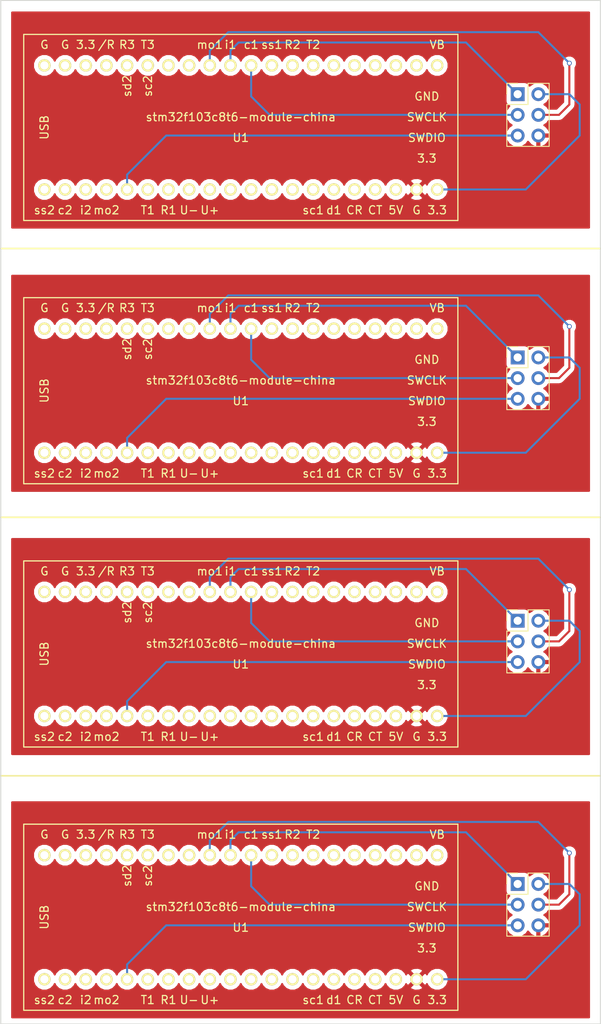
<source format=kicad_pcb>
(kicad_pcb (version 4) (host pcbnew 4.0.6)

  (general
    (links 24)
    (no_connects 0)
    (area 162.459999 36.779999 236.320001 162.610001)
    (thickness 1.6)
    (drawings 7)
    (tracks 92)
    (zones 0)
    (modules 8)
    (nets 161)
  )

  (page A4)
  (layers
    (0 F.Cu signal)
    (31 B.Cu signal)
    (32 B.Adhes user)
    (33 F.Adhes user)
    (34 B.Paste user)
    (35 F.Paste user)
    (36 B.SilkS user)
    (37 F.SilkS user)
    (38 B.Mask user)
    (39 F.Mask user)
    (40 Dwgs.User user)
    (41 Cmts.User user)
    (42 Eco1.User user)
    (43 Eco2.User user)
    (44 Edge.Cuts user)
    (45 Margin user)
    (46 B.CrtYd user)
    (47 F.CrtYd user)
    (48 B.Fab user)
    (49 F.Fab user)
  )

  (setup
    (last_trace_width 0.25)
    (trace_clearance 0.2)
    (zone_clearance 0.508)
    (zone_45_only no)
    (trace_min 0.2)
    (segment_width 0.2)
    (edge_width 0.1)
    (via_size 0.6)
    (via_drill 0.4)
    (via_min_size 0.4)
    (via_min_drill 0.3)
    (uvia_size 0.3)
    (uvia_drill 0.1)
    (uvias_allowed no)
    (uvia_min_size 0.2)
    (uvia_min_drill 0.1)
    (pcb_text_width 0.3)
    (pcb_text_size 1.5 1.5)
    (mod_edge_width 0.15)
    (mod_text_size 1 1)
    (mod_text_width 0.15)
    (pad_size 1.5 1.5)
    (pad_drill 0.6)
    (pad_to_mask_clearance 0)
    (aux_axis_origin 0 0)
    (visible_elements FFFFFF7F)
    (pcbplotparams
      (layerselection 0x010f0_80000001)
      (usegerberextensions true)
      (excludeedgelayer true)
      (linewidth 0.100000)
      (plotframeref false)
      (viasonmask false)
      (mode 1)
      (useauxorigin false)
      (hpglpennumber 1)
      (hpglpenspeed 20)
      (hpglpendiameter 15)
      (hpglpenoverlay 2)
      (psnegative false)
      (psa4output false)
      (plotreference true)
      (plotvalue true)
      (plotinvisibletext false)
      (padsonsilk false)
      (subtractmaskfromsilk false)
      (outputformat 1)
      (mirror false)
      (drillshape 0)
      (scaleselection 1)
      (outputdirectory /home/ami/repos/FASTUSBasp/kicad2/pan-gerber/))
  )

  (net 0 "")
  (net 1 "Net-(CON1-Pad1)")
  (net 2 "Net-(CON1-Pad3)")
  (net 3 "Net-(CON1-Pad4)")
  (net 4 "Net-(CON1-Pad5)")
  (net 5 "Net-(U1-Pad1)")
  (net 6 "Net-(U1-Pad2)")
  (net 7 "Net-(U1-Pad3)")
  (net 8 "Net-(U1-Pad4)")
  (net 9 "Net-(U1-Pad6)")
  (net 10 "Net-(U1-Pad7)")
  (net 11 "Net-(U1-Pad8)")
  (net 12 "Net-(U1-Pad9)")
  (net 13 "Net-(U1-Pad10)")
  (net 14 "Net-(U1-Pad11)")
  (net 15 "Net-(U1-Pad12)")
  (net 16 "Net-(U1-Pad13)")
  (net 17 "Net-(U1-Pad14)")
  (net 18 "Net-(U1-Pad15)")
  (net 19 "Net-(U1-Pad16)")
  (net 20 "Net-(U1-Pad17)")
  (net 21 "Net-(U1-Pad18)")
  (net 22 "Net-(U1-Pad21)")
  (net 23 "Net-(U1-Pad22)")
  (net 24 "Net-(U1-Pad23)")
  (net 25 "Net-(U1-Pad24)")
  (net 26 "Net-(U1-Pad25)")
  (net 27 "Net-(U1-Pad26)")
  (net 28 "Net-(U1-Pad27)")
  (net 29 "Net-(U1-Pad28)")
  (net 30 "Net-(U1-Pad29)")
  (net 31 "Net-(U1-Pad33)")
  (net 32 "Net-(U1-Pad34)")
  (net 33 "Net-(U1-Pad35)")
  (net 34 "Net-(U1-Pad36)")
  (net 35 "Net-(U1-Pad37)")
  (net 36 "Net-(U1-Pad38)")
  (net 37 "Net-(U1-Pad39)")
  (net 38 "Net-(U1-Pad40)")
  (net 39 /3.3V)
  (net 40 /GND)
  (net 41 "C0_Net-(CON1-Pad1)")
  (net 42 C0_/3.3V)
  (net 43 "C0_Net-(CON1-Pad3)")
  (net 44 "C0_Net-(CON1-Pad4)")
  (net 45 "C0_Net-(CON1-Pad5)")
  (net 46 C0_/GND)
  (net 47 "C0_Net-(U1-Pad1)")
  (net 48 "C0_Net-(U1-Pad2)")
  (net 49 "C0_Net-(U1-Pad3)")
  (net 50 "C0_Net-(U1-Pad4)")
  (net 51 "C0_Net-(U1-Pad6)")
  (net 52 "C0_Net-(U1-Pad7)")
  (net 53 "C0_Net-(U1-Pad8)")
  (net 54 "C0_Net-(U1-Pad9)")
  (net 55 "C0_Net-(U1-Pad10)")
  (net 56 "C0_Net-(U1-Pad11)")
  (net 57 "C0_Net-(U1-Pad12)")
  (net 58 "C0_Net-(U1-Pad13)")
  (net 59 "C0_Net-(U1-Pad14)")
  (net 60 "C0_Net-(U1-Pad15)")
  (net 61 "C0_Net-(U1-Pad16)")
  (net 62 "C0_Net-(U1-Pad17)")
  (net 63 "C0_Net-(U1-Pad18)")
  (net 64 "C0_Net-(U1-Pad21)")
  (net 65 "C0_Net-(U1-Pad22)")
  (net 66 "C0_Net-(U1-Pad23)")
  (net 67 "C0_Net-(U1-Pad24)")
  (net 68 "C0_Net-(U1-Pad25)")
  (net 69 "C0_Net-(U1-Pad26)")
  (net 70 "C0_Net-(U1-Pad27)")
  (net 71 "C0_Net-(U1-Pad28)")
  (net 72 "C0_Net-(U1-Pad29)")
  (net 73 "C0_Net-(U1-Pad33)")
  (net 74 "C0_Net-(U1-Pad34)")
  (net 75 "C0_Net-(U1-Pad35)")
  (net 76 "C0_Net-(U1-Pad36)")
  (net 77 "C0_Net-(U1-Pad37)")
  (net 78 "C0_Net-(U1-Pad38)")
  (net 79 "C0_Net-(U1-Pad39)")
  (net 80 "C0_Net-(U1-Pad40)")
  (net 81 "C1_Net-(CON1-Pad1)")
  (net 82 C1_/3.3V)
  (net 83 "C1_Net-(CON1-Pad3)")
  (net 84 "C1_Net-(CON1-Pad4)")
  (net 85 "C1_Net-(CON1-Pad5)")
  (net 86 C1_/GND)
  (net 87 "C1_Net-(U1-Pad1)")
  (net 88 "C1_Net-(U1-Pad2)")
  (net 89 "C1_Net-(U1-Pad3)")
  (net 90 "C1_Net-(U1-Pad4)")
  (net 91 "C1_Net-(U1-Pad6)")
  (net 92 "C1_Net-(U1-Pad7)")
  (net 93 "C1_Net-(U1-Pad8)")
  (net 94 "C1_Net-(U1-Pad9)")
  (net 95 "C1_Net-(U1-Pad10)")
  (net 96 "C1_Net-(U1-Pad11)")
  (net 97 "C1_Net-(U1-Pad12)")
  (net 98 "C1_Net-(U1-Pad13)")
  (net 99 "C1_Net-(U1-Pad14)")
  (net 100 "C1_Net-(U1-Pad15)")
  (net 101 "C1_Net-(U1-Pad16)")
  (net 102 "C1_Net-(U1-Pad17)")
  (net 103 "C1_Net-(U1-Pad18)")
  (net 104 "C1_Net-(U1-Pad21)")
  (net 105 "C1_Net-(U1-Pad22)")
  (net 106 "C1_Net-(U1-Pad23)")
  (net 107 "C1_Net-(U1-Pad24)")
  (net 108 "C1_Net-(U1-Pad25)")
  (net 109 "C1_Net-(U1-Pad26)")
  (net 110 "C1_Net-(U1-Pad27)")
  (net 111 "C1_Net-(U1-Pad28)")
  (net 112 "C1_Net-(U1-Pad29)")
  (net 113 "C1_Net-(U1-Pad33)")
  (net 114 "C1_Net-(U1-Pad34)")
  (net 115 "C1_Net-(U1-Pad35)")
  (net 116 "C1_Net-(U1-Pad36)")
  (net 117 "C1_Net-(U1-Pad37)")
  (net 118 "C1_Net-(U1-Pad38)")
  (net 119 "C1_Net-(U1-Pad39)")
  (net 120 "C1_Net-(U1-Pad40)")
  (net 121 "C2_Net-(CON1-Pad1)")
  (net 122 C2_/3.3V)
  (net 123 "C2_Net-(CON1-Pad3)")
  (net 124 "C2_Net-(CON1-Pad4)")
  (net 125 "C2_Net-(CON1-Pad5)")
  (net 126 C2_/GND)
  (net 127 "C2_Net-(U1-Pad1)")
  (net 128 "C2_Net-(U1-Pad2)")
  (net 129 "C2_Net-(U1-Pad3)")
  (net 130 "C2_Net-(U1-Pad4)")
  (net 131 "C2_Net-(U1-Pad6)")
  (net 132 "C2_Net-(U1-Pad7)")
  (net 133 "C2_Net-(U1-Pad8)")
  (net 134 "C2_Net-(U1-Pad9)")
  (net 135 "C2_Net-(U1-Pad10)")
  (net 136 "C2_Net-(U1-Pad11)")
  (net 137 "C2_Net-(U1-Pad12)")
  (net 138 "C2_Net-(U1-Pad13)")
  (net 139 "C2_Net-(U1-Pad14)")
  (net 140 "C2_Net-(U1-Pad15)")
  (net 141 "C2_Net-(U1-Pad16)")
  (net 142 "C2_Net-(U1-Pad17)")
  (net 143 "C2_Net-(U1-Pad18)")
  (net 144 "C2_Net-(U1-Pad21)")
  (net 145 "C2_Net-(U1-Pad22)")
  (net 146 "C2_Net-(U1-Pad23)")
  (net 147 "C2_Net-(U1-Pad24)")
  (net 148 "C2_Net-(U1-Pad25)")
  (net 149 "C2_Net-(U1-Pad26)")
  (net 150 "C2_Net-(U1-Pad27)")
  (net 151 "C2_Net-(U1-Pad28)")
  (net 152 "C2_Net-(U1-Pad29)")
  (net 153 "C2_Net-(U1-Pad33)")
  (net 154 "C2_Net-(U1-Pad34)")
  (net 155 "C2_Net-(U1-Pad35)")
  (net 156 "C2_Net-(U1-Pad36)")
  (net 157 "C2_Net-(U1-Pad37)")
  (net 158 "C2_Net-(U1-Pad38)")
  (net 159 "C2_Net-(U1-Pad39)")
  (net 160 "C2_Net-(U1-Pad40)")

  (net_class Default "This is the default net class."
    (clearance 0.2)
    (trace_width 0.25)
    (via_dia 0.6)
    (via_drill 0.4)
    (uvia_dia 0.3)
    (uvia_drill 0.1)
    (add_net /3.3V)
    (add_net /GND)
    (add_net C0_/3.3V)
    (add_net C0_/GND)
    (add_net "C0_Net-(CON1-Pad1)")
    (add_net "C0_Net-(CON1-Pad3)")
    (add_net "C0_Net-(CON1-Pad4)")
    (add_net "C0_Net-(CON1-Pad5)")
    (add_net "C0_Net-(U1-Pad1)")
    (add_net "C0_Net-(U1-Pad10)")
    (add_net "C0_Net-(U1-Pad11)")
    (add_net "C0_Net-(U1-Pad12)")
    (add_net "C0_Net-(U1-Pad13)")
    (add_net "C0_Net-(U1-Pad14)")
    (add_net "C0_Net-(U1-Pad15)")
    (add_net "C0_Net-(U1-Pad16)")
    (add_net "C0_Net-(U1-Pad17)")
    (add_net "C0_Net-(U1-Pad18)")
    (add_net "C0_Net-(U1-Pad2)")
    (add_net "C0_Net-(U1-Pad21)")
    (add_net "C0_Net-(U1-Pad22)")
    (add_net "C0_Net-(U1-Pad23)")
    (add_net "C0_Net-(U1-Pad24)")
    (add_net "C0_Net-(U1-Pad25)")
    (add_net "C0_Net-(U1-Pad26)")
    (add_net "C0_Net-(U1-Pad27)")
    (add_net "C0_Net-(U1-Pad28)")
    (add_net "C0_Net-(U1-Pad29)")
    (add_net "C0_Net-(U1-Pad3)")
    (add_net "C0_Net-(U1-Pad33)")
    (add_net "C0_Net-(U1-Pad34)")
    (add_net "C0_Net-(U1-Pad35)")
    (add_net "C0_Net-(U1-Pad36)")
    (add_net "C0_Net-(U1-Pad37)")
    (add_net "C0_Net-(U1-Pad38)")
    (add_net "C0_Net-(U1-Pad39)")
    (add_net "C0_Net-(U1-Pad4)")
    (add_net "C0_Net-(U1-Pad40)")
    (add_net "C0_Net-(U1-Pad6)")
    (add_net "C0_Net-(U1-Pad7)")
    (add_net "C0_Net-(U1-Pad8)")
    (add_net "C0_Net-(U1-Pad9)")
    (add_net C1_/3.3V)
    (add_net C1_/GND)
    (add_net "C1_Net-(CON1-Pad1)")
    (add_net "C1_Net-(CON1-Pad3)")
    (add_net "C1_Net-(CON1-Pad4)")
    (add_net "C1_Net-(CON1-Pad5)")
    (add_net "C1_Net-(U1-Pad1)")
    (add_net "C1_Net-(U1-Pad10)")
    (add_net "C1_Net-(U1-Pad11)")
    (add_net "C1_Net-(U1-Pad12)")
    (add_net "C1_Net-(U1-Pad13)")
    (add_net "C1_Net-(U1-Pad14)")
    (add_net "C1_Net-(U1-Pad15)")
    (add_net "C1_Net-(U1-Pad16)")
    (add_net "C1_Net-(U1-Pad17)")
    (add_net "C1_Net-(U1-Pad18)")
    (add_net "C1_Net-(U1-Pad2)")
    (add_net "C1_Net-(U1-Pad21)")
    (add_net "C1_Net-(U1-Pad22)")
    (add_net "C1_Net-(U1-Pad23)")
    (add_net "C1_Net-(U1-Pad24)")
    (add_net "C1_Net-(U1-Pad25)")
    (add_net "C1_Net-(U1-Pad26)")
    (add_net "C1_Net-(U1-Pad27)")
    (add_net "C1_Net-(U1-Pad28)")
    (add_net "C1_Net-(U1-Pad29)")
    (add_net "C1_Net-(U1-Pad3)")
    (add_net "C1_Net-(U1-Pad33)")
    (add_net "C1_Net-(U1-Pad34)")
    (add_net "C1_Net-(U1-Pad35)")
    (add_net "C1_Net-(U1-Pad36)")
    (add_net "C1_Net-(U1-Pad37)")
    (add_net "C1_Net-(U1-Pad38)")
    (add_net "C1_Net-(U1-Pad39)")
    (add_net "C1_Net-(U1-Pad4)")
    (add_net "C1_Net-(U1-Pad40)")
    (add_net "C1_Net-(U1-Pad6)")
    (add_net "C1_Net-(U1-Pad7)")
    (add_net "C1_Net-(U1-Pad8)")
    (add_net "C1_Net-(U1-Pad9)")
    (add_net C2_/3.3V)
    (add_net C2_/GND)
    (add_net "C2_Net-(CON1-Pad1)")
    (add_net "C2_Net-(CON1-Pad3)")
    (add_net "C2_Net-(CON1-Pad4)")
    (add_net "C2_Net-(CON1-Pad5)")
    (add_net "C2_Net-(U1-Pad1)")
    (add_net "C2_Net-(U1-Pad10)")
    (add_net "C2_Net-(U1-Pad11)")
    (add_net "C2_Net-(U1-Pad12)")
    (add_net "C2_Net-(U1-Pad13)")
    (add_net "C2_Net-(U1-Pad14)")
    (add_net "C2_Net-(U1-Pad15)")
    (add_net "C2_Net-(U1-Pad16)")
    (add_net "C2_Net-(U1-Pad17)")
    (add_net "C2_Net-(U1-Pad18)")
    (add_net "C2_Net-(U1-Pad2)")
    (add_net "C2_Net-(U1-Pad21)")
    (add_net "C2_Net-(U1-Pad22)")
    (add_net "C2_Net-(U1-Pad23)")
    (add_net "C2_Net-(U1-Pad24)")
    (add_net "C2_Net-(U1-Pad25)")
    (add_net "C2_Net-(U1-Pad26)")
    (add_net "C2_Net-(U1-Pad27)")
    (add_net "C2_Net-(U1-Pad28)")
    (add_net "C2_Net-(U1-Pad29)")
    (add_net "C2_Net-(U1-Pad3)")
    (add_net "C2_Net-(U1-Pad33)")
    (add_net "C2_Net-(U1-Pad34)")
    (add_net "C2_Net-(U1-Pad35)")
    (add_net "C2_Net-(U1-Pad36)")
    (add_net "C2_Net-(U1-Pad37)")
    (add_net "C2_Net-(U1-Pad38)")
    (add_net "C2_Net-(U1-Pad39)")
    (add_net "C2_Net-(U1-Pad4)")
    (add_net "C2_Net-(U1-Pad40)")
    (add_net "C2_Net-(U1-Pad6)")
    (add_net "C2_Net-(U1-Pad7)")
    (add_net "C2_Net-(U1-Pad8)")
    (add_net "C2_Net-(U1-Pad9)")
    (add_net "Net-(CON1-Pad1)")
    (add_net "Net-(CON1-Pad3)")
    (add_net "Net-(CON1-Pad4)")
    (add_net "Net-(CON1-Pad5)")
    (add_net "Net-(U1-Pad1)")
    (add_net "Net-(U1-Pad10)")
    (add_net "Net-(U1-Pad11)")
    (add_net "Net-(U1-Pad12)")
    (add_net "Net-(U1-Pad13)")
    (add_net "Net-(U1-Pad14)")
    (add_net "Net-(U1-Pad15)")
    (add_net "Net-(U1-Pad16)")
    (add_net "Net-(U1-Pad17)")
    (add_net "Net-(U1-Pad18)")
    (add_net "Net-(U1-Pad2)")
    (add_net "Net-(U1-Pad21)")
    (add_net "Net-(U1-Pad22)")
    (add_net "Net-(U1-Pad23)")
    (add_net "Net-(U1-Pad24)")
    (add_net "Net-(U1-Pad25)")
    (add_net "Net-(U1-Pad26)")
    (add_net "Net-(U1-Pad27)")
    (add_net "Net-(U1-Pad28)")
    (add_net "Net-(U1-Pad29)")
    (add_net "Net-(U1-Pad3)")
    (add_net "Net-(U1-Pad33)")
    (add_net "Net-(U1-Pad34)")
    (add_net "Net-(U1-Pad35)")
    (add_net "Net-(U1-Pad36)")
    (add_net "Net-(U1-Pad37)")
    (add_net "Net-(U1-Pad38)")
    (add_net "Net-(U1-Pad39)")
    (add_net "Net-(U1-Pad4)")
    (add_net "Net-(U1-Pad40)")
    (add_net "Net-(U1-Pad6)")
    (add_net "Net-(U1-Pad7)")
    (add_net "Net-(U1-Pad8)")
    (add_net "Net-(U1-Pad9)")
  )

  (module Pin_Headers:Pin_Header_Straight_2x03_Pitch2.54mm (layer F.Cu) (tedit 58F4E5A2) (tstamp 58F3B34E)
    (at 226.06 113.03)
    (descr "Through hole straight pin header, 2x03, 2.54mm pitch, double rows")
    (tags "Through hole pin header THT 2x03 2.54mm double row")
    (path /58F3AC05)
    (fp_text reference CON1 (at 1.27 -2.33) (layer F.SilkS) hide
      (effects (font (size 1 1) (thickness 0.15)))
    )
    (fp_text value AVR-ISP-6 (at 1.27 7.41) (layer F.Fab) hide
      (effects (font (size 1 1) (thickness 0.15)))
    )
    (fp_text user "ISP-6 HEADER" (at 1.27 -2.33) (layer F.Fab)
      (effects (font (size 1 1) (thickness 0.15)))
    )
    (fp_line (start -1.27 -1.27) (end -1.27 6.35) (layer F.Fab) (width 0.1))
    (fp_line (start -1.27 6.35) (end 3.81 6.35) (layer F.Fab) (width 0.1))
    (fp_line (start 3.81 6.35) (end 3.81 -1.27) (layer F.Fab) (width 0.1))
    (fp_line (start 3.81 -1.27) (end -1.27 -1.27) (layer F.Fab) (width 0.1))
    (fp_line (start -1.33 1.27) (end -1.33 6.41) (layer F.SilkS) (width 0.12))
    (fp_line (start -1.33 6.41) (end 3.87 6.41) (layer F.SilkS) (width 0.12))
    (fp_line (start 3.87 6.41) (end 3.87 -1.33) (layer F.SilkS) (width 0.12))
    (fp_line (start 3.87 -1.33) (end 1.27 -1.33) (layer F.SilkS) (width 0.12))
    (fp_line (start 1.27 -1.33) (end 1.27 1.27) (layer F.SilkS) (width 0.12))
    (fp_line (start 1.27 1.27) (end -1.33 1.27) (layer F.SilkS) (width 0.12))
    (fp_line (start -1.33 0) (end -1.33 -1.33) (layer F.SilkS) (width 0.12))
    (fp_line (start -1.33 -1.33) (end 0 -1.33) (layer F.SilkS) (width 0.12))
    (fp_line (start -1.8 -1.8) (end -1.8 6.85) (layer F.CrtYd) (width 0.05))
    (fp_line (start -1.8 6.85) (end 4.35 6.85) (layer F.CrtYd) (width 0.05))
    (fp_line (start 4.35 6.85) (end 4.35 -1.8) (layer F.CrtYd) (width 0.05))
    (fp_line (start 4.35 -1.8) (end -1.8 -1.8) (layer F.CrtYd) (width 0.05))
    (pad 1 thru_hole rect (at 0 0) (size 1.7 1.7) (drill 1) (layers *.Cu *.Mask)
      (net 1 "Net-(CON1-Pad1)"))
    (pad 2 thru_hole oval (at 2.54 0) (size 1.7 1.7) (drill 1) (layers *.Cu *.Mask)
      (net 39 /3.3V))
    (pad 3 thru_hole oval (at 0 2.54) (size 1.7 1.7) (drill 1) (layers *.Cu *.Mask)
      (net 2 "Net-(CON1-Pad3)"))
    (pad 4 thru_hole oval (at 2.54 2.54) (size 1.7 1.7) (drill 1) (layers *.Cu *.Mask)
      (net 3 "Net-(CON1-Pad4)"))
    (pad 5 thru_hole oval (at 0 5.08) (size 1.7 1.7) (drill 1) (layers *.Cu *.Mask)
      (net 4 "Net-(CON1-Pad5)"))
    (pad 6 thru_hole oval (at 2.54 5.08) (size 1.7 1.7) (drill 1) (layers *.Cu *.Mask)
      (net 40 /GND))
  )

  (module myelin-kicad:stm32f103c8t6-module-china (layer F.Cu) (tedit 5712CDA9) (tstamp 58F3B3A1)
    (at 192.045001 117.115001)
    (path /58F3343D)
    (fp_text reference U1 (at 0 1.27) (layer F.SilkS)
      (effects (font (size 1 1) (thickness 0.15)))
    )
    (fp_text value stm32f103c8t6-module-china (at 0 -1.27) (layer F.SilkS)
      (effects (font (size 1 1) (thickness 0.15)))
    )
    (fp_text user sc2 (at -11.43 -5.08 90) (layer F.SilkS)
      (effects (font (size 1 1) (thickness 0.15)))
    )
    (fp_text user sd2 (at -13.97 -5.08 90) (layer F.SilkS)
      (effects (font (size 1 1) (thickness 0.15)))
    )
    (fp_text user mo2 (at -16.51 10.16) (layer F.SilkS)
      (effects (font (size 1 1) (thickness 0.15)))
    )
    (fp_text user i2 (at -19.05 10.16) (layer F.SilkS)
      (effects (font (size 1 1) (thickness 0.15)))
    )
    (fp_text user c2 (at -21.59 10.16) (layer F.SilkS)
      (effects (font (size 1 1) (thickness 0.15)))
    )
    (fp_text user ss2 (at -24.13 10.16) (layer F.SilkS)
      (effects (font (size 1 1) (thickness 0.15)))
    )
    (fp_text user d1 (at 11.43 10.16) (layer F.SilkS)
      (effects (font (size 1 1) (thickness 0.15)))
    )
    (fp_text user sc1 (at 8.89 10.16) (layer F.SilkS)
      (effects (font (size 1 1) (thickness 0.15)))
    )
    (fp_text user T2 (at 8.89 -10.16) (layer F.SilkS)
      (effects (font (size 1 1) (thickness 0.15)))
    )
    (fp_text user R2 (at 6.35 -10.16) (layer F.SilkS)
      (effects (font (size 1 1) (thickness 0.15)))
    )
    (fp_text user ss1 (at 3.81 -10.16) (layer F.SilkS)
      (effects (font (size 1 1) (thickness 0.15)))
    )
    (fp_text user c1 (at 1.27 -10.16) (layer F.SilkS)
      (effects (font (size 1 1) (thickness 0.15)))
    )
    (fp_text user i1 (at -1.27 -10.16) (layer F.SilkS)
      (effects (font (size 1 1) (thickness 0.15)))
    )
    (fp_text user mo1 (at -3.81 -10.16) (layer F.SilkS)
      (effects (font (size 1 1) (thickness 0.15)))
    )
    (fp_text user T3 (at -11.43 -10.16) (layer F.SilkS)
      (effects (font (size 1 1) (thickness 0.15)))
    )
    (fp_text user R3 (at -13.97 -10.16) (layer F.SilkS)
      (effects (font (size 1 1) (thickness 0.15)))
    )
    (fp_text user CT (at 16.51 10.16) (layer F.SilkS)
      (effects (font (size 1 1) (thickness 0.15)))
    )
    (fp_text user CR (at 13.97 10.16) (layer F.SilkS)
      (effects (font (size 1 1) (thickness 0.15)))
    )
    (fp_text user U+ (at -3.81 10.16) (layer F.SilkS)
      (effects (font (size 1 1) (thickness 0.15)))
    )
    (fp_text user U- (at -6.35 10.16) (layer F.SilkS)
      (effects (font (size 1 1) (thickness 0.15)))
    )
    (fp_text user R1 (at -8.89 10.16) (layer F.SilkS)
      (effects (font (size 1 1) (thickness 0.15)))
    )
    (fp_text user T1 (at -11.43 10.16) (layer F.SilkS)
      (effects (font (size 1 1) (thickness 0.15)))
    )
    (fp_text user 3.3 (at 22.86 3.81) (layer F.SilkS)
      (effects (font (size 1 1) (thickness 0.15)))
    )
    (fp_text user SWDIO (at 22.86 1.27) (layer F.SilkS)
      (effects (font (size 1 1) (thickness 0.15)))
    )
    (fp_text user SWCLK (at 22.86 -1.27) (layer F.SilkS)
      (effects (font (size 1 1) (thickness 0.15)))
    )
    (fp_text user GND (at 22.86 -3.81) (layer F.SilkS)
      (effects (font (size 1 1) (thickness 0.15)))
    )
    (fp_text user 3.3 (at 24.13 10.16) (layer F.SilkS)
      (effects (font (size 1 1) (thickness 0.15)))
    )
    (fp_text user G (at 21.59 10.16) (layer F.SilkS)
      (effects (font (size 1 1) (thickness 0.15)))
    )
    (fp_text user /R (at -16.51 -10.16) (layer F.SilkS)
      (effects (font (size 1 1) (thickness 0.15)))
    )
    (fp_text user 3.3 (at -19.05 -10.16) (layer F.SilkS)
      (effects (font (size 1 1) (thickness 0.15)))
    )
    (fp_text user G (at -21.59 -10.16) (layer F.SilkS)
      (effects (font (size 1 1) (thickness 0.15)))
    )
    (fp_text user G (at -24.13 -10.16) (layer F.SilkS)
      (effects (font (size 1 1) (thickness 0.15)))
    )
    (fp_text user VB (at 24.13 -10.16) (layer F.SilkS)
      (effects (font (size 1 1) (thickness 0.15)))
    )
    (fp_text user 5V (at 19.05 10.16) (layer F.SilkS)
      (effects (font (size 1 1) (thickness 0.15)))
    )
    (fp_text user USB (at -24.13 0 90) (layer F.SilkS)
      (effects (font (size 1 1) (thickness 0.15)))
    )
    (fp_line (start -26.67 11.43) (end 26.67 11.43) (layer F.SilkS) (width 0.15))
    (fp_line (start 26.67 -11.43) (end -26.67 -11.43) (layer F.SilkS) (width 0.15))
    (fp_line (start 26.67 11.43) (end 26.67 -11.43) (layer F.SilkS) (width 0.15))
    (fp_line (start -26.67 -11.43) (end -26.67 11.43) (layer F.SilkS) (width 0.15))
    (pad 1 thru_hole circle (at -24.13 7.62) (size 1.524 1.524) (drill 1.016) (layers *.Cu *.Mask F.SilkS)
      (net 5 "Net-(U1-Pad1)"))
    (pad 2 thru_hole circle (at -21.59 7.62) (size 1.524 1.524) (drill 1.016) (layers *.Cu *.Mask F.SilkS)
      (net 6 "Net-(U1-Pad2)"))
    (pad 3 thru_hole circle (at -19.05 7.62) (size 1.524 1.524) (drill 1.016) (layers *.Cu *.Mask F.SilkS)
      (net 7 "Net-(U1-Pad3)"))
    (pad 4 thru_hole circle (at -16.51 7.62) (size 1.524 1.524) (drill 1.016) (layers *.Cu *.Mask F.SilkS)
      (net 8 "Net-(U1-Pad4)"))
    (pad 5 thru_hole circle (at -13.97 7.62) (size 1.524 1.524) (drill 1.016) (layers *.Cu *.Mask F.SilkS)
      (net 4 "Net-(CON1-Pad5)"))
    (pad 6 thru_hole circle (at -11.43 7.62) (size 1.524 1.524) (drill 1.016) (layers *.Cu *.Mask F.SilkS)
      (net 9 "Net-(U1-Pad6)"))
    (pad 7 thru_hole circle (at -8.89 7.62) (size 1.524 1.524) (drill 1.016) (layers *.Cu *.Mask F.SilkS)
      (net 10 "Net-(U1-Pad7)"))
    (pad 8 thru_hole circle (at -6.35 7.62) (size 1.524 1.524) (drill 1.016) (layers *.Cu *.Mask F.SilkS)
      (net 11 "Net-(U1-Pad8)"))
    (pad 9 thru_hole circle (at -3.81 7.62) (size 1.524 1.524) (drill 1.016) (layers *.Cu *.Mask F.SilkS)
      (net 12 "Net-(U1-Pad9)"))
    (pad 10 thru_hole circle (at -1.27 7.62) (size 1.524 1.524) (drill 1.016) (layers *.Cu *.Mask F.SilkS)
      (net 13 "Net-(U1-Pad10)"))
    (pad 11 thru_hole circle (at 1.27 7.62) (size 1.524 1.524) (drill 1.016) (layers *.Cu *.Mask F.SilkS)
      (net 14 "Net-(U1-Pad11)"))
    (pad 12 thru_hole circle (at 3.81 7.62) (size 1.524 1.524) (drill 1.016) (layers *.Cu *.Mask F.SilkS)
      (net 15 "Net-(U1-Pad12)"))
    (pad 13 thru_hole circle (at 6.35 7.62) (size 1.524 1.524) (drill 1.016) (layers *.Cu *.Mask F.SilkS)
      (net 16 "Net-(U1-Pad13)"))
    (pad 14 thru_hole circle (at 8.89 7.62) (size 1.524 1.524) (drill 1.016) (layers *.Cu *.Mask F.SilkS)
      (net 17 "Net-(U1-Pad14)"))
    (pad 15 thru_hole circle (at 11.43 7.62) (size 1.524 1.524) (drill 1.016) (layers *.Cu *.Mask F.SilkS)
      (net 18 "Net-(U1-Pad15)"))
    (pad 16 thru_hole circle (at 13.97 7.62) (size 1.524 1.524) (drill 1.016) (layers *.Cu *.Mask F.SilkS)
      (net 19 "Net-(U1-Pad16)"))
    (pad 17 thru_hole circle (at 16.51 7.62) (size 1.524 1.524) (drill 1.016) (layers *.Cu *.Mask F.SilkS)
      (net 20 "Net-(U1-Pad17)"))
    (pad 18 thru_hole circle (at 19.05 7.62) (size 1.524 1.524) (drill 1.016) (layers *.Cu *.Mask F.SilkS)
      (net 21 "Net-(U1-Pad18)"))
    (pad 19 thru_hole circle (at 21.59 7.62) (size 1.524 1.524) (drill 1.016) (layers *.Cu *.Mask F.SilkS)
      (net 40 /GND))
    (pad 20 thru_hole circle (at 24.13 7.62) (size 1.524 1.524) (drill 1.016) (layers *.Cu *.Mask F.SilkS)
      (net 39 /3.3V))
    (pad 21 thru_hole circle (at 24.13 -7.62) (size 1.524 1.524) (drill 1.016) (layers *.Cu *.Mask F.SilkS)
      (net 22 "Net-(U1-Pad21)"))
    (pad 22 thru_hole circle (at 21.59 -7.62) (size 1.524 1.524) (drill 1.016) (layers *.Cu *.Mask F.SilkS)
      (net 23 "Net-(U1-Pad22)"))
    (pad 23 thru_hole circle (at 19.05 -7.62) (size 1.524 1.524) (drill 1.016) (layers *.Cu *.Mask F.SilkS)
      (net 24 "Net-(U1-Pad23)"))
    (pad 24 thru_hole circle (at 16.51 -7.62) (size 1.524 1.524) (drill 1.016) (layers *.Cu *.Mask F.SilkS)
      (net 25 "Net-(U1-Pad24)"))
    (pad 25 thru_hole circle (at 13.97 -7.62) (size 1.524 1.524) (drill 1.016) (layers *.Cu *.Mask F.SilkS)
      (net 26 "Net-(U1-Pad25)"))
    (pad 26 thru_hole circle (at 11.43 -7.62) (size 1.524 1.524) (drill 1.016) (layers *.Cu *.Mask F.SilkS)
      (net 27 "Net-(U1-Pad26)"))
    (pad 27 thru_hole circle (at 8.89 -7.62) (size 1.524 1.524) (drill 1.016) (layers *.Cu *.Mask F.SilkS)
      (net 28 "Net-(U1-Pad27)"))
    (pad 28 thru_hole circle (at 6.35 -7.62) (size 1.524 1.524) (drill 1.016) (layers *.Cu *.Mask F.SilkS)
      (net 29 "Net-(U1-Pad28)"))
    (pad 29 thru_hole circle (at 3.81 -7.62) (size 1.524 1.524) (drill 1.016) (layers *.Cu *.Mask F.SilkS)
      (net 30 "Net-(U1-Pad29)"))
    (pad 30 thru_hole circle (at 1.27 -7.62) (size 1.524 1.524) (drill 1.016) (layers *.Cu *.Mask F.SilkS)
      (net 2 "Net-(CON1-Pad3)"))
    (pad 31 thru_hole circle (at -1.27 -7.62) (size 1.524 1.524) (drill 1.016) (layers *.Cu *.Mask F.SilkS)
      (net 1 "Net-(CON1-Pad1)"))
    (pad 32 thru_hole circle (at -3.81 -7.62) (size 1.524 1.524) (drill 1.016) (layers *.Cu *.Mask F.SilkS)
      (net 3 "Net-(CON1-Pad4)"))
    (pad 33 thru_hole circle (at -6.35 -7.62) (size 1.524 1.524) (drill 1.016) (layers *.Cu *.Mask F.SilkS)
      (net 31 "Net-(U1-Pad33)"))
    (pad 34 thru_hole circle (at -8.89 -7.62) (size 1.524 1.524) (drill 1.016) (layers *.Cu *.Mask F.SilkS)
      (net 32 "Net-(U1-Pad34)"))
    (pad 35 thru_hole circle (at -11.43 -7.62) (size 1.524 1.524) (drill 1.016) (layers *.Cu *.Mask F.SilkS)
      (net 33 "Net-(U1-Pad35)"))
    (pad 36 thru_hole circle (at -13.97 -7.62) (size 1.524 1.524) (drill 1.016) (layers *.Cu *.Mask F.SilkS)
      (net 34 "Net-(U1-Pad36)"))
    (pad 37 thru_hole circle (at -16.51 -7.62) (size 1.524 1.524) (drill 1.016) (layers *.Cu *.Mask F.SilkS)
      (net 35 "Net-(U1-Pad37)"))
    (pad 38 thru_hole circle (at -19.05 -7.62) (size 1.524 1.524) (drill 1.016) (layers *.Cu *.Mask F.SilkS)
      (net 36 "Net-(U1-Pad38)"))
    (pad 39 thru_hole circle (at -21.59 -7.62) (size 1.524 1.524) (drill 1.016) (layers *.Cu *.Mask F.SilkS)
      (net 37 "Net-(U1-Pad39)"))
    (pad 40 thru_hole circle (at -24.13 -7.62) (size 1.524 1.524) (drill 1.016) (layers *.Cu *.Mask F.SilkS)
      (net 38 "Net-(U1-Pad40)"))
  )

  (module Pin_Headers:Pin_Header_Straight_2x03_Pitch2.54mm (layer F.Cu) (tedit 58F4E5A2) (tstamp 58F3B34E)
    (at 226.06 145.37)
    (descr "Through hole straight pin header, 2x03, 2.54mm pitch, double rows")
    (tags "Through hole pin header THT 2x03 2.54mm double row")
    (path /58F3AC05)
    (fp_text reference CON1 (at 1.27 -2.33) (layer F.SilkS) hide
      (effects (font (size 1 1) (thickness 0.15)))
    )
    (fp_text value AVR-ISP-6 (at 1.27 7.41) (layer F.Fab) hide
      (effects (font (size 1 1) (thickness 0.15)))
    )
    (fp_text user "ISP-6 HEADER" (at 1.27 -2.33) (layer F.Fab)
      (effects (font (size 1 1) (thickness 0.15)))
    )
    (fp_line (start -1.27 -1.27) (end -1.27 6.35) (layer F.Fab) (width 0.1))
    (fp_line (start -1.27 6.35) (end 3.81 6.35) (layer F.Fab) (width 0.1))
    (fp_line (start 3.81 6.35) (end 3.81 -1.27) (layer F.Fab) (width 0.1))
    (fp_line (start 3.81 -1.27) (end -1.27 -1.27) (layer F.Fab) (width 0.1))
    (fp_line (start -1.33 1.27) (end -1.33 6.41) (layer F.SilkS) (width 0.12))
    (fp_line (start -1.33 6.41) (end 3.87 6.41) (layer F.SilkS) (width 0.12))
    (fp_line (start 3.87 6.41) (end 3.87 -1.33) (layer F.SilkS) (width 0.12))
    (fp_line (start 3.87 -1.33) (end 1.27 -1.33) (layer F.SilkS) (width 0.12))
    (fp_line (start 1.27 -1.33) (end 1.27 1.27) (layer F.SilkS) (width 0.12))
    (fp_line (start 1.27 1.27) (end -1.33 1.27) (layer F.SilkS) (width 0.12))
    (fp_line (start -1.33 0) (end -1.33 -1.33) (layer F.SilkS) (width 0.12))
    (fp_line (start -1.33 -1.33) (end 0 -1.33) (layer F.SilkS) (width 0.12))
    (fp_line (start -1.8 -1.8) (end -1.8 6.85) (layer F.CrtYd) (width 0.05))
    (fp_line (start -1.8 6.85) (end 4.35 6.85) (layer F.CrtYd) (width 0.05))
    (fp_line (start 4.35 6.85) (end 4.35 -1.8) (layer F.CrtYd) (width 0.05))
    (fp_line (start 4.35 -1.8) (end -1.8 -1.8) (layer F.CrtYd) (width 0.05))
    (pad 1 thru_hole rect (at 0 0) (size 1.7 1.7) (drill 1) (layers *.Cu *.Mask)
      (net 41 "C0_Net-(CON1-Pad1)"))
    (pad 2 thru_hole oval (at 2.54 0) (size 1.7 1.7) (drill 1) (layers *.Cu *.Mask)
      (net 42 C0_/3.3V))
    (pad 3 thru_hole oval (at 0 2.54) (size 1.7 1.7) (drill 1) (layers *.Cu *.Mask)
      (net 43 "C0_Net-(CON1-Pad3)"))
    (pad 4 thru_hole oval (at 2.54 2.54) (size 1.7 1.7) (drill 1) (layers *.Cu *.Mask)
      (net 44 "C0_Net-(CON1-Pad4)"))
    (pad 5 thru_hole oval (at 0 5.08) (size 1.7 1.7) (drill 1) (layers *.Cu *.Mask)
      (net 45 "C0_Net-(CON1-Pad5)"))
    (pad 6 thru_hole oval (at 2.54 5.08) (size 1.7 1.7) (drill 1) (layers *.Cu *.Mask)
      (net 46 C0_/GND))
  )

  (module myelin-kicad:stm32f103c8t6-module-china (layer F.Cu) (tedit 5712CDA9) (tstamp 58F3B3A1)
    (at 192.045001 149.455001)
    (path /58F3343D)
    (fp_text reference U1 (at 0 1.27) (layer F.SilkS)
      (effects (font (size 1 1) (thickness 0.15)))
    )
    (fp_text value stm32f103c8t6-module-china (at 0 -1.27) (layer F.SilkS)
      (effects (font (size 1 1) (thickness 0.15)))
    )
    (fp_text user sc2 (at -11.43 -5.08 90) (layer F.SilkS)
      (effects (font (size 1 1) (thickness 0.15)))
    )
    (fp_text user sd2 (at -13.97 -5.08 90) (layer F.SilkS)
      (effects (font (size 1 1) (thickness 0.15)))
    )
    (fp_text user mo2 (at -16.51 10.16) (layer F.SilkS)
      (effects (font (size 1 1) (thickness 0.15)))
    )
    (fp_text user i2 (at -19.05 10.16) (layer F.SilkS)
      (effects (font (size 1 1) (thickness 0.15)))
    )
    (fp_text user c2 (at -21.59 10.16) (layer F.SilkS)
      (effects (font (size 1 1) (thickness 0.15)))
    )
    (fp_text user ss2 (at -24.13 10.16) (layer F.SilkS)
      (effects (font (size 1 1) (thickness 0.15)))
    )
    (fp_text user d1 (at 11.43 10.16) (layer F.SilkS)
      (effects (font (size 1 1) (thickness 0.15)))
    )
    (fp_text user sc1 (at 8.89 10.16) (layer F.SilkS)
      (effects (font (size 1 1) (thickness 0.15)))
    )
    (fp_text user T2 (at 8.89 -10.16) (layer F.SilkS)
      (effects (font (size 1 1) (thickness 0.15)))
    )
    (fp_text user R2 (at 6.35 -10.16) (layer F.SilkS)
      (effects (font (size 1 1) (thickness 0.15)))
    )
    (fp_text user ss1 (at 3.81 -10.16) (layer F.SilkS)
      (effects (font (size 1 1) (thickness 0.15)))
    )
    (fp_text user c1 (at 1.27 -10.16) (layer F.SilkS)
      (effects (font (size 1 1) (thickness 0.15)))
    )
    (fp_text user i1 (at -1.27 -10.16) (layer F.SilkS)
      (effects (font (size 1 1) (thickness 0.15)))
    )
    (fp_text user mo1 (at -3.81 -10.16) (layer F.SilkS)
      (effects (font (size 1 1) (thickness 0.15)))
    )
    (fp_text user T3 (at -11.43 -10.16) (layer F.SilkS)
      (effects (font (size 1 1) (thickness 0.15)))
    )
    (fp_text user R3 (at -13.97 -10.16) (layer F.SilkS)
      (effects (font (size 1 1) (thickness 0.15)))
    )
    (fp_text user CT (at 16.51 10.16) (layer F.SilkS)
      (effects (font (size 1 1) (thickness 0.15)))
    )
    (fp_text user CR (at 13.97 10.16) (layer F.SilkS)
      (effects (font (size 1 1) (thickness 0.15)))
    )
    (fp_text user U+ (at -3.81 10.16) (layer F.SilkS)
      (effects (font (size 1 1) (thickness 0.15)))
    )
    (fp_text user U- (at -6.35 10.16) (layer F.SilkS)
      (effects (font (size 1 1) (thickness 0.15)))
    )
    (fp_text user R1 (at -8.89 10.16) (layer F.SilkS)
      (effects (font (size 1 1) (thickness 0.15)))
    )
    (fp_text user T1 (at -11.43 10.16) (layer F.SilkS)
      (effects (font (size 1 1) (thickness 0.15)))
    )
    (fp_text user 3.3 (at 22.86 3.81) (layer F.SilkS)
      (effects (font (size 1 1) (thickness 0.15)))
    )
    (fp_text user SWDIO (at 22.86 1.27) (layer F.SilkS)
      (effects (font (size 1 1) (thickness 0.15)))
    )
    (fp_text user SWCLK (at 22.86 -1.27) (layer F.SilkS)
      (effects (font (size 1 1) (thickness 0.15)))
    )
    (fp_text user GND (at 22.86 -3.81) (layer F.SilkS)
      (effects (font (size 1 1) (thickness 0.15)))
    )
    (fp_text user 3.3 (at 24.13 10.16) (layer F.SilkS)
      (effects (font (size 1 1) (thickness 0.15)))
    )
    (fp_text user G (at 21.59 10.16) (layer F.SilkS)
      (effects (font (size 1 1) (thickness 0.15)))
    )
    (fp_text user /R (at -16.51 -10.16) (layer F.SilkS)
      (effects (font (size 1 1) (thickness 0.15)))
    )
    (fp_text user 3.3 (at -19.05 -10.16) (layer F.SilkS)
      (effects (font (size 1 1) (thickness 0.15)))
    )
    (fp_text user G (at -21.59 -10.16) (layer F.SilkS)
      (effects (font (size 1 1) (thickness 0.15)))
    )
    (fp_text user G (at -24.13 -10.16) (layer F.SilkS)
      (effects (font (size 1 1) (thickness 0.15)))
    )
    (fp_text user VB (at 24.13 -10.16) (layer F.SilkS)
      (effects (font (size 1 1) (thickness 0.15)))
    )
    (fp_text user 5V (at 19.05 10.16) (layer F.SilkS)
      (effects (font (size 1 1) (thickness 0.15)))
    )
    (fp_text user USB (at -24.13 0 90) (layer F.SilkS)
      (effects (font (size 1 1) (thickness 0.15)))
    )
    (fp_line (start -26.67 11.43) (end 26.67 11.43) (layer F.SilkS) (width 0.15))
    (fp_line (start 26.67 -11.43) (end -26.67 -11.43) (layer F.SilkS) (width 0.15))
    (fp_line (start 26.67 11.43) (end 26.67 -11.43) (layer F.SilkS) (width 0.15))
    (fp_line (start -26.67 -11.43) (end -26.67 11.43) (layer F.SilkS) (width 0.15))
    (pad 1 thru_hole circle (at -24.13 7.62) (size 1.524 1.524) (drill 1.016) (layers *.Cu *.Mask F.SilkS)
      (net 47 "C0_Net-(U1-Pad1)"))
    (pad 2 thru_hole circle (at -21.59 7.62) (size 1.524 1.524) (drill 1.016) (layers *.Cu *.Mask F.SilkS)
      (net 48 "C0_Net-(U1-Pad2)"))
    (pad 3 thru_hole circle (at -19.05 7.62) (size 1.524 1.524) (drill 1.016) (layers *.Cu *.Mask F.SilkS)
      (net 49 "C0_Net-(U1-Pad3)"))
    (pad 4 thru_hole circle (at -16.51 7.62) (size 1.524 1.524) (drill 1.016) (layers *.Cu *.Mask F.SilkS)
      (net 50 "C0_Net-(U1-Pad4)"))
    (pad 5 thru_hole circle (at -13.97 7.62) (size 1.524 1.524) (drill 1.016) (layers *.Cu *.Mask F.SilkS)
      (net 45 "C0_Net-(CON1-Pad5)"))
    (pad 6 thru_hole circle (at -11.43 7.62) (size 1.524 1.524) (drill 1.016) (layers *.Cu *.Mask F.SilkS)
      (net 51 "C0_Net-(U1-Pad6)"))
    (pad 7 thru_hole circle (at -8.89 7.62) (size 1.524 1.524) (drill 1.016) (layers *.Cu *.Mask F.SilkS)
      (net 52 "C0_Net-(U1-Pad7)"))
    (pad 8 thru_hole circle (at -6.35 7.62) (size 1.524 1.524) (drill 1.016) (layers *.Cu *.Mask F.SilkS)
      (net 53 "C0_Net-(U1-Pad8)"))
    (pad 9 thru_hole circle (at -3.81 7.62) (size 1.524 1.524) (drill 1.016) (layers *.Cu *.Mask F.SilkS)
      (net 54 "C0_Net-(U1-Pad9)"))
    (pad 10 thru_hole circle (at -1.27 7.62) (size 1.524 1.524) (drill 1.016) (layers *.Cu *.Mask F.SilkS)
      (net 55 "C0_Net-(U1-Pad10)"))
    (pad 11 thru_hole circle (at 1.27 7.62) (size 1.524 1.524) (drill 1.016) (layers *.Cu *.Mask F.SilkS)
      (net 56 "C0_Net-(U1-Pad11)"))
    (pad 12 thru_hole circle (at 3.81 7.62) (size 1.524 1.524) (drill 1.016) (layers *.Cu *.Mask F.SilkS)
      (net 57 "C0_Net-(U1-Pad12)"))
    (pad 13 thru_hole circle (at 6.35 7.62) (size 1.524 1.524) (drill 1.016) (layers *.Cu *.Mask F.SilkS)
      (net 58 "C0_Net-(U1-Pad13)"))
    (pad 14 thru_hole circle (at 8.89 7.62) (size 1.524 1.524) (drill 1.016) (layers *.Cu *.Mask F.SilkS)
      (net 59 "C0_Net-(U1-Pad14)"))
    (pad 15 thru_hole circle (at 11.43 7.62) (size 1.524 1.524) (drill 1.016) (layers *.Cu *.Mask F.SilkS)
      (net 60 "C0_Net-(U1-Pad15)"))
    (pad 16 thru_hole circle (at 13.97 7.62) (size 1.524 1.524) (drill 1.016) (layers *.Cu *.Mask F.SilkS)
      (net 61 "C0_Net-(U1-Pad16)"))
    (pad 17 thru_hole circle (at 16.51 7.62) (size 1.524 1.524) (drill 1.016) (layers *.Cu *.Mask F.SilkS)
      (net 62 "C0_Net-(U1-Pad17)"))
    (pad 18 thru_hole circle (at 19.05 7.62) (size 1.524 1.524) (drill 1.016) (layers *.Cu *.Mask F.SilkS)
      (net 63 "C0_Net-(U1-Pad18)"))
    (pad 19 thru_hole circle (at 21.59 7.62) (size 1.524 1.524) (drill 1.016) (layers *.Cu *.Mask F.SilkS)
      (net 46 C0_/GND))
    (pad 20 thru_hole circle (at 24.13 7.62) (size 1.524 1.524) (drill 1.016) (layers *.Cu *.Mask F.SilkS)
      (net 42 C0_/3.3V))
    (pad 21 thru_hole circle (at 24.13 -7.62) (size 1.524 1.524) (drill 1.016) (layers *.Cu *.Mask F.SilkS)
      (net 64 "C0_Net-(U1-Pad21)"))
    (pad 22 thru_hole circle (at 21.59 -7.62) (size 1.524 1.524) (drill 1.016) (layers *.Cu *.Mask F.SilkS)
      (net 65 "C0_Net-(U1-Pad22)"))
    (pad 23 thru_hole circle (at 19.05 -7.62) (size 1.524 1.524) (drill 1.016) (layers *.Cu *.Mask F.SilkS)
      (net 66 "C0_Net-(U1-Pad23)"))
    (pad 24 thru_hole circle (at 16.51 -7.62) (size 1.524 1.524) (drill 1.016) (layers *.Cu *.Mask F.SilkS)
      (net 67 "C0_Net-(U1-Pad24)"))
    (pad 25 thru_hole circle (at 13.97 -7.62) (size 1.524 1.524) (drill 1.016) (layers *.Cu *.Mask F.SilkS)
      (net 68 "C0_Net-(U1-Pad25)"))
    (pad 26 thru_hole circle (at 11.43 -7.62) (size 1.524 1.524) (drill 1.016) (layers *.Cu *.Mask F.SilkS)
      (net 69 "C0_Net-(U1-Pad26)"))
    (pad 27 thru_hole circle (at 8.89 -7.62) (size 1.524 1.524) (drill 1.016) (layers *.Cu *.Mask F.SilkS)
      (net 70 "C0_Net-(U1-Pad27)"))
    (pad 28 thru_hole circle (at 6.35 -7.62) (size 1.524 1.524) (drill 1.016) (layers *.Cu *.Mask F.SilkS)
      (net 71 "C0_Net-(U1-Pad28)"))
    (pad 29 thru_hole circle (at 3.81 -7.62) (size 1.524 1.524) (drill 1.016) (layers *.Cu *.Mask F.SilkS)
      (net 72 "C0_Net-(U1-Pad29)"))
    (pad 30 thru_hole circle (at 1.27 -7.62) (size 1.524 1.524) (drill 1.016) (layers *.Cu *.Mask F.SilkS)
      (net 43 "C0_Net-(CON1-Pad3)"))
    (pad 31 thru_hole circle (at -1.27 -7.62) (size 1.524 1.524) (drill 1.016) (layers *.Cu *.Mask F.SilkS)
      (net 41 "C0_Net-(CON1-Pad1)"))
    (pad 32 thru_hole circle (at -3.81 -7.62) (size 1.524 1.524) (drill 1.016) (layers *.Cu *.Mask F.SilkS)
      (net 44 "C0_Net-(CON1-Pad4)"))
    (pad 33 thru_hole circle (at -6.35 -7.62) (size 1.524 1.524) (drill 1.016) (layers *.Cu *.Mask F.SilkS)
      (net 73 "C0_Net-(U1-Pad33)"))
    (pad 34 thru_hole circle (at -8.89 -7.62) (size 1.524 1.524) (drill 1.016) (layers *.Cu *.Mask F.SilkS)
      (net 74 "C0_Net-(U1-Pad34)"))
    (pad 35 thru_hole circle (at -11.43 -7.62) (size 1.524 1.524) (drill 1.016) (layers *.Cu *.Mask F.SilkS)
      (net 75 "C0_Net-(U1-Pad35)"))
    (pad 36 thru_hole circle (at -13.97 -7.62) (size 1.524 1.524) (drill 1.016) (layers *.Cu *.Mask F.SilkS)
      (net 76 "C0_Net-(U1-Pad36)"))
    (pad 37 thru_hole circle (at -16.51 -7.62) (size 1.524 1.524) (drill 1.016) (layers *.Cu *.Mask F.SilkS)
      (net 77 "C0_Net-(U1-Pad37)"))
    (pad 38 thru_hole circle (at -19.05 -7.62) (size 1.524 1.524) (drill 1.016) (layers *.Cu *.Mask F.SilkS)
      (net 78 "C0_Net-(U1-Pad38)"))
    (pad 39 thru_hole circle (at -21.59 -7.62) (size 1.524 1.524) (drill 1.016) (layers *.Cu *.Mask F.SilkS)
      (net 79 "C0_Net-(U1-Pad39)"))
    (pad 40 thru_hole circle (at -24.13 -7.62) (size 1.524 1.524) (drill 1.016) (layers *.Cu *.Mask F.SilkS)
      (net 80 "C0_Net-(U1-Pad40)"))
  )

  (module Pin_Headers:Pin_Header_Straight_2x03_Pitch2.54mm (layer F.Cu) (tedit 58F4E5A2) (tstamp 58F3B34E)
    (at 226.06 80.69)
    (descr "Through hole straight pin header, 2x03, 2.54mm pitch, double rows")
    (tags "Through hole pin header THT 2x03 2.54mm double row")
    (path /58F3AC05)
    (fp_text reference CON1 (at 1.27 -2.33) (layer F.SilkS) hide
      (effects (font (size 1 1) (thickness 0.15)))
    )
    (fp_text value AVR-ISP-6 (at 1.27 7.41) (layer F.Fab) hide
      (effects (font (size 1 1) (thickness 0.15)))
    )
    (fp_text user "ISP-6 HEADER" (at 1.27 -2.33) (layer F.Fab)
      (effects (font (size 1 1) (thickness 0.15)))
    )
    (fp_line (start -1.27 -1.27) (end -1.27 6.35) (layer F.Fab) (width 0.1))
    (fp_line (start -1.27 6.35) (end 3.81 6.35) (layer F.Fab) (width 0.1))
    (fp_line (start 3.81 6.35) (end 3.81 -1.27) (layer F.Fab) (width 0.1))
    (fp_line (start 3.81 -1.27) (end -1.27 -1.27) (layer F.Fab) (width 0.1))
    (fp_line (start -1.33 1.27) (end -1.33 6.41) (layer F.SilkS) (width 0.12))
    (fp_line (start -1.33 6.41) (end 3.87 6.41) (layer F.SilkS) (width 0.12))
    (fp_line (start 3.87 6.41) (end 3.87 -1.33) (layer F.SilkS) (width 0.12))
    (fp_line (start 3.87 -1.33) (end 1.27 -1.33) (layer F.SilkS) (width 0.12))
    (fp_line (start 1.27 -1.33) (end 1.27 1.27) (layer F.SilkS) (width 0.12))
    (fp_line (start 1.27 1.27) (end -1.33 1.27) (layer F.SilkS) (width 0.12))
    (fp_line (start -1.33 0) (end -1.33 -1.33) (layer F.SilkS) (width 0.12))
    (fp_line (start -1.33 -1.33) (end 0 -1.33) (layer F.SilkS) (width 0.12))
    (fp_line (start -1.8 -1.8) (end -1.8 6.85) (layer F.CrtYd) (width 0.05))
    (fp_line (start -1.8 6.85) (end 4.35 6.85) (layer F.CrtYd) (width 0.05))
    (fp_line (start 4.35 6.85) (end 4.35 -1.8) (layer F.CrtYd) (width 0.05))
    (fp_line (start 4.35 -1.8) (end -1.8 -1.8) (layer F.CrtYd) (width 0.05))
    (pad 1 thru_hole rect (at 0 0) (size 1.7 1.7) (drill 1) (layers *.Cu *.Mask)
      (net 81 "C1_Net-(CON1-Pad1)"))
    (pad 2 thru_hole oval (at 2.54 0) (size 1.7 1.7) (drill 1) (layers *.Cu *.Mask)
      (net 82 C1_/3.3V))
    (pad 3 thru_hole oval (at 0 2.54) (size 1.7 1.7) (drill 1) (layers *.Cu *.Mask)
      (net 83 "C1_Net-(CON1-Pad3)"))
    (pad 4 thru_hole oval (at 2.54 2.54) (size 1.7 1.7) (drill 1) (layers *.Cu *.Mask)
      (net 84 "C1_Net-(CON1-Pad4)"))
    (pad 5 thru_hole oval (at 0 5.08) (size 1.7 1.7) (drill 1) (layers *.Cu *.Mask)
      (net 85 "C1_Net-(CON1-Pad5)"))
    (pad 6 thru_hole oval (at 2.54 5.08) (size 1.7 1.7) (drill 1) (layers *.Cu *.Mask)
      (net 86 C1_/GND))
  )

  (module myelin-kicad:stm32f103c8t6-module-china (layer F.Cu) (tedit 5712CDA9) (tstamp 58F3B3A1)
    (at 192.045001 84.775001)
    (path /58F3343D)
    (fp_text reference U1 (at 0 1.27) (layer F.SilkS)
      (effects (font (size 1 1) (thickness 0.15)))
    )
    (fp_text value stm32f103c8t6-module-china (at 0 -1.27) (layer F.SilkS)
      (effects (font (size 1 1) (thickness 0.15)))
    )
    (fp_text user sc2 (at -11.43 -5.08 90) (layer F.SilkS)
      (effects (font (size 1 1) (thickness 0.15)))
    )
    (fp_text user sd2 (at -13.97 -5.08 90) (layer F.SilkS)
      (effects (font (size 1 1) (thickness 0.15)))
    )
    (fp_text user mo2 (at -16.51 10.16) (layer F.SilkS)
      (effects (font (size 1 1) (thickness 0.15)))
    )
    (fp_text user i2 (at -19.05 10.16) (layer F.SilkS)
      (effects (font (size 1 1) (thickness 0.15)))
    )
    (fp_text user c2 (at -21.59 10.16) (layer F.SilkS)
      (effects (font (size 1 1) (thickness 0.15)))
    )
    (fp_text user ss2 (at -24.13 10.16) (layer F.SilkS)
      (effects (font (size 1 1) (thickness 0.15)))
    )
    (fp_text user d1 (at 11.43 10.16) (layer F.SilkS)
      (effects (font (size 1 1) (thickness 0.15)))
    )
    (fp_text user sc1 (at 8.89 10.16) (layer F.SilkS)
      (effects (font (size 1 1) (thickness 0.15)))
    )
    (fp_text user T2 (at 8.89 -10.16) (layer F.SilkS)
      (effects (font (size 1 1) (thickness 0.15)))
    )
    (fp_text user R2 (at 6.35 -10.16) (layer F.SilkS)
      (effects (font (size 1 1) (thickness 0.15)))
    )
    (fp_text user ss1 (at 3.81 -10.16) (layer F.SilkS)
      (effects (font (size 1 1) (thickness 0.15)))
    )
    (fp_text user c1 (at 1.27 -10.16) (layer F.SilkS)
      (effects (font (size 1 1) (thickness 0.15)))
    )
    (fp_text user i1 (at -1.27 -10.16) (layer F.SilkS)
      (effects (font (size 1 1) (thickness 0.15)))
    )
    (fp_text user mo1 (at -3.81 -10.16) (layer F.SilkS)
      (effects (font (size 1 1) (thickness 0.15)))
    )
    (fp_text user T3 (at -11.43 -10.16) (layer F.SilkS)
      (effects (font (size 1 1) (thickness 0.15)))
    )
    (fp_text user R3 (at -13.97 -10.16) (layer F.SilkS)
      (effects (font (size 1 1) (thickness 0.15)))
    )
    (fp_text user CT (at 16.51 10.16) (layer F.SilkS)
      (effects (font (size 1 1) (thickness 0.15)))
    )
    (fp_text user CR (at 13.97 10.16) (layer F.SilkS)
      (effects (font (size 1 1) (thickness 0.15)))
    )
    (fp_text user U+ (at -3.81 10.16) (layer F.SilkS)
      (effects (font (size 1 1) (thickness 0.15)))
    )
    (fp_text user U- (at -6.35 10.16) (layer F.SilkS)
      (effects (font (size 1 1) (thickness 0.15)))
    )
    (fp_text user R1 (at -8.89 10.16) (layer F.SilkS)
      (effects (font (size 1 1) (thickness 0.15)))
    )
    (fp_text user T1 (at -11.43 10.16) (layer F.SilkS)
      (effects (font (size 1 1) (thickness 0.15)))
    )
    (fp_text user 3.3 (at 22.86 3.81) (layer F.SilkS)
      (effects (font (size 1 1) (thickness 0.15)))
    )
    (fp_text user SWDIO (at 22.86 1.27) (layer F.SilkS)
      (effects (font (size 1 1) (thickness 0.15)))
    )
    (fp_text user SWCLK (at 22.86 -1.27) (layer F.SilkS)
      (effects (font (size 1 1) (thickness 0.15)))
    )
    (fp_text user GND (at 22.86 -3.81) (layer F.SilkS)
      (effects (font (size 1 1) (thickness 0.15)))
    )
    (fp_text user 3.3 (at 24.13 10.16) (layer F.SilkS)
      (effects (font (size 1 1) (thickness 0.15)))
    )
    (fp_text user G (at 21.59 10.16) (layer F.SilkS)
      (effects (font (size 1 1) (thickness 0.15)))
    )
    (fp_text user /R (at -16.51 -10.16) (layer F.SilkS)
      (effects (font (size 1 1) (thickness 0.15)))
    )
    (fp_text user 3.3 (at -19.05 -10.16) (layer F.SilkS)
      (effects (font (size 1 1) (thickness 0.15)))
    )
    (fp_text user G (at -21.59 -10.16) (layer F.SilkS)
      (effects (font (size 1 1) (thickness 0.15)))
    )
    (fp_text user G (at -24.13 -10.16) (layer F.SilkS)
      (effects (font (size 1 1) (thickness 0.15)))
    )
    (fp_text user VB (at 24.13 -10.16) (layer F.SilkS)
      (effects (font (size 1 1) (thickness 0.15)))
    )
    (fp_text user 5V (at 19.05 10.16) (layer F.SilkS)
      (effects (font (size 1 1) (thickness 0.15)))
    )
    (fp_text user USB (at -24.13 0 90) (layer F.SilkS)
      (effects (font (size 1 1) (thickness 0.15)))
    )
    (fp_line (start -26.67 11.43) (end 26.67 11.43) (layer F.SilkS) (width 0.15))
    (fp_line (start 26.67 -11.43) (end -26.67 -11.43) (layer F.SilkS) (width 0.15))
    (fp_line (start 26.67 11.43) (end 26.67 -11.43) (layer F.SilkS) (width 0.15))
    (fp_line (start -26.67 -11.43) (end -26.67 11.43) (layer F.SilkS) (width 0.15))
    (pad 1 thru_hole circle (at -24.13 7.62) (size 1.524 1.524) (drill 1.016) (layers *.Cu *.Mask F.SilkS)
      (net 87 "C1_Net-(U1-Pad1)"))
    (pad 2 thru_hole circle (at -21.59 7.62) (size 1.524 1.524) (drill 1.016) (layers *.Cu *.Mask F.SilkS)
      (net 88 "C1_Net-(U1-Pad2)"))
    (pad 3 thru_hole circle (at -19.05 7.62) (size 1.524 1.524) (drill 1.016) (layers *.Cu *.Mask F.SilkS)
      (net 89 "C1_Net-(U1-Pad3)"))
    (pad 4 thru_hole circle (at -16.51 7.62) (size 1.524 1.524) (drill 1.016) (layers *.Cu *.Mask F.SilkS)
      (net 90 "C1_Net-(U1-Pad4)"))
    (pad 5 thru_hole circle (at -13.97 7.62) (size 1.524 1.524) (drill 1.016) (layers *.Cu *.Mask F.SilkS)
      (net 85 "C1_Net-(CON1-Pad5)"))
    (pad 6 thru_hole circle (at -11.43 7.62) (size 1.524 1.524) (drill 1.016) (layers *.Cu *.Mask F.SilkS)
      (net 91 "C1_Net-(U1-Pad6)"))
    (pad 7 thru_hole circle (at -8.89 7.62) (size 1.524 1.524) (drill 1.016) (layers *.Cu *.Mask F.SilkS)
      (net 92 "C1_Net-(U1-Pad7)"))
    (pad 8 thru_hole circle (at -6.35 7.62) (size 1.524 1.524) (drill 1.016) (layers *.Cu *.Mask F.SilkS)
      (net 93 "C1_Net-(U1-Pad8)"))
    (pad 9 thru_hole circle (at -3.81 7.62) (size 1.524 1.524) (drill 1.016) (layers *.Cu *.Mask F.SilkS)
      (net 94 "C1_Net-(U1-Pad9)"))
    (pad 10 thru_hole circle (at -1.27 7.62) (size 1.524 1.524) (drill 1.016) (layers *.Cu *.Mask F.SilkS)
      (net 95 "C1_Net-(U1-Pad10)"))
    (pad 11 thru_hole circle (at 1.27 7.62) (size 1.524 1.524) (drill 1.016) (layers *.Cu *.Mask F.SilkS)
      (net 96 "C1_Net-(U1-Pad11)"))
    (pad 12 thru_hole circle (at 3.81 7.62) (size 1.524 1.524) (drill 1.016) (layers *.Cu *.Mask F.SilkS)
      (net 97 "C1_Net-(U1-Pad12)"))
    (pad 13 thru_hole circle (at 6.35 7.62) (size 1.524 1.524) (drill 1.016) (layers *.Cu *.Mask F.SilkS)
      (net 98 "C1_Net-(U1-Pad13)"))
    (pad 14 thru_hole circle (at 8.89 7.62) (size 1.524 1.524) (drill 1.016) (layers *.Cu *.Mask F.SilkS)
      (net 99 "C1_Net-(U1-Pad14)"))
    (pad 15 thru_hole circle (at 11.43 7.62) (size 1.524 1.524) (drill 1.016) (layers *.Cu *.Mask F.SilkS)
      (net 100 "C1_Net-(U1-Pad15)"))
    (pad 16 thru_hole circle (at 13.97 7.62) (size 1.524 1.524) (drill 1.016) (layers *.Cu *.Mask F.SilkS)
      (net 101 "C1_Net-(U1-Pad16)"))
    (pad 17 thru_hole circle (at 16.51 7.62) (size 1.524 1.524) (drill 1.016) (layers *.Cu *.Mask F.SilkS)
      (net 102 "C1_Net-(U1-Pad17)"))
    (pad 18 thru_hole circle (at 19.05 7.62) (size 1.524 1.524) (drill 1.016) (layers *.Cu *.Mask F.SilkS)
      (net 103 "C1_Net-(U1-Pad18)"))
    (pad 19 thru_hole circle (at 21.59 7.62) (size 1.524 1.524) (drill 1.016) (layers *.Cu *.Mask F.SilkS)
      (net 86 C1_/GND))
    (pad 20 thru_hole circle (at 24.13 7.62) (size 1.524 1.524) (drill 1.016) (layers *.Cu *.Mask F.SilkS)
      (net 82 C1_/3.3V))
    (pad 21 thru_hole circle (at 24.13 -7.62) (size 1.524 1.524) (drill 1.016) (layers *.Cu *.Mask F.SilkS)
      (net 104 "C1_Net-(U1-Pad21)"))
    (pad 22 thru_hole circle (at 21.59 -7.62) (size 1.524 1.524) (drill 1.016) (layers *.Cu *.Mask F.SilkS)
      (net 105 "C1_Net-(U1-Pad22)"))
    (pad 23 thru_hole circle (at 19.05 -7.62) (size 1.524 1.524) (drill 1.016) (layers *.Cu *.Mask F.SilkS)
      (net 106 "C1_Net-(U1-Pad23)"))
    (pad 24 thru_hole circle (at 16.51 -7.62) (size 1.524 1.524) (drill 1.016) (layers *.Cu *.Mask F.SilkS)
      (net 107 "C1_Net-(U1-Pad24)"))
    (pad 25 thru_hole circle (at 13.97 -7.62) (size 1.524 1.524) (drill 1.016) (layers *.Cu *.Mask F.SilkS)
      (net 108 "C1_Net-(U1-Pad25)"))
    (pad 26 thru_hole circle (at 11.43 -7.62) (size 1.524 1.524) (drill 1.016) (layers *.Cu *.Mask F.SilkS)
      (net 109 "C1_Net-(U1-Pad26)"))
    (pad 27 thru_hole circle (at 8.89 -7.62) (size 1.524 1.524) (drill 1.016) (layers *.Cu *.Mask F.SilkS)
      (net 110 "C1_Net-(U1-Pad27)"))
    (pad 28 thru_hole circle (at 6.35 -7.62) (size 1.524 1.524) (drill 1.016) (layers *.Cu *.Mask F.SilkS)
      (net 111 "C1_Net-(U1-Pad28)"))
    (pad 29 thru_hole circle (at 3.81 -7.62) (size 1.524 1.524) (drill 1.016) (layers *.Cu *.Mask F.SilkS)
      (net 112 "C1_Net-(U1-Pad29)"))
    (pad 30 thru_hole circle (at 1.27 -7.62) (size 1.524 1.524) (drill 1.016) (layers *.Cu *.Mask F.SilkS)
      (net 83 "C1_Net-(CON1-Pad3)"))
    (pad 31 thru_hole circle (at -1.27 -7.62) (size 1.524 1.524) (drill 1.016) (layers *.Cu *.Mask F.SilkS)
      (net 81 "C1_Net-(CON1-Pad1)"))
    (pad 32 thru_hole circle (at -3.81 -7.62) (size 1.524 1.524) (drill 1.016) (layers *.Cu *.Mask F.SilkS)
      (net 84 "C1_Net-(CON1-Pad4)"))
    (pad 33 thru_hole circle (at -6.35 -7.62) (size 1.524 1.524) (drill 1.016) (layers *.Cu *.Mask F.SilkS)
      (net 113 "C1_Net-(U1-Pad33)"))
    (pad 34 thru_hole circle (at -8.89 -7.62) (size 1.524 1.524) (drill 1.016) (layers *.Cu *.Mask F.SilkS)
      (net 114 "C1_Net-(U1-Pad34)"))
    (pad 35 thru_hole circle (at -11.43 -7.62) (size 1.524 1.524) (drill 1.016) (layers *.Cu *.Mask F.SilkS)
      (net 115 "C1_Net-(U1-Pad35)"))
    (pad 36 thru_hole circle (at -13.97 -7.62) (size 1.524 1.524) (drill 1.016) (layers *.Cu *.Mask F.SilkS)
      (net 116 "C1_Net-(U1-Pad36)"))
    (pad 37 thru_hole circle (at -16.51 -7.62) (size 1.524 1.524) (drill 1.016) (layers *.Cu *.Mask F.SilkS)
      (net 117 "C1_Net-(U1-Pad37)"))
    (pad 38 thru_hole circle (at -19.05 -7.62) (size 1.524 1.524) (drill 1.016) (layers *.Cu *.Mask F.SilkS)
      (net 118 "C1_Net-(U1-Pad38)"))
    (pad 39 thru_hole circle (at -21.59 -7.62) (size 1.524 1.524) (drill 1.016) (layers *.Cu *.Mask F.SilkS)
      (net 119 "C1_Net-(U1-Pad39)"))
    (pad 40 thru_hole circle (at -24.13 -7.62) (size 1.524 1.524) (drill 1.016) (layers *.Cu *.Mask F.SilkS)
      (net 120 "C1_Net-(U1-Pad40)"))
  )

  (module Pin_Headers:Pin_Header_Straight_2x03_Pitch2.54mm (layer F.Cu) (tedit 58F4E5A2) (tstamp 58F3B34E)
    (at 226.06 48.35)
    (descr "Through hole straight pin header, 2x03, 2.54mm pitch, double rows")
    (tags "Through hole pin header THT 2x03 2.54mm double row")
    (path /58F3AC05)
    (fp_text reference CON1 (at 1.27 -2.33) (layer F.SilkS) hide
      (effects (font (size 1 1) (thickness 0.15)))
    )
    (fp_text value AVR-ISP-6 (at 1.27 7.41) (layer F.Fab) hide
      (effects (font (size 1 1) (thickness 0.15)))
    )
    (fp_text user "ISP-6 HEADER" (at 1.27 -2.33) (layer F.Fab)
      (effects (font (size 1 1) (thickness 0.15)))
    )
    (fp_line (start -1.27 -1.27) (end -1.27 6.35) (layer F.Fab) (width 0.1))
    (fp_line (start -1.27 6.35) (end 3.81 6.35) (layer F.Fab) (width 0.1))
    (fp_line (start 3.81 6.35) (end 3.81 -1.27) (layer F.Fab) (width 0.1))
    (fp_line (start 3.81 -1.27) (end -1.27 -1.27) (layer F.Fab) (width 0.1))
    (fp_line (start -1.33 1.27) (end -1.33 6.41) (layer F.SilkS) (width 0.12))
    (fp_line (start -1.33 6.41) (end 3.87 6.41) (layer F.SilkS) (width 0.12))
    (fp_line (start 3.87 6.41) (end 3.87 -1.33) (layer F.SilkS) (width 0.12))
    (fp_line (start 3.87 -1.33) (end 1.27 -1.33) (layer F.SilkS) (width 0.12))
    (fp_line (start 1.27 -1.33) (end 1.27 1.27) (layer F.SilkS) (width 0.12))
    (fp_line (start 1.27 1.27) (end -1.33 1.27) (layer F.SilkS) (width 0.12))
    (fp_line (start -1.33 0) (end -1.33 -1.33) (layer F.SilkS) (width 0.12))
    (fp_line (start -1.33 -1.33) (end 0 -1.33) (layer F.SilkS) (width 0.12))
    (fp_line (start -1.8 -1.8) (end -1.8 6.85) (layer F.CrtYd) (width 0.05))
    (fp_line (start -1.8 6.85) (end 4.35 6.85) (layer F.CrtYd) (width 0.05))
    (fp_line (start 4.35 6.85) (end 4.35 -1.8) (layer F.CrtYd) (width 0.05))
    (fp_line (start 4.35 -1.8) (end -1.8 -1.8) (layer F.CrtYd) (width 0.05))
    (pad 1 thru_hole rect (at 0 0) (size 1.7 1.7) (drill 1) (layers *.Cu *.Mask)
      (net 121 "C2_Net-(CON1-Pad1)"))
    (pad 2 thru_hole oval (at 2.54 0) (size 1.7 1.7) (drill 1) (layers *.Cu *.Mask)
      (net 122 C2_/3.3V))
    (pad 3 thru_hole oval (at 0 2.54) (size 1.7 1.7) (drill 1) (layers *.Cu *.Mask)
      (net 123 "C2_Net-(CON1-Pad3)"))
    (pad 4 thru_hole oval (at 2.54 2.54) (size 1.7 1.7) (drill 1) (layers *.Cu *.Mask)
      (net 124 "C2_Net-(CON1-Pad4)"))
    (pad 5 thru_hole oval (at 0 5.08) (size 1.7 1.7) (drill 1) (layers *.Cu *.Mask)
      (net 125 "C2_Net-(CON1-Pad5)"))
    (pad 6 thru_hole oval (at 2.54 5.08) (size 1.7 1.7) (drill 1) (layers *.Cu *.Mask)
      (net 126 C2_/GND))
  )

  (module myelin-kicad:stm32f103c8t6-module-china (layer F.Cu) (tedit 5712CDA9) (tstamp 58F3B3A1)
    (at 192.045001 52.435001)
    (path /58F3343D)
    (fp_text reference U1 (at 0 1.27) (layer F.SilkS)
      (effects (font (size 1 1) (thickness 0.15)))
    )
    (fp_text value stm32f103c8t6-module-china (at 0 -1.27) (layer F.SilkS)
      (effects (font (size 1 1) (thickness 0.15)))
    )
    (fp_text user sc2 (at -11.43 -5.08 90) (layer F.SilkS)
      (effects (font (size 1 1) (thickness 0.15)))
    )
    (fp_text user sd2 (at -13.97 -5.08 90) (layer F.SilkS)
      (effects (font (size 1 1) (thickness 0.15)))
    )
    (fp_text user mo2 (at -16.51 10.16) (layer F.SilkS)
      (effects (font (size 1 1) (thickness 0.15)))
    )
    (fp_text user i2 (at -19.05 10.16) (layer F.SilkS)
      (effects (font (size 1 1) (thickness 0.15)))
    )
    (fp_text user c2 (at -21.59 10.16) (layer F.SilkS)
      (effects (font (size 1 1) (thickness 0.15)))
    )
    (fp_text user ss2 (at -24.13 10.16) (layer F.SilkS)
      (effects (font (size 1 1) (thickness 0.15)))
    )
    (fp_text user d1 (at 11.43 10.16) (layer F.SilkS)
      (effects (font (size 1 1) (thickness 0.15)))
    )
    (fp_text user sc1 (at 8.89 10.16) (layer F.SilkS)
      (effects (font (size 1 1) (thickness 0.15)))
    )
    (fp_text user T2 (at 8.89 -10.16) (layer F.SilkS)
      (effects (font (size 1 1) (thickness 0.15)))
    )
    (fp_text user R2 (at 6.35 -10.16) (layer F.SilkS)
      (effects (font (size 1 1) (thickness 0.15)))
    )
    (fp_text user ss1 (at 3.81 -10.16) (layer F.SilkS)
      (effects (font (size 1 1) (thickness 0.15)))
    )
    (fp_text user c1 (at 1.27 -10.16) (layer F.SilkS)
      (effects (font (size 1 1) (thickness 0.15)))
    )
    (fp_text user i1 (at -1.27 -10.16) (layer F.SilkS)
      (effects (font (size 1 1) (thickness 0.15)))
    )
    (fp_text user mo1 (at -3.81 -10.16) (layer F.SilkS)
      (effects (font (size 1 1) (thickness 0.15)))
    )
    (fp_text user T3 (at -11.43 -10.16) (layer F.SilkS)
      (effects (font (size 1 1) (thickness 0.15)))
    )
    (fp_text user R3 (at -13.97 -10.16) (layer F.SilkS)
      (effects (font (size 1 1) (thickness 0.15)))
    )
    (fp_text user CT (at 16.51 10.16) (layer F.SilkS)
      (effects (font (size 1 1) (thickness 0.15)))
    )
    (fp_text user CR (at 13.97 10.16) (layer F.SilkS)
      (effects (font (size 1 1) (thickness 0.15)))
    )
    (fp_text user U+ (at -3.81 10.16) (layer F.SilkS)
      (effects (font (size 1 1) (thickness 0.15)))
    )
    (fp_text user U- (at -6.35 10.16) (layer F.SilkS)
      (effects (font (size 1 1) (thickness 0.15)))
    )
    (fp_text user R1 (at -8.89 10.16) (layer F.SilkS)
      (effects (font (size 1 1) (thickness 0.15)))
    )
    (fp_text user T1 (at -11.43 10.16) (layer F.SilkS)
      (effects (font (size 1 1) (thickness 0.15)))
    )
    (fp_text user 3.3 (at 22.86 3.81) (layer F.SilkS)
      (effects (font (size 1 1) (thickness 0.15)))
    )
    (fp_text user SWDIO (at 22.86 1.27) (layer F.SilkS)
      (effects (font (size 1 1) (thickness 0.15)))
    )
    (fp_text user SWCLK (at 22.86 -1.27) (layer F.SilkS)
      (effects (font (size 1 1) (thickness 0.15)))
    )
    (fp_text user GND (at 22.86 -3.81) (layer F.SilkS)
      (effects (font (size 1 1) (thickness 0.15)))
    )
    (fp_text user 3.3 (at 24.13 10.16) (layer F.SilkS)
      (effects (font (size 1 1) (thickness 0.15)))
    )
    (fp_text user G (at 21.59 10.16) (layer F.SilkS)
      (effects (font (size 1 1) (thickness 0.15)))
    )
    (fp_text user /R (at -16.51 -10.16) (layer F.SilkS)
      (effects (font (size 1 1) (thickness 0.15)))
    )
    (fp_text user 3.3 (at -19.05 -10.16) (layer F.SilkS)
      (effects (font (size 1 1) (thickness 0.15)))
    )
    (fp_text user G (at -21.59 -10.16) (layer F.SilkS)
      (effects (font (size 1 1) (thickness 0.15)))
    )
    (fp_text user G (at -24.13 -10.16) (layer F.SilkS)
      (effects (font (size 1 1) (thickness 0.15)))
    )
    (fp_text user VB (at 24.13 -10.16) (layer F.SilkS)
      (effects (font (size 1 1) (thickness 0.15)))
    )
    (fp_text user 5V (at 19.05 10.16) (layer F.SilkS)
      (effects (font (size 1 1) (thickness 0.15)))
    )
    (fp_text user USB (at -24.13 0 90) (layer F.SilkS)
      (effects (font (size 1 1) (thickness 0.15)))
    )
    (fp_line (start -26.67 11.43) (end 26.67 11.43) (layer F.SilkS) (width 0.15))
    (fp_line (start 26.67 -11.43) (end -26.67 -11.43) (layer F.SilkS) (width 0.15))
    (fp_line (start 26.67 11.43) (end 26.67 -11.43) (layer F.SilkS) (width 0.15))
    (fp_line (start -26.67 -11.43) (end -26.67 11.43) (layer F.SilkS) (width 0.15))
    (pad 1 thru_hole circle (at -24.13 7.62) (size 1.524 1.524) (drill 1.016) (layers *.Cu *.Mask F.SilkS)
      (net 127 "C2_Net-(U1-Pad1)"))
    (pad 2 thru_hole circle (at -21.59 7.62) (size 1.524 1.524) (drill 1.016) (layers *.Cu *.Mask F.SilkS)
      (net 128 "C2_Net-(U1-Pad2)"))
    (pad 3 thru_hole circle (at -19.05 7.62) (size 1.524 1.524) (drill 1.016) (layers *.Cu *.Mask F.SilkS)
      (net 129 "C2_Net-(U1-Pad3)"))
    (pad 4 thru_hole circle (at -16.51 7.62) (size 1.524 1.524) (drill 1.016) (layers *.Cu *.Mask F.SilkS)
      (net 130 "C2_Net-(U1-Pad4)"))
    (pad 5 thru_hole circle (at -13.97 7.62) (size 1.524 1.524) (drill 1.016) (layers *.Cu *.Mask F.SilkS)
      (net 125 "C2_Net-(CON1-Pad5)"))
    (pad 6 thru_hole circle (at -11.43 7.62) (size 1.524 1.524) (drill 1.016) (layers *.Cu *.Mask F.SilkS)
      (net 131 "C2_Net-(U1-Pad6)"))
    (pad 7 thru_hole circle (at -8.89 7.62) (size 1.524 1.524) (drill 1.016) (layers *.Cu *.Mask F.SilkS)
      (net 132 "C2_Net-(U1-Pad7)"))
    (pad 8 thru_hole circle (at -6.35 7.62) (size 1.524 1.524) (drill 1.016) (layers *.Cu *.Mask F.SilkS)
      (net 133 "C2_Net-(U1-Pad8)"))
    (pad 9 thru_hole circle (at -3.81 7.62) (size 1.524 1.524) (drill 1.016) (layers *.Cu *.Mask F.SilkS)
      (net 134 "C2_Net-(U1-Pad9)"))
    (pad 10 thru_hole circle (at -1.27 7.62) (size 1.524 1.524) (drill 1.016) (layers *.Cu *.Mask F.SilkS)
      (net 135 "C2_Net-(U1-Pad10)"))
    (pad 11 thru_hole circle (at 1.27 7.62) (size 1.524 1.524) (drill 1.016) (layers *.Cu *.Mask F.SilkS)
      (net 136 "C2_Net-(U1-Pad11)"))
    (pad 12 thru_hole circle (at 3.81 7.62) (size 1.524 1.524) (drill 1.016) (layers *.Cu *.Mask F.SilkS)
      (net 137 "C2_Net-(U1-Pad12)"))
    (pad 13 thru_hole circle (at 6.35 7.62) (size 1.524 1.524) (drill 1.016) (layers *.Cu *.Mask F.SilkS)
      (net 138 "C2_Net-(U1-Pad13)"))
    (pad 14 thru_hole circle (at 8.89 7.62) (size 1.524 1.524) (drill 1.016) (layers *.Cu *.Mask F.SilkS)
      (net 139 "C2_Net-(U1-Pad14)"))
    (pad 15 thru_hole circle (at 11.43 7.62) (size 1.524 1.524) (drill 1.016) (layers *.Cu *.Mask F.SilkS)
      (net 140 "C2_Net-(U1-Pad15)"))
    (pad 16 thru_hole circle (at 13.97 7.62) (size 1.524 1.524) (drill 1.016) (layers *.Cu *.Mask F.SilkS)
      (net 141 "C2_Net-(U1-Pad16)"))
    (pad 17 thru_hole circle (at 16.51 7.62) (size 1.524 1.524) (drill 1.016) (layers *.Cu *.Mask F.SilkS)
      (net 142 "C2_Net-(U1-Pad17)"))
    (pad 18 thru_hole circle (at 19.05 7.62) (size 1.524 1.524) (drill 1.016) (layers *.Cu *.Mask F.SilkS)
      (net 143 "C2_Net-(U1-Pad18)"))
    (pad 19 thru_hole circle (at 21.59 7.62) (size 1.524 1.524) (drill 1.016) (layers *.Cu *.Mask F.SilkS)
      (net 126 C2_/GND))
    (pad 20 thru_hole circle (at 24.13 7.62) (size 1.524 1.524) (drill 1.016) (layers *.Cu *.Mask F.SilkS)
      (net 122 C2_/3.3V))
    (pad 21 thru_hole circle (at 24.13 -7.62) (size 1.524 1.524) (drill 1.016) (layers *.Cu *.Mask F.SilkS)
      (net 144 "C2_Net-(U1-Pad21)"))
    (pad 22 thru_hole circle (at 21.59 -7.62) (size 1.524 1.524) (drill 1.016) (layers *.Cu *.Mask F.SilkS)
      (net 145 "C2_Net-(U1-Pad22)"))
    (pad 23 thru_hole circle (at 19.05 -7.62) (size 1.524 1.524) (drill 1.016) (layers *.Cu *.Mask F.SilkS)
      (net 146 "C2_Net-(U1-Pad23)"))
    (pad 24 thru_hole circle (at 16.51 -7.62) (size 1.524 1.524) (drill 1.016) (layers *.Cu *.Mask F.SilkS)
      (net 147 "C2_Net-(U1-Pad24)"))
    (pad 25 thru_hole circle (at 13.97 -7.62) (size 1.524 1.524) (drill 1.016) (layers *.Cu *.Mask F.SilkS)
      (net 148 "C2_Net-(U1-Pad25)"))
    (pad 26 thru_hole circle (at 11.43 -7.62) (size 1.524 1.524) (drill 1.016) (layers *.Cu *.Mask F.SilkS)
      (net 149 "C2_Net-(U1-Pad26)"))
    (pad 27 thru_hole circle (at 8.89 -7.62) (size 1.524 1.524) (drill 1.016) (layers *.Cu *.Mask F.SilkS)
      (net 150 "C2_Net-(U1-Pad27)"))
    (pad 28 thru_hole circle (at 6.35 -7.62) (size 1.524 1.524) (drill 1.016) (layers *.Cu *.Mask F.SilkS)
      (net 151 "C2_Net-(U1-Pad28)"))
    (pad 29 thru_hole circle (at 3.81 -7.62) (size 1.524 1.524) (drill 1.016) (layers *.Cu *.Mask F.SilkS)
      (net 152 "C2_Net-(U1-Pad29)"))
    (pad 30 thru_hole circle (at 1.27 -7.62) (size 1.524 1.524) (drill 1.016) (layers *.Cu *.Mask F.SilkS)
      (net 123 "C2_Net-(CON1-Pad3)"))
    (pad 31 thru_hole circle (at -1.27 -7.62) (size 1.524 1.524) (drill 1.016) (layers *.Cu *.Mask F.SilkS)
      (net 121 "C2_Net-(CON1-Pad1)"))
    (pad 32 thru_hole circle (at -3.81 -7.62) (size 1.524 1.524) (drill 1.016) (layers *.Cu *.Mask F.SilkS)
      (net 124 "C2_Net-(CON1-Pad4)"))
    (pad 33 thru_hole circle (at -6.35 -7.62) (size 1.524 1.524) (drill 1.016) (layers *.Cu *.Mask F.SilkS)
      (net 153 "C2_Net-(U1-Pad33)"))
    (pad 34 thru_hole circle (at -8.89 -7.62) (size 1.524 1.524) (drill 1.016) (layers *.Cu *.Mask F.SilkS)
      (net 154 "C2_Net-(U1-Pad34)"))
    (pad 35 thru_hole circle (at -11.43 -7.62) (size 1.524 1.524) (drill 1.016) (layers *.Cu *.Mask F.SilkS)
      (net 155 "C2_Net-(U1-Pad35)"))
    (pad 36 thru_hole circle (at -13.97 -7.62) (size 1.524 1.524) (drill 1.016) (layers *.Cu *.Mask F.SilkS)
      (net 156 "C2_Net-(U1-Pad36)"))
    (pad 37 thru_hole circle (at -16.51 -7.62) (size 1.524 1.524) (drill 1.016) (layers *.Cu *.Mask F.SilkS)
      (net 157 "C2_Net-(U1-Pad37)"))
    (pad 38 thru_hole circle (at -19.05 -7.62) (size 1.524 1.524) (drill 1.016) (layers *.Cu *.Mask F.SilkS)
      (net 158 "C2_Net-(U1-Pad38)"))
    (pad 39 thru_hole circle (at -21.59 -7.62) (size 1.524 1.524) (drill 1.016) (layers *.Cu *.Mask F.SilkS)
      (net 159 "C2_Net-(U1-Pad39)"))
    (pad 40 thru_hole circle (at -24.13 -7.62) (size 1.524 1.524) (drill 1.016) (layers *.Cu *.Mask F.SilkS)
      (net 160 "C2_Net-(U1-Pad40)"))
  )

  (gr_line (start 162.56 132.08) (end 236.22 132.08) (angle 90) (layer F.SilkS) (width 0.2))
  (gr_line (start 162.56 100.33) (end 236.22 100.33) (angle 90) (layer F.SilkS) (width 0.2))
  (gr_line (start 162.56 67.31) (end 236.22 67.31) (angle 90) (layer F.SilkS) (width 0.2))
  (gr_line (start 162.56 162.56) (end 162.56 36.83) (angle 90) (layer Edge.Cuts) (width 0.1))
  (gr_line (start 236.22 162.56) (end 162.56 162.56) (angle 90) (layer Edge.Cuts) (width 0.1))
  (gr_line (start 236.22 36.83) (end 236.22 162.56) (angle 90) (layer Edge.Cuts) (width 0.1))
  (gr_line (start 162.56 36.83) (end 236.22 36.83) (angle 90) (layer Edge.Cuts) (width 0.1))

  (segment (start 190.775001 109.495001) (end 190.775001 107.674999) (width 0.25) (layer B.Cu) (net 1))
  (segment (start 219.71 106.68) (end 226.06 113.03) (width 0.25) (layer B.Cu) (net 1) (tstamp 58F3B544))
  (segment (start 191.77 106.68) (end 219.71 106.68) (width 0.25) (layer B.Cu) (net 1) (tstamp 58F3B53F))
  (segment (start 190.775001 107.674999) (end 191.77 106.68) (width 0.25) (layer B.Cu) (net 1) (tstamp 58F3B53C))
  (segment (start 193.315001 109.495001) (end 193.315001 113.305001) (width 0.25) (layer B.Cu) (net 2))
  (segment (start 195.58 115.57) (end 226.06 115.57) (width 0.25) (layer B.Cu) (net 2) (tstamp 58F3B551))
  (segment (start 193.315001 113.305001) (end 195.58 115.57) (width 0.25) (layer B.Cu) (net 2) (tstamp 58F3B549))
  (segment (start 188.235001 109.495001) (end 188.235001 107.674999) (width 0.25) (layer B.Cu) (net 3))
  (segment (start 231.14 115.57) (end 228.6 115.57) (width 0.25) (layer F.Cu) (net 3) (tstamp 58F3B507))
  (segment (start 232.41 114.3) (end 231.14 115.57) (width 0.25) (layer F.Cu) (net 3) (tstamp 58F3B4FF))
  (segment (start 232.41 109.22) (end 232.41 114.3) (width 0.25) (layer F.Cu) (net 3) (tstamp 58F3B4FE))
  (via (at 232.41 109.22) (size 0.6) (drill 0.4) (layers F.Cu B.Cu) (net 3))
  (segment (start 228.6 105.41) (end 232.41 109.22) (width 0.25) (layer B.Cu) (net 3) (tstamp 58F3B4F1))
  (segment (start 190.5 105.41) (end 228.6 105.41) (width 0.25) (layer B.Cu) (net 3) (tstamp 58F3B4EC))
  (segment (start 188.235001 107.674999) (end 190.5 105.41) (width 0.25) (layer B.Cu) (net 3) (tstamp 58F3B4E3))
  (segment (start 178.075001 124.735001) (end 178.075001 122.914999) (width 0.25) (layer B.Cu) (net 4))
  (segment (start 182.88 118.11) (end 226.06 118.11) (width 0.25) (layer B.Cu) (net 4) (tstamp 58F3B566))
  (segment (start 178.075001 122.914999) (end 182.88 118.11) (width 0.25) (layer B.Cu) (net 4) (tstamp 58F3B55E))
  (segment (start 216.175001 124.735001) (end 227.054999 124.735001) (width 0.25) (layer B.Cu) (net 39))
  (segment (start 232.41 113.03) (end 228.6 113.03) (width 0.25) (layer B.Cu) (net 39) (tstamp 58F3B5AF))
  (segment (start 233.68 114.3) (end 232.41 113.03) (width 0.25) (layer B.Cu) (net 39) (tstamp 58F3B5A7))
  (segment (start 233.68 118.11) (end 233.68 114.3) (width 0.25) (layer B.Cu) (net 39) (tstamp 58F3B59F))
  (segment (start 227.054999 124.735001) (end 233.68 118.11) (width 0.25) (layer B.Cu) (net 39) (tstamp 58F3B599))
  (segment (start 190.775001 141.835001) (end 190.775001 140.014999) (width 0.25) (layer B.Cu) (net 41))
  (segment (start 219.71 139.02) (end 226.06 145.37) (width 0.25) (layer B.Cu) (net 41) (tstamp 58F3B544))
  (segment (start 191.77 139.02) (end 219.71 139.02) (width 0.25) (layer B.Cu) (net 41) (tstamp 58F3B53F))
  (segment (start 190.775001 140.014999) (end 191.77 139.02) (width 0.25) (layer B.Cu) (net 41) (tstamp 58F3B53C))
  (segment (start 216.175001 157.075001) (end 227.054999 157.075001) (width 0.25) (layer B.Cu) (net 42))
  (segment (start 232.41 145.37) (end 228.6 145.37) (width 0.25) (layer B.Cu) (net 42) (tstamp 58F3B5AF))
  (segment (start 233.68 146.64) (end 232.41 145.37) (width 0.25) (layer B.Cu) (net 42) (tstamp 58F3B5A7))
  (segment (start 233.68 150.45) (end 233.68 146.64) (width 0.25) (layer B.Cu) (net 42) (tstamp 58F3B59F))
  (segment (start 227.054999 157.075001) (end 233.68 150.45) (width 0.25) (layer B.Cu) (net 42) (tstamp 58F3B599))
  (segment (start 193.315001 141.835001) (end 193.315001 145.645001) (width 0.25) (layer B.Cu) (net 43))
  (segment (start 195.58 147.91) (end 226.06 147.91) (width 0.25) (layer B.Cu) (net 43) (tstamp 58F3B551))
  (segment (start 193.315001 145.645001) (end 195.58 147.91) (width 0.25) (layer B.Cu) (net 43) (tstamp 58F3B549))
  (segment (start 188.235001 141.835001) (end 188.235001 140.014999) (width 0.25) (layer B.Cu) (net 44))
  (segment (start 231.14 147.91) (end 228.6 147.91) (width 0.25) (layer F.Cu) (net 44) (tstamp 58F3B507))
  (segment (start 232.41 146.64) (end 231.14 147.91) (width 0.25) (layer F.Cu) (net 44) (tstamp 58F3B4FF))
  (segment (start 232.41 141.56) (end 232.41 146.64) (width 0.25) (layer F.Cu) (net 44) (tstamp 58F3B4FE))
  (via (at 232.41 141.56) (size 0.6) (drill 0.4) (layers F.Cu B.Cu) (net 44))
  (segment (start 228.6 137.75) (end 232.41 141.56) (width 0.25) (layer B.Cu) (net 44) (tstamp 58F3B4F1))
  (segment (start 190.5 137.75) (end 228.6 137.75) (width 0.25) (layer B.Cu) (net 44) (tstamp 58F3B4EC))
  (segment (start 188.235001 140.014999) (end 190.5 137.75) (width 0.25) (layer B.Cu) (net 44) (tstamp 58F3B4E3))
  (segment (start 178.075001 157.075001) (end 178.075001 155.254999) (width 0.25) (layer B.Cu) (net 45))
  (segment (start 182.88 150.45) (end 226.06 150.45) (width 0.25) (layer B.Cu) (net 45) (tstamp 58F3B566))
  (segment (start 178.075001 155.254999) (end 182.88 150.45) (width 0.25) (layer B.Cu) (net 45) (tstamp 58F3B55E))
  (segment (start 190.775001 77.155001) (end 190.775001 75.334999) (width 0.25) (layer B.Cu) (net 81))
  (segment (start 219.71 74.34) (end 226.06 80.69) (width 0.25) (layer B.Cu) (net 81) (tstamp 58F3B544))
  (segment (start 191.77 74.34) (end 219.71 74.34) (width 0.25) (layer B.Cu) (net 81) (tstamp 58F3B53F))
  (segment (start 190.775001 75.334999) (end 191.77 74.34) (width 0.25) (layer B.Cu) (net 81) (tstamp 58F3B53C))
  (segment (start 216.175001 92.395001) (end 227.054999 92.395001) (width 0.25) (layer B.Cu) (net 82))
  (segment (start 232.41 80.69) (end 228.6 80.69) (width 0.25) (layer B.Cu) (net 82) (tstamp 58F3B5AF))
  (segment (start 233.68 81.96) (end 232.41 80.69) (width 0.25) (layer B.Cu) (net 82) (tstamp 58F3B5A7))
  (segment (start 233.68 85.77) (end 233.68 81.96) (width 0.25) (layer B.Cu) (net 82) (tstamp 58F3B59F))
  (segment (start 227.054999 92.395001) (end 233.68 85.77) (width 0.25) (layer B.Cu) (net 82) (tstamp 58F3B599))
  (segment (start 193.315001 77.155001) (end 193.315001 80.965001) (width 0.25) (layer B.Cu) (net 83))
  (segment (start 195.58 83.23) (end 226.06 83.23) (width 0.25) (layer B.Cu) (net 83) (tstamp 58F3B551))
  (segment (start 193.315001 80.965001) (end 195.58 83.23) (width 0.25) (layer B.Cu) (net 83) (tstamp 58F3B549))
  (segment (start 188.235001 77.155001) (end 188.235001 75.334999) (width 0.25) (layer B.Cu) (net 84))
  (segment (start 231.14 83.23) (end 228.6 83.23) (width 0.25) (layer F.Cu) (net 84) (tstamp 58F3B507))
  (segment (start 232.41 81.96) (end 231.14 83.23) (width 0.25) (layer F.Cu) (net 84) (tstamp 58F3B4FF))
  (segment (start 232.41 76.88) (end 232.41 81.96) (width 0.25) (layer F.Cu) (net 84) (tstamp 58F3B4FE))
  (via (at 232.41 76.88) (size 0.6) (drill 0.4) (layers F.Cu B.Cu) (net 84))
  (segment (start 228.6 73.07) (end 232.41 76.88) (width 0.25) (layer B.Cu) (net 84) (tstamp 58F3B4F1))
  (segment (start 190.5 73.07) (end 228.6 73.07) (width 0.25) (layer B.Cu) (net 84) (tstamp 58F3B4EC))
  (segment (start 188.235001 75.334999) (end 190.5 73.07) (width 0.25) (layer B.Cu) (net 84) (tstamp 58F3B4E3))
  (segment (start 178.075001 92.395001) (end 178.075001 90.574999) (width 0.25) (layer B.Cu) (net 85))
  (segment (start 182.88 85.77) (end 226.06 85.77) (width 0.25) (layer B.Cu) (net 85) (tstamp 58F3B566))
  (segment (start 178.075001 90.574999) (end 182.88 85.77) (width 0.25) (layer B.Cu) (net 85) (tstamp 58F3B55E))
  (segment (start 190.775001 44.815001) (end 190.775001 42.994999) (width 0.25) (layer B.Cu) (net 121))
  (segment (start 219.71 42) (end 226.06 48.35) (width 0.25) (layer B.Cu) (net 121) (tstamp 58F3B544))
  (segment (start 191.77 42) (end 219.71 42) (width 0.25) (layer B.Cu) (net 121) (tstamp 58F3B53F))
  (segment (start 190.775001 42.994999) (end 191.77 42) (width 0.25) (layer B.Cu) (net 121) (tstamp 58F3B53C))
  (segment (start 216.175001 60.055001) (end 227.054999 60.055001) (width 0.25) (layer B.Cu) (net 122))
  (segment (start 232.41 48.35) (end 228.6 48.35) (width 0.25) (layer B.Cu) (net 122) (tstamp 58F3B5AF))
  (segment (start 233.68 49.62) (end 232.41 48.35) (width 0.25) (layer B.Cu) (net 122) (tstamp 58F3B5A7))
  (segment (start 233.68 53.43) (end 233.68 49.62) (width 0.25) (layer B.Cu) (net 122) (tstamp 58F3B59F))
  (segment (start 227.054999 60.055001) (end 233.68 53.43) (width 0.25) (layer B.Cu) (net 122) (tstamp 58F3B599))
  (segment (start 193.315001 44.815001) (end 193.315001 48.625001) (width 0.25) (layer B.Cu) (net 123))
  (segment (start 195.58 50.89) (end 226.06 50.89) (width 0.25) (layer B.Cu) (net 123) (tstamp 58F3B551))
  (segment (start 193.315001 48.625001) (end 195.58 50.89) (width 0.25) (layer B.Cu) (net 123) (tstamp 58F3B549))
  (segment (start 188.235001 44.815001) (end 188.235001 42.994999) (width 0.25) (layer B.Cu) (net 124))
  (segment (start 231.14 50.89) (end 228.6 50.89) (width 0.25) (layer F.Cu) (net 124) (tstamp 58F3B507))
  (segment (start 232.41 49.62) (end 231.14 50.89) (width 0.25) (layer F.Cu) (net 124) (tstamp 58F3B4FF))
  (segment (start 232.41 44.54) (end 232.41 49.62) (width 0.25) (layer F.Cu) (net 124) (tstamp 58F3B4FE))
  (via (at 232.41 44.54) (size 0.6) (drill 0.4) (layers F.Cu B.Cu) (net 124))
  (segment (start 228.6 40.73) (end 232.41 44.54) (width 0.25) (layer B.Cu) (net 124) (tstamp 58F3B4F1))
  (segment (start 190.5 40.73) (end 228.6 40.73) (width 0.25) (layer B.Cu) (net 124) (tstamp 58F3B4EC))
  (segment (start 188.235001 42.994999) (end 190.5 40.73) (width 0.25) (layer B.Cu) (net 124) (tstamp 58F3B4E3))
  (segment (start 178.075001 60.055001) (end 178.075001 58.234999) (width 0.25) (layer B.Cu) (net 125))
  (segment (start 182.88 53.43) (end 226.06 53.43) (width 0.25) (layer B.Cu) (net 125) (tstamp 58F3B566))
  (segment (start 178.075001 58.234999) (end 182.88 53.43) (width 0.25) (layer B.Cu) (net 125) (tstamp 58F3B55E))

  (zone (net 40) (net_name /GND) (layer F.Cu) (tstamp 58F3B486) (hatch edge 0.508)
    (connect_pads (clearance 0.508))
    (min_thickness 0.254)
    (fill yes (arc_segments 16) (thermal_gap 0.508) (thermal_bridge_width 0.508))
    (polygon
      (pts
        (xy 234.95 129.54) (xy 163.83 129.54) (xy 163.83 102.87) (xy 234.95 102.87)
      )
    )
    (filled_polygon
      (pts
        (xy 234.823 129.413) (xy 163.957 129.413) (xy 163.957 125.011662) (xy 166.517759 125.011662) (xy 166.729991 125.525304)
        (xy 167.122631 125.91863) (xy 167.635901 126.131758) (xy 168.191662 126.132243) (xy 168.705304 125.920011) (xy 169.09863 125.527371)
        (xy 169.18495 125.319489) (xy 169.269991 125.525304) (xy 169.662631 125.91863) (xy 170.175901 126.131758) (xy 170.731662 126.132243)
        (xy 171.245304 125.920011) (xy 171.63863 125.527371) (xy 171.72495 125.319489) (xy 171.809991 125.525304) (xy 172.202631 125.91863)
        (xy 172.715901 126.131758) (xy 173.271662 126.132243) (xy 173.785304 125.920011) (xy 174.17863 125.527371) (xy 174.26495 125.319489)
        (xy 174.349991 125.525304) (xy 174.742631 125.91863) (xy 175.255901 126.131758) (xy 175.811662 126.132243) (xy 176.325304 125.920011)
        (xy 176.71863 125.527371) (xy 176.80495 125.319489) (xy 176.889991 125.525304) (xy 177.282631 125.91863) (xy 177.795901 126.131758)
        (xy 178.351662 126.132243) (xy 178.865304 125.920011) (xy 179.25863 125.527371) (xy 179.34495 125.319489) (xy 179.429991 125.525304)
        (xy 179.822631 125.91863) (xy 180.335901 126.131758) (xy 180.891662 126.132243) (xy 181.405304 125.920011) (xy 181.79863 125.527371)
        (xy 181.88495 125.319489) (xy 181.969991 125.525304) (xy 182.362631 125.91863) (xy 182.875901 126.131758) (xy 183.431662 126.132243)
        (xy 183.945304 125.920011) (xy 184.33863 125.527371) (xy 184.42495 125.319489) (xy 184.509991 125.525304) (xy 184.902631 125.91863)
        (xy 185.415901 126.131758) (xy 185.971662 126.132243) (xy 186.485304 125.920011) (xy 186.87863 125.527371) (xy 186.96495 125.319489)
        (xy 187.049991 125.525304) (xy 187.442631 125.91863) (xy 187.955901 126.131758) (xy 188.511662 126.132243) (xy 189.025304 125.920011)
        (xy 189.41863 125.527371) (xy 189.50495 125.319489) (xy 189.589991 125.525304) (xy 189.982631 125.91863) (xy 190.495901 126.131758)
        (xy 191.051662 126.132243) (xy 191.565304 125.920011) (xy 191.95863 125.527371) (xy 192.04495 125.319489) (xy 192.129991 125.525304)
        (xy 192.522631 125.91863) (xy 193.035901 126.131758) (xy 193.591662 126.132243) (xy 194.105304 125.920011) (xy 194.49863 125.527371)
        (xy 194.58495 125.319489) (xy 194.669991 125.525304) (xy 195.062631 125.91863) (xy 195.575901 126.131758) (xy 196.131662 126.132243)
        (xy 196.645304 125.920011) (xy 197.03863 125.527371) (xy 197.12495 125.319489) (xy 197.209991 125.525304) (xy 197.602631 125.91863)
        (xy 198.115901 126.131758) (xy 198.671662 126.132243) (xy 199.185304 125.920011) (xy 199.57863 125.527371) (xy 199.66495 125.319489)
        (xy 199.749991 125.525304) (xy 200.142631 125.91863) (xy 200.655901 126.131758) (xy 201.211662 126.132243) (xy 201.725304 125.920011)
        (xy 202.11863 125.527371) (xy 202.20495 125.319489) (xy 202.289991 125.525304) (xy 202.682631 125.91863) (xy 203.195901 126.131758)
        (xy 203.751662 126.132243) (xy 204.265304 125.920011) (xy 204.65863 125.527371) (xy 204.74495 125.319489) (xy 204.829991 125.525304)
        (xy 205.222631 125.91863) (xy 205.735901 126.131758) (xy 206.291662 126.132243) (xy 206.805304 125.920011) (xy 207.19863 125.527371)
        (xy 207.28495 125.319489) (xy 207.369991 125.525304) (xy 207.762631 125.91863) (xy 208.275901 126.131758) (xy 208.831662 126.132243)
        (xy 209.345304 125.920011) (xy 209.73863 125.527371) (xy 209.82495 125.319489) (xy 209.909991 125.525304) (xy 210.302631 125.91863)
        (xy 210.815901 126.131758) (xy 211.371662 126.132243) (xy 211.885304 125.920011) (xy 212.090458 125.715214) (xy 212.834393 125.715214)
        (xy 212.903858 125.957398) (xy 213.427303 126.144145) (xy 213.982369 126.116363) (xy 214.366144 125.957398) (xy 214.435609 125.715214)
        (xy 213.635001 124.914606) (xy 212.834393 125.715214) (xy 212.090458 125.715214) (xy 212.27863 125.527371) (xy 212.358396 125.335274)
        (xy 212.412604 125.466144) (xy 212.654788 125.535609) (xy 213.455396 124.735001) (xy 213.814606 124.735001) (xy 214.615214 125.535609)
        (xy 214.857398 125.466144) (xy 214.90751 125.325683) (xy 214.989991 125.525304) (xy 215.382631 125.91863) (xy 215.895901 126.131758)
        (xy 216.451662 126.132243) (xy 216.965304 125.920011) (xy 217.35863 125.527371) (xy 217.571758 125.014101) (xy 217.572243 124.45834)
        (xy 217.360011 123.944698) (xy 216.967371 123.551372) (xy 216.454101 123.338244) (xy 215.89834 123.337759) (xy 215.384698 123.549991)
        (xy 214.991372 123.942631) (xy 214.911606 124.134728) (xy 214.857398 124.003858) (xy 214.615214 123.934393) (xy 213.814606 124.735001)
        (xy 213.455396 124.735001) (xy 212.654788 123.934393) (xy 212.412604 124.003858) (xy 212.362492 124.144319) (xy 212.280011 123.944698)
        (xy 212.090433 123.754788) (xy 212.834393 123.754788) (xy 213.635001 124.555396) (xy 214.435609 123.754788) (xy 214.366144 123.512604)
        (xy 213.842699 123.325857) (xy 213.287633 123.353639) (xy 212.903858 123.512604) (xy 212.834393 123.754788) (xy 212.090433 123.754788)
        (xy 211.887371 123.551372) (xy 211.374101 123.338244) (xy 210.81834 123.337759) (xy 210.304698 123.549991) (xy 209.911372 123.942631)
        (xy 209.825052 124.150513) (xy 209.740011 123.944698) (xy 209.347371 123.551372) (xy 208.834101 123.338244) (xy 208.27834 123.337759)
        (xy 207.764698 123.549991) (xy 207.371372 123.942631) (xy 207.285052 124.150513) (xy 207.200011 123.944698) (xy 206.807371 123.551372)
        (xy 206.294101 123.338244) (xy 205.73834 123.337759) (xy 205.224698 123.549991) (xy 204.831372 123.942631) (xy 204.745052 124.150513)
        (xy 204.660011 123.944698) (xy 204.267371 123.551372) (xy 203.754101 123.338244) (xy 203.19834 123.337759) (xy 202.684698 123.549991)
        (xy 202.291372 123.942631) (xy 202.205052 124.150513) (xy 202.120011 123.944698) (xy 201.727371 123.551372) (xy 201.214101 123.338244)
        (xy 200.65834 123.337759) (xy 200.144698 123.549991) (xy 199.751372 123.942631) (xy 199.665052 124.150513) (xy 199.580011 123.944698)
        (xy 199.187371 123.551372) (xy 198.674101 123.338244) (xy 198.11834 123.337759) (xy 197.604698 123.549991) (xy 197.211372 123.942631)
        (xy 197.125052 124.150513) (xy 197.040011 123.944698) (xy 196.647371 123.551372) (xy 196.134101 123.338244) (xy 195.57834 123.337759)
        (xy 195.064698 123.549991) (xy 194.671372 123.942631) (xy 194.585052 124.150513) (xy 194.500011 123.944698) (xy 194.107371 123.551372)
        (xy 193.594101 123.338244) (xy 193.03834 123.337759) (xy 192.524698 123.549991) (xy 192.131372 123.942631) (xy 192.045052 124.150513)
        (xy 191.960011 123.944698) (xy 191.567371 123.551372) (xy 191.054101 123.338244) (xy 190.49834 123.337759) (xy 189.984698 123.549991)
        (xy 189.591372 123.942631) (xy 189.505052 124.150513) (xy 189.420011 123.944698) (xy 189.027371 123.551372) (xy 188.514101 123.338244)
        (xy 187.95834 123.337759) (xy 187.444698 123.549991) (xy 187.051372 123.942631) (xy 186.965052 124.150513) (xy 186.880011 123.944698)
        (xy 186.487371 123.551372) (xy 185.974101 123.338244) (xy 185.41834 123.337759) (xy 184.904698 123.549991) (xy 184.511372 123.942631)
        (xy 184.425052 124.150513) (xy 184.340011 123.944698) (xy 183.947371 123.551372) (xy 183.434101 123.338244) (xy 182.87834 123.337759)
        (xy 182.364698 123.549991) (xy 181.971372 123.942631) (xy 181.885052 124.150513) (xy 181.800011 123.944698) (xy 181.407371 123.551372)
        (xy 180.894101 123.338244) (xy 180.33834 123.337759) (xy 179.824698 123.549991) (xy 179.431372 123.942631) (xy 179.345052 124.150513)
        (xy 179.260011 123.944698) (xy 178.867371 123.551372) (xy 178.354101 123.338244) (xy 177.79834 123.337759) (xy 177.284698 123.549991)
        (xy 176.891372 123.942631) (xy 176.805052 124.150513) (xy 176.720011 123.944698) (xy 176.327371 123.551372) (xy 175.814101 123.338244)
        (xy 175.25834 123.337759) (xy 174.744698 123.549991) (xy 174.351372 123.942631) (xy 174.265052 124.150513) (xy 174.180011 123.944698)
        (xy 173.787371 123.551372) (xy 173.274101 123.338244) (xy 172.71834 123.337759) (xy 172.204698 123.549991) (xy 171.811372 123.942631)
        (xy 171.725052 124.150513) (xy 171.640011 123.944698) (xy 171.247371 123.551372) (xy 170.734101 123.338244) (xy 170.17834 123.337759)
        (xy 169.664698 123.549991) (xy 169.271372 123.942631) (xy 169.185052 124.150513) (xy 169.100011 123.944698) (xy 168.707371 123.551372)
        (xy 168.194101 123.338244) (xy 167.63834 123.337759) (xy 167.124698 123.549991) (xy 166.731372 123.942631) (xy 166.518244 124.455901)
        (xy 166.517759 125.011662) (xy 163.957 125.011662) (xy 163.957 115.57) (xy 224.545907 115.57) (xy 224.658946 116.138285)
        (xy 224.980853 116.620054) (xy 225.310026 116.84) (xy 224.980853 117.059946) (xy 224.658946 117.541715) (xy 224.545907 118.11)
        (xy 224.658946 118.678285) (xy 224.980853 119.160054) (xy 225.462622 119.481961) (xy 226.030907 119.595) (xy 226.089093 119.595)
        (xy 226.657378 119.481961) (xy 227.139147 119.160054) (xy 227.328345 118.876899) (xy 227.328355 118.876924) (xy 227.718642 119.305183)
        (xy 228.243108 119.551486) (xy 228.473 119.430819) (xy 228.473 118.237) (xy 228.727 118.237) (xy 228.727 119.430819)
        (xy 228.956892 119.551486) (xy 229.481358 119.305183) (xy 229.871645 118.876924) (xy 230.041476 118.46689) (xy 229.920155 118.237)
        (xy 228.727 118.237) (xy 228.473 118.237) (xy 228.453 118.237) (xy 228.453 117.983) (xy 228.473 117.983)
        (xy 228.473 117.963) (xy 228.727 117.963) (xy 228.727 117.983) (xy 229.920155 117.983) (xy 230.041476 117.75311)
        (xy 229.871645 117.343076) (xy 229.481358 116.914817) (xy 229.338447 116.847702) (xy 229.679147 116.620054) (xy 229.872954 116.33)
        (xy 231.14 116.33) (xy 231.430839 116.272148) (xy 231.677401 116.107401) (xy 232.947401 114.837401) (xy 233.112148 114.59084)
        (xy 233.17 114.3) (xy 233.17 109.782463) (xy 233.202192 109.750327) (xy 233.344838 109.406799) (xy 233.345162 109.034833)
        (xy 233.203117 108.691057) (xy 232.940327 108.427808) (xy 232.596799 108.285162) (xy 232.224833 108.284838) (xy 231.881057 108.426883)
        (xy 231.617808 108.689673) (xy 231.475162 109.033201) (xy 231.474838 109.405167) (xy 231.616883 109.748943) (xy 231.65 109.782118)
        (xy 231.65 113.985198) (xy 230.825198 114.81) (xy 229.872954 114.81) (xy 229.679147 114.519946) (xy 229.349974 114.3)
        (xy 229.679147 114.080054) (xy 230.001054 113.598285) (xy 230.114093 113.03) (xy 230.001054 112.461715) (xy 229.679147 111.979946)
        (xy 229.197378 111.658039) (xy 228.629093 111.545) (xy 228.570907 111.545) (xy 228.002622 111.658039) (xy 227.520853 111.979946)
        (xy 227.520029 111.981179) (xy 227.513162 111.944683) (xy 227.37409 111.728559) (xy 227.16189 111.583569) (xy 226.91 111.53256)
        (xy 225.21 111.53256) (xy 224.974683 111.576838) (xy 224.758559 111.71591) (xy 224.613569 111.92811) (xy 224.56256 112.18)
        (xy 224.56256 113.88) (xy 224.606838 114.115317) (xy 224.74591 114.331441) (xy 224.95811 114.476431) (xy 225.025541 114.490086)
        (xy 224.980853 114.519946) (xy 224.658946 115.001715) (xy 224.545907 115.57) (xy 163.957 115.57) (xy 163.957 109.771662)
        (xy 166.517759 109.771662) (xy 166.729991 110.285304) (xy 167.122631 110.67863) (xy 167.635901 110.891758) (xy 168.191662 110.892243)
        (xy 168.705304 110.680011) (xy 169.09863 110.287371) (xy 169.18495 110.079489) (xy 169.269991 110.285304) (xy 169.662631 110.67863)
        (xy 170.175901 110.891758) (xy 170.731662 110.892243) (xy 171.245304 110.680011) (xy 171.63863 110.287371) (xy 171.72495 110.079489)
        (xy 171.809991 110.285304) (xy 172.202631 110.67863) (xy 172.715901 110.891758) (xy 173.271662 110.892243) (xy 173.785304 110.680011)
        (xy 174.17863 110.287371) (xy 174.26495 110.079489) (xy 174.349991 110.285304) (xy 174.742631 110.67863) (xy 175.255901 110.891758)
        (xy 175.811662 110.892243) (xy 176.325304 110.680011) (xy 176.71863 110.287371) (xy 176.80495 110.079489) (xy 176.889991 110.285304)
        (xy 177.282631 110.67863) (xy 177.795901 110.891758) (xy 178.351662 110.892243) (xy 178.865304 110.680011) (xy 179.25863 110.287371)
        (xy 179.34495 110.079489) (xy 179.429991 110.285304) (xy 179.822631 110.67863) (xy 180.335901 110.891758) (xy 180.891662 110.892243)
        (xy 181.405304 110.680011) (xy 181.79863 110.287371) (xy 181.88495 110.079489) (xy 181.969991 110.285304) (xy 182.362631 110.67863)
        (xy 182.875901 110.891758) (xy 183.431662 110.892243) (xy 183.945304 110.680011) (xy 184.33863 110.287371) (xy 184.42495 110.079489)
        (xy 184.509991 110.285304) (xy 184.902631 110.67863) (xy 185.415901 110.891758) (xy 185.971662 110.892243) (xy 186.485304 110.680011)
        (xy 186.87863 110.287371) (xy 186.96495 110.079489) (xy 187.049991 110.285304) (xy 187.442631 110.67863) (xy 187.955901 110.891758)
        (xy 188.511662 110.892243) (xy 189.025304 110.680011) (xy 189.41863 110.287371) (xy 189.50495 110.079489) (xy 189.589991 110.285304)
        (xy 189.982631 110.67863) (xy 190.495901 110.891758) (xy 191.051662 110.892243) (xy 191.565304 110.680011) (xy 191.95863 110.287371)
        (xy 192.04495 110.079489) (xy 192.129991 110.285304) (xy 192.522631 110.67863) (xy 193.035901 110.891758) (xy 193.591662 110.892243)
        (xy 194.105304 110.680011) (xy 194.49863 110.287371) (xy 194.58495 110.079489) (xy 194.669991 110.285304) (xy 195.062631 110.67863)
        (xy 195.575901 110.891758) (xy 196.131662 110.892243) (xy 196.645304 110.680011) (xy 197.03863 110.287371) (xy 197.12495 110.079489)
        (xy 197.209991 110.285304) (xy 197.602631 110.67863) (xy 198.115901 110.891758) (xy 198.671662 110.892243) (xy 199.185304 110.680011)
        (xy 199.57863 110.287371) (xy 199.66495 110.079489) (xy 199.749991 110.285304) (xy 200.142631 110.67863) (xy 200.655901 110.891758)
        (xy 201.211662 110.892243) (xy 201.725304 110.680011) (xy 202.11863 110.287371) (xy 202.20495 110.079489) (xy 202.289991 110.285304)
        (xy 202.682631 110.67863) (xy 203.195901 110.891758) (xy 203.751662 110.892243) (xy 204.265304 110.680011) (xy 204.65863 110.287371)
        (xy 204.74495 110.079489) (xy 204.829991 110.285304) (xy 205.222631 110.67863) (xy 205.735901 110.891758) (xy 206.291662 110.892243)
        (xy 206.805304 110.680011) (xy 207.19863 110.287371) (xy 207.28495 110.079489) (xy 207.369991 110.285304) (xy 207.762631 110.67863)
        (xy 208.275901 110.891758) (xy 208.831662 110.892243) (xy 209.345304 110.680011) (xy 209.73863 110.287371) (xy 209.82495 110.079489)
        (xy 209.909991 110.285304) (xy 210.302631 110.67863) (xy 210.815901 110.891758) (xy 211.371662 110.892243) (xy 211.885304 110.680011)
        (xy 212.27863 110.287371) (xy 212.36495 110.079489) (xy 212.449991 110.285304) (xy 212.842631 110.67863) (xy 213.355901 110.891758)
        (xy 213.911662 110.892243) (xy 214.425304 110.680011) (xy 214.81863 110.287371) (xy 214.90495 110.079489) (xy 214.989991 110.285304)
        (xy 215.382631 110.67863) (xy 215.895901 110.891758) (xy 216.451662 110.892243) (xy 216.965304 110.680011) (xy 217.35863 110.287371)
        (xy 217.571758 109.774101) (xy 217.572243 109.21834) (xy 217.360011 108.704698) (xy 216.967371 108.311372) (xy 216.454101 108.098244)
        (xy 215.89834 108.097759) (xy 215.384698 108.309991) (xy 214.991372 108.702631) (xy 214.905052 108.910513) (xy 214.820011 108.704698)
        (xy 214.427371 108.311372) (xy 213.914101 108.098244) (xy 213.35834 108.097759) (xy 212.844698 108.309991) (xy 212.451372 108.702631)
        (xy 212.365052 108.910513) (xy 212.280011 108.704698) (xy 211.887371 108.311372) (xy 211.374101 108.098244) (xy 210.81834 108.097759)
        (xy 210.304698 108.309991) (xy 209.911372 108.702631) (xy 209.825052 108.910513) (xy 209.740011 108.704698) (xy 209.347371 108.311372)
        (xy 208.834101 108.098244) (xy 208.27834 108.097759) (xy 207.764698 108.309991) (xy 207.371372 108.702631) (xy 207.285052 108.910513)
        (xy 207.200011 108.704698) (xy 206.807371 108.311372) (xy 206.294101 108.098244) (xy 205.73834 108.097759) (xy 205.224698 108.309991)
        (xy 204.831372 108.702631) (xy 204.745052 108.910513) (xy 204.660011 108.704698) (xy 204.267371 108.311372) (xy 203.754101 108.098244)
        (xy 203.19834 108.097759) (xy 202.684698 108.309991) (xy 202.291372 108.702631) (xy 202.205052 108.910513) (xy 202.120011 108.704698)
        (xy 201.727371 108.311372) (xy 201.214101 108.098244) (xy 200.65834 108.097759) (xy 200.144698 108.309991) (xy 199.751372 108.702631)
        (xy 199.665052 108.910513) (xy 199.580011 108.704698) (xy 199.187371 108.311372) (xy 198.674101 108.098244) (xy 198.11834 108.097759)
        (xy 197.604698 108.309991) (xy 197.211372 108.702631) (xy 197.125052 108.910513) (xy 197.040011 108.704698) (xy 196.647371 108.311372)
        (xy 196.134101 108.098244) (xy 195.57834 108.097759) (xy 195.064698 108.309991) (xy 194.671372 108.702631) (xy 194.585052 108.910513)
        (xy 194.500011 108.704698) (xy 194.107371 108.311372) (xy 193.594101 108.098244) (xy 193.03834 108.097759) (xy 192.524698 108.309991)
        (xy 192.131372 108.702631) (xy 192.045052 108.910513) (xy 191.960011 108.704698) (xy 191.567371 108.311372) (xy 191.054101 108.098244)
        (xy 190.49834 108.097759) (xy 189.984698 108.309991) (xy 189.591372 108.702631) (xy 189.505052 108.910513) (xy 189.420011 108.704698)
        (xy 189.027371 108.311372) (xy 188.514101 108.098244) (xy 187.95834 108.097759) (xy 187.444698 108.309991) (xy 187.051372 108.702631)
        (xy 186.965052 108.910513) (xy 186.880011 108.704698) (xy 186.487371 108.311372) (xy 185.974101 108.098244) (xy 185.41834 108.097759)
        (xy 184.904698 108.309991) (xy 184.511372 108.702631) (xy 184.425052 108.910513) (xy 184.340011 108.704698) (xy 183.947371 108.311372)
        (xy 183.434101 108.098244) (xy 182.87834 108.097759) (xy 182.364698 108.309991) (xy 181.971372 108.702631) (xy 181.885052 108.910513)
        (xy 181.800011 108.704698) (xy 181.407371 108.311372) (xy 180.894101 108.098244) (xy 180.33834 108.097759) (xy 179.824698 108.309991)
        (xy 179.431372 108.702631) (xy 179.345052 108.910513) (xy 179.260011 108.704698) (xy 178.867371 108.311372) (xy 178.354101 108.098244)
        (xy 177.79834 108.097759) (xy 177.284698 108.309991) (xy 176.891372 108.702631) (xy 176.805052 108.910513) (xy 176.720011 108.704698)
        (xy 176.327371 108.311372) (xy 175.814101 108.098244) (xy 175.25834 108.097759) (xy 174.744698 108.309991) (xy 174.351372 108.702631)
        (xy 174.265052 108.910513) (xy 174.180011 108.704698) (xy 173.787371 108.311372) (xy 173.274101 108.098244) (xy 172.71834 108.097759)
        (xy 172.204698 108.309991) (xy 171.811372 108.702631) (xy 171.725052 108.910513) (xy 171.640011 108.704698) (xy 171.247371 108.311372)
        (xy 170.734101 108.098244) (xy 170.17834 108.097759) (xy 169.664698 108.309991) (xy 169.271372 108.702631) (xy 169.185052 108.910513)
        (xy 169.100011 108.704698) (xy 168.707371 108.311372) (xy 168.194101 108.098244) (xy 167.63834 108.097759) (xy 167.124698 108.309991)
        (xy 166.731372 108.702631) (xy 166.518244 109.215901) (xy 166.517759 109.771662) (xy 163.957 109.771662) (xy 163.957 102.997)
        (xy 234.823 102.997)
      )
    )
  )
  (zone (net 46) (net_name C0_/GND) (layer F.Cu) (tstamp 58F3B486) (hatch edge 0.508)
    (connect_pads (clearance 0.508))
    (min_thickness 0.254)
    (fill yes (arc_segments 16) (thermal_gap 0.508) (thermal_bridge_width 0.508))
    (polygon
      (pts
        (xy 234.95 161.88) (xy 163.83 161.88) (xy 163.83 135.21) (xy 234.95 135.21)
      )
    )
    (filled_polygon
      (pts
        (xy 234.823 161.753) (xy 163.957 161.753) (xy 163.957 157.351662) (xy 166.517759 157.351662) (xy 166.729991 157.865304)
        (xy 167.122631 158.25863) (xy 167.635901 158.471758) (xy 168.191662 158.472243) (xy 168.705304 158.260011) (xy 169.09863 157.867371)
        (xy 169.18495 157.659489) (xy 169.269991 157.865304) (xy 169.662631 158.25863) (xy 170.175901 158.471758) (xy 170.731662 158.472243)
        (xy 171.245304 158.260011) (xy 171.63863 157.867371) (xy 171.72495 157.659489) (xy 171.809991 157.865304) (xy 172.202631 158.25863)
        (xy 172.715901 158.471758) (xy 173.271662 158.472243) (xy 173.785304 158.260011) (xy 174.17863 157.867371) (xy 174.26495 157.659489)
        (xy 174.349991 157.865304) (xy 174.742631 158.25863) (xy 175.255901 158.471758) (xy 175.811662 158.472243) (xy 176.325304 158.260011)
        (xy 176.71863 157.867371) (xy 176.80495 157.659489) (xy 176.889991 157.865304) (xy 177.282631 158.25863) (xy 177.795901 158.471758)
        (xy 178.351662 158.472243) (xy 178.865304 158.260011) (xy 179.25863 157.867371) (xy 179.34495 157.659489) (xy 179.429991 157.865304)
        (xy 179.822631 158.25863) (xy 180.335901 158.471758) (xy 180.891662 158.472243) (xy 181.405304 158.260011) (xy 181.79863 157.867371)
        (xy 181.88495 157.659489) (xy 181.969991 157.865304) (xy 182.362631 158.25863) (xy 182.875901 158.471758) (xy 183.431662 158.472243)
        (xy 183.945304 158.260011) (xy 184.33863 157.867371) (xy 184.42495 157.659489) (xy 184.509991 157.865304) (xy 184.902631 158.25863)
        (xy 185.415901 158.471758) (xy 185.971662 158.472243) (xy 186.485304 158.260011) (xy 186.87863 157.867371) (xy 186.96495 157.659489)
        (xy 187.049991 157.865304) (xy 187.442631 158.25863) (xy 187.955901 158.471758) (xy 188.511662 158.472243) (xy 189.025304 158.260011)
        (xy 189.41863 157.867371) (xy 189.50495 157.659489) (xy 189.589991 157.865304) (xy 189.982631 158.25863) (xy 190.495901 158.471758)
        (xy 191.051662 158.472243) (xy 191.565304 158.260011) (xy 191.95863 157.867371) (xy 192.04495 157.659489) (xy 192.129991 157.865304)
        (xy 192.522631 158.25863) (xy 193.035901 158.471758) (xy 193.591662 158.472243) (xy 194.105304 158.260011) (xy 194.49863 157.867371)
        (xy 194.58495 157.659489) (xy 194.669991 157.865304) (xy 195.062631 158.25863) (xy 195.575901 158.471758) (xy 196.131662 158.472243)
        (xy 196.645304 158.260011) (xy 197.03863 157.867371) (xy 197.12495 157.659489) (xy 197.209991 157.865304) (xy 197.602631 158.25863)
        (xy 198.115901 158.471758) (xy 198.671662 158.472243) (xy 199.185304 158.260011) (xy 199.57863 157.867371) (xy 199.66495 157.659489)
        (xy 199.749991 157.865304) (xy 200.142631 158.25863) (xy 200.655901 158.471758) (xy 201.211662 158.472243) (xy 201.725304 158.260011)
        (xy 202.11863 157.867371) (xy 202.20495 157.659489) (xy 202.289991 157.865304) (xy 202.682631 158.25863) (xy 203.195901 158.471758)
        (xy 203.751662 158.472243) (xy 204.265304 158.260011) (xy 204.65863 157.867371) (xy 204.74495 157.659489) (xy 204.829991 157.865304)
        (xy 205.222631 158.25863) (xy 205.735901 158.471758) (xy 206.291662 158.472243) (xy 206.805304 158.260011) (xy 207.19863 157.867371)
        (xy 207.28495 157.659489) (xy 207.369991 157.865304) (xy 207.762631 158.25863) (xy 208.275901 158.471758) (xy 208.831662 158.472243)
        (xy 209.345304 158.260011) (xy 209.73863 157.867371) (xy 209.82495 157.659489) (xy 209.909991 157.865304) (xy 210.302631 158.25863)
        (xy 210.815901 158.471758) (xy 211.371662 158.472243) (xy 211.885304 158.260011) (xy 212.090458 158.055214) (xy 212.834393 158.055214)
        (xy 212.903858 158.297398) (xy 213.427303 158.484145) (xy 213.982369 158.456363) (xy 214.366144 158.297398) (xy 214.435609 158.055214)
        (xy 213.635001 157.254606) (xy 212.834393 158.055214) (xy 212.090458 158.055214) (xy 212.27863 157.867371) (xy 212.358396 157.675274)
        (xy 212.412604 157.806144) (xy 212.654788 157.875609) (xy 213.455396 157.075001) (xy 213.814606 157.075001) (xy 214.615214 157.875609)
        (xy 214.857398 157.806144) (xy 214.90751 157.665683) (xy 214.989991 157.865304) (xy 215.382631 158.25863) (xy 215.895901 158.471758)
        (xy 216.451662 158.472243) (xy 216.965304 158.260011) (xy 217.35863 157.867371) (xy 217.571758 157.354101) (xy 217.572243 156.79834)
        (xy 217.360011 156.284698) (xy 216.967371 155.891372) (xy 216.454101 155.678244) (xy 215.89834 155.677759) (xy 215.384698 155.889991)
        (xy 214.991372 156.282631) (xy 214.911606 156.474728) (xy 214.857398 156.343858) (xy 214.615214 156.274393) (xy 213.814606 157.075001)
        (xy 213.455396 157.075001) (xy 212.654788 156.274393) (xy 212.412604 156.343858) (xy 212.362492 156.484319) (xy 212.280011 156.284698)
        (xy 212.090433 156.094788) (xy 212.834393 156.094788) (xy 213.635001 156.895396) (xy 214.435609 156.094788) (xy 214.366144 155.852604)
        (xy 213.842699 155.665857) (xy 213.287633 155.693639) (xy 212.903858 155.852604) (xy 212.834393 156.094788) (xy 212.090433 156.094788)
        (xy 211.887371 155.891372) (xy 211.374101 155.678244) (xy 210.81834 155.677759) (xy 210.304698 155.889991) (xy 209.911372 156.282631)
        (xy 209.825052 156.490513) (xy 209.740011 156.284698) (xy 209.347371 155.891372) (xy 208.834101 155.678244) (xy 208.27834 155.677759)
        (xy 207.764698 155.889991) (xy 207.371372 156.282631) (xy 207.285052 156.490513) (xy 207.200011 156.284698) (xy 206.807371 155.891372)
        (xy 206.294101 155.678244) (xy 205.73834 155.677759) (xy 205.224698 155.889991) (xy 204.831372 156.282631) (xy 204.745052 156.490513)
        (xy 204.660011 156.284698) (xy 204.267371 155.891372) (xy 203.754101 155.678244) (xy 203.19834 155.677759) (xy 202.684698 155.889991)
        (xy 202.291372 156.282631) (xy 202.205052 156.490513) (xy 202.120011 156.284698) (xy 201.727371 155.891372) (xy 201.214101 155.678244)
        (xy 200.65834 155.677759) (xy 200.144698 155.889991) (xy 199.751372 156.282631) (xy 199.665052 156.490513) (xy 199.580011 156.284698)
        (xy 199.187371 155.891372) (xy 198.674101 155.678244) (xy 198.11834 155.677759) (xy 197.604698 155.889991) (xy 197.211372 156.282631)
        (xy 197.125052 156.490513) (xy 197.040011 156.284698) (xy 196.647371 155.891372) (xy 196.134101 155.678244) (xy 195.57834 155.677759)
        (xy 195.064698 155.889991) (xy 194.671372 156.282631) (xy 194.585052 156.490513) (xy 194.500011 156.284698) (xy 194.107371 155.891372)
        (xy 193.594101 155.678244) (xy 193.03834 155.677759) (xy 192.524698 155.889991) (xy 192.131372 156.282631) (xy 192.045052 156.490513)
        (xy 191.960011 156.284698) (xy 191.567371 155.891372) (xy 191.054101 155.678244) (xy 190.49834 155.677759) (xy 189.984698 155.889991)
        (xy 189.591372 156.282631) (xy 189.505052 156.490513) (xy 189.420011 156.284698) (xy 189.027371 155.891372) (xy 188.514101 155.678244)
        (xy 187.95834 155.677759) (xy 187.444698 155.889991) (xy 187.051372 156.282631) (xy 186.965052 156.490513) (xy 186.880011 156.284698)
        (xy 186.487371 155.891372) (xy 185.974101 155.678244) (xy 185.41834 155.677759) (xy 184.904698 155.889991) (xy 184.511372 156.282631)
        (xy 184.425052 156.490513) (xy 184.340011 156.284698) (xy 183.947371 155.891372) (xy 183.434101 155.678244) (xy 182.87834 155.677759)
        (xy 182.364698 155.889991) (xy 181.971372 156.282631) (xy 181.885052 156.490513) (xy 181.800011 156.284698) (xy 181.407371 155.891372)
        (xy 180.894101 155.678244) (xy 180.33834 155.677759) (xy 179.824698 155.889991) (xy 179.431372 156.282631) (xy 179.345052 156.490513)
        (xy 179.260011 156.284698) (xy 178.867371 155.891372) (xy 178.354101 155.678244) (xy 177.79834 155.677759) (xy 177.284698 155.889991)
        (xy 176.891372 156.282631) (xy 176.805052 156.490513) (xy 176.720011 156.284698) (xy 176.327371 155.891372) (xy 175.814101 155.678244)
        (xy 175.25834 155.677759) (xy 174.744698 155.889991) (xy 174.351372 156.282631) (xy 174.265052 156.490513) (xy 174.180011 156.284698)
        (xy 173.787371 155.891372) (xy 173.274101 155.678244) (xy 172.71834 155.677759) (xy 172.204698 155.889991) (xy 171.811372 156.282631)
        (xy 171.725052 156.490513) (xy 171.640011 156.284698) (xy 171.247371 155.891372) (xy 170.734101 155.678244) (xy 170.17834 155.677759)
        (xy 169.664698 155.889991) (xy 169.271372 156.282631) (xy 169.185052 156.490513) (xy 169.100011 156.284698) (xy 168.707371 155.891372)
        (xy 168.194101 155.678244) (xy 167.63834 155.677759) (xy 167.124698 155.889991) (xy 166.731372 156.282631) (xy 166.518244 156.795901)
        (xy 166.517759 157.351662) (xy 163.957 157.351662) (xy 163.957 147.91) (xy 224.545907 147.91) (xy 224.658946 148.478285)
        (xy 224.980853 148.960054) (xy 225.310026 149.18) (xy 224.980853 149.399946) (xy 224.658946 149.881715) (xy 224.545907 150.45)
        (xy 224.658946 151.018285) (xy 224.980853 151.500054) (xy 225.462622 151.821961) (xy 226.030907 151.935) (xy 226.089093 151.935)
        (xy 226.657378 151.821961) (xy 227.139147 151.500054) (xy 227.328345 151.216899) (xy 227.328355 151.216924) (xy 227.718642 151.645183)
        (xy 228.243108 151.891486) (xy 228.473 151.770819) (xy 228.473 150.577) (xy 228.727 150.577) (xy 228.727 151.770819)
        (xy 228.956892 151.891486) (xy 229.481358 151.645183) (xy 229.871645 151.216924) (xy 230.041476 150.80689) (xy 229.920155 150.577)
        (xy 228.727 150.577) (xy 228.473 150.577) (xy 228.453 150.577) (xy 228.453 150.323) (xy 228.473 150.323)
        (xy 228.473 150.303) (xy 228.727 150.303) (xy 228.727 150.323) (xy 229.920155 150.323) (xy 230.041476 150.09311)
        (xy 229.871645 149.683076) (xy 229.481358 149.254817) (xy 229.338447 149.187702) (xy 229.679147 148.960054) (xy 229.872954 148.67)
        (xy 231.14 148.67) (xy 231.430839 148.612148) (xy 231.677401 148.447401) (xy 232.947401 147.177401) (xy 233.112148 146.93084)
        (xy 233.17 146.64) (xy 233.17 142.122463) (xy 233.202192 142.090327) (xy 233.344838 141.746799) (xy 233.345162 141.374833)
        (xy 233.203117 141.031057) (xy 232.940327 140.767808) (xy 232.596799 140.625162) (xy 232.224833 140.624838) (xy 231.881057 140.766883)
        (xy 231.617808 141.029673) (xy 231.475162 141.373201) (xy 231.474838 141.745167) (xy 231.616883 142.088943) (xy 231.65 142.122118)
        (xy 231.65 146.325198) (xy 230.825198 147.15) (xy 229.872954 147.15) (xy 229.679147 146.859946) (xy 229.349974 146.64)
        (xy 229.679147 146.420054) (xy 230.001054 145.938285) (xy 230.114093 145.37) (xy 230.001054 144.801715) (xy 229.679147 144.319946)
        (xy 229.197378 143.998039) (xy 228.629093 143.885) (xy 228.570907 143.885) (xy 228.002622 143.998039) (xy 227.520853 144.319946)
        (xy 227.520029 144.321179) (xy 227.513162 144.284683) (xy 227.37409 144.068559) (xy 227.16189 143.923569) (xy 226.91 143.87256)
        (xy 225.21 143.87256) (xy 224.974683 143.916838) (xy 224.758559 144.05591) (xy 224.613569 144.26811) (xy 224.56256 144.52)
        (xy 224.56256 146.22) (xy 224.606838 146.455317) (xy 224.74591 146.671441) (xy 224.95811 146.816431) (xy 225.025541 146.830086)
        (xy 224.980853 146.859946) (xy 224.658946 147.341715) (xy 224.545907 147.91) (xy 163.957 147.91) (xy 163.957 142.111662)
        (xy 166.517759 142.111662) (xy 166.729991 142.625304) (xy 167.122631 143.01863) (xy 167.635901 143.231758) (xy 168.191662 143.232243)
        (xy 168.705304 143.020011) (xy 169.09863 142.627371) (xy 169.18495 142.419489) (xy 169.269991 142.625304) (xy 169.662631 143.01863)
        (xy 170.175901 143.231758) (xy 170.731662 143.232243) (xy 171.245304 143.020011) (xy 171.63863 142.627371) (xy 171.72495 142.419489)
        (xy 171.809991 142.625304) (xy 172.202631 143.01863) (xy 172.715901 143.231758) (xy 173.271662 143.232243) (xy 173.785304 143.020011)
        (xy 174.17863 142.627371) (xy 174.26495 142.419489) (xy 174.349991 142.625304) (xy 174.742631 143.01863) (xy 175.255901 143.231758)
        (xy 175.811662 143.232243) (xy 176.325304 143.020011) (xy 176.71863 142.627371) (xy 176.80495 142.419489) (xy 176.889991 142.625304)
        (xy 177.282631 143.01863) (xy 177.795901 143.231758) (xy 178.351662 143.232243) (xy 178.865304 143.020011) (xy 179.25863 142.627371)
        (xy 179.34495 142.419489) (xy 179.429991 142.625304) (xy 179.822631 143.01863) (xy 180.335901 143.231758) (xy 180.891662 143.232243)
        (xy 181.405304 143.020011) (xy 181.79863 142.627371) (xy 181.88495 142.419489) (xy 181.969991 142.625304) (xy 182.362631 143.01863)
        (xy 182.875901 143.231758) (xy 183.431662 143.232243) (xy 183.945304 143.020011) (xy 184.33863 142.627371) (xy 184.42495 142.419489)
        (xy 184.509991 142.625304) (xy 184.902631 143.01863) (xy 185.415901 143.231758) (xy 185.971662 143.232243) (xy 186.485304 143.020011)
        (xy 186.87863 142.627371) (xy 186.96495 142.419489) (xy 187.049991 142.625304) (xy 187.442631 143.01863) (xy 187.955901 143.231758)
        (xy 188.511662 143.232243) (xy 189.025304 143.020011) (xy 189.41863 142.627371) (xy 189.50495 142.419489) (xy 189.589991 142.625304)
        (xy 189.982631 143.01863) (xy 190.495901 143.231758) (xy 191.051662 143.232243) (xy 191.565304 143.020011) (xy 191.95863 142.627371)
        (xy 192.04495 142.419489) (xy 192.129991 142.625304) (xy 192.522631 143.01863) (xy 193.035901 143.231758) (xy 193.591662 143.232243)
        (xy 194.105304 143.020011) (xy 194.49863 142.627371) (xy 194.58495 142.419489) (xy 194.669991 142.625304) (xy 195.062631 143.01863)
        (xy 195.575901 143.231758) (xy 196.131662 143.232243) (xy 196.645304 143.020011) (xy 197.03863 142.627371) (xy 197.12495 142.419489)
        (xy 197.209991 142.625304) (xy 197.602631 143.01863) (xy 198.115901 143.231758) (xy 198.671662 143.232243) (xy 199.185304 143.020011)
        (xy 199.57863 142.627371) (xy 199.66495 142.419489) (xy 199.749991 142.625304) (xy 200.142631 143.01863) (xy 200.655901 143.231758)
        (xy 201.211662 143.232243) (xy 201.725304 143.020011) (xy 202.11863 142.627371) (xy 202.20495 142.419489) (xy 202.289991 142.625304)
        (xy 202.682631 143.01863) (xy 203.195901 143.231758) (xy 203.751662 143.232243) (xy 204.265304 143.020011) (xy 204.65863 142.627371)
        (xy 204.74495 142.419489) (xy 204.829991 142.625304) (xy 205.222631 143.01863) (xy 205.735901 143.231758) (xy 206.291662 143.232243)
        (xy 206.805304 143.020011) (xy 207.19863 142.627371) (xy 207.28495 142.419489) (xy 207.369991 142.625304) (xy 207.762631 143.01863)
        (xy 208.275901 143.231758) (xy 208.831662 143.232243) (xy 209.345304 143.020011) (xy 209.73863 142.627371) (xy 209.82495 142.419489)
        (xy 209.909991 142.625304) (xy 210.302631 143.01863) (xy 210.815901 143.231758) (xy 211.371662 143.232243) (xy 211.885304 143.020011)
        (xy 212.27863 142.627371) (xy 212.36495 142.419489) (xy 212.449991 142.625304) (xy 212.842631 143.01863) (xy 213.355901 143.231758)
        (xy 213.911662 143.232243) (xy 214.425304 143.020011) (xy 214.81863 142.627371) (xy 214.90495 142.419489) (xy 214.989991 142.625304)
        (xy 215.382631 143.01863) (xy 215.895901 143.231758) (xy 216.451662 143.232243) (xy 216.965304 143.020011) (xy 217.35863 142.627371)
        (xy 217.571758 142.114101) (xy 217.572243 141.55834) (xy 217.360011 141.044698) (xy 216.967371 140.651372) (xy 216.454101 140.438244)
        (xy 215.89834 140.437759) (xy 215.384698 140.649991) (xy 214.991372 141.042631) (xy 214.905052 141.250513) (xy 214.820011 141.044698)
        (xy 214.427371 140.651372) (xy 213.914101 140.438244) (xy 213.35834 140.437759) (xy 212.844698 140.649991) (xy 212.451372 141.042631)
        (xy 212.365052 141.250513) (xy 212.280011 141.044698) (xy 211.887371 140.651372) (xy 211.374101 140.438244) (xy 210.81834 140.437759)
        (xy 210.304698 140.649991) (xy 209.911372 141.042631) (xy 209.825052 141.250513) (xy 209.740011 141.044698) (xy 209.347371 140.651372)
        (xy 208.834101 140.438244) (xy 208.27834 140.437759) (xy 207.764698 140.649991) (xy 207.371372 141.042631) (xy 207.285052 141.250513)
        (xy 207.200011 141.044698) (xy 206.807371 140.651372) (xy 206.294101 140.438244) (xy 205.73834 140.437759) (xy 205.224698 140.649991)
        (xy 204.831372 141.042631) (xy 204.745052 141.250513) (xy 204.660011 141.044698) (xy 204.267371 140.651372) (xy 203.754101 140.438244)
        (xy 203.19834 140.437759) (xy 202.684698 140.649991) (xy 202.291372 141.042631) (xy 202.205052 141.250513) (xy 202.120011 141.044698)
        (xy 201.727371 140.651372) (xy 201.214101 140.438244) (xy 200.65834 140.437759) (xy 200.144698 140.649991) (xy 199.751372 141.042631)
        (xy 199.665052 141.250513) (xy 199.580011 141.044698) (xy 199.187371 140.651372) (xy 198.674101 140.438244) (xy 198.11834 140.437759)
        (xy 197.604698 140.649991) (xy 197.211372 141.042631) (xy 197.125052 141.250513) (xy 197.040011 141.044698) (xy 196.647371 140.651372)
        (xy 196.134101 140.438244) (xy 195.57834 140.437759) (xy 195.064698 140.649991) (xy 194.671372 141.042631) (xy 194.585052 141.250513)
        (xy 194.500011 141.044698) (xy 194.107371 140.651372) (xy 193.594101 140.438244) (xy 193.03834 140.437759) (xy 192.524698 140.649991)
        (xy 192.131372 141.042631) (xy 192.045052 141.250513) (xy 191.960011 141.044698) (xy 191.567371 140.651372) (xy 191.054101 140.438244)
        (xy 190.49834 140.437759) (xy 189.984698 140.649991) (xy 189.591372 141.042631) (xy 189.505052 141.250513) (xy 189.420011 141.044698)
        (xy 189.027371 140.651372) (xy 188.514101 140.438244) (xy 187.95834 140.437759) (xy 187.444698 140.649991) (xy 187.051372 141.042631)
        (xy 186.965052 141.250513) (xy 186.880011 141.044698) (xy 186.487371 140.651372) (xy 185.974101 140.438244) (xy 185.41834 140.437759)
        (xy 184.904698 140.649991) (xy 184.511372 141.042631) (xy 184.425052 141.250513) (xy 184.340011 141.044698) (xy 183.947371 140.651372)
        (xy 183.434101 140.438244) (xy 182.87834 140.437759) (xy 182.364698 140.649991) (xy 181.971372 141.042631) (xy 181.885052 141.250513)
        (xy 181.800011 141.044698) (xy 181.407371 140.651372) (xy 180.894101 140.438244) (xy 180.33834 140.437759) (xy 179.824698 140.649991)
        (xy 179.431372 141.042631) (xy 179.345052 141.250513) (xy 179.260011 141.044698) (xy 178.867371 140.651372) (xy 178.354101 140.438244)
        (xy 177.79834 140.437759) (xy 177.284698 140.649991) (xy 176.891372 141.042631) (xy 176.805052 141.250513) (xy 176.720011 141.044698)
        (xy 176.327371 140.651372) (xy 175.814101 140.438244) (xy 175.25834 140.437759) (xy 174.744698 140.649991) (xy 174.351372 141.042631)
        (xy 174.265052 141.250513) (xy 174.180011 141.044698) (xy 173.787371 140.651372) (xy 173.274101 140.438244) (xy 172.71834 140.437759)
        (xy 172.204698 140.649991) (xy 171.811372 141.042631) (xy 171.725052 141.250513) (xy 171.640011 141.044698) (xy 171.247371 140.651372)
        (xy 170.734101 140.438244) (xy 170.17834 140.437759) (xy 169.664698 140.649991) (xy 169.271372 141.042631) (xy 169.185052 141.250513)
        (xy 169.100011 141.044698) (xy 168.707371 140.651372) (xy 168.194101 140.438244) (xy 167.63834 140.437759) (xy 167.124698 140.649991)
        (xy 166.731372 141.042631) (xy 166.518244 141.555901) (xy 166.517759 142.111662) (xy 163.957 142.111662) (xy 163.957 135.337)
        (xy 234.823 135.337)
      )
    )
  )
  (zone (net 86) (net_name C1_/GND) (layer F.Cu) (tstamp 58F3B486) (hatch edge 0.508)
    (connect_pads (clearance 0.508))
    (min_thickness 0.254)
    (fill yes (arc_segments 16) (thermal_gap 0.508) (thermal_bridge_width 0.508))
    (polygon
      (pts
        (xy 234.95 97.2) (xy 163.83 97.2) (xy 163.83 70.53) (xy 234.95 70.53)
      )
    )
    (filled_polygon
      (pts
        (xy 234.823 97.073) (xy 163.957 97.073) (xy 163.957 92.671662) (xy 166.517759 92.671662) (xy 166.729991 93.185304)
        (xy 167.122631 93.57863) (xy 167.635901 93.791758) (xy 168.191662 93.792243) (xy 168.705304 93.580011) (xy 169.09863 93.187371)
        (xy 169.18495 92.979489) (xy 169.269991 93.185304) (xy 169.662631 93.57863) (xy 170.175901 93.791758) (xy 170.731662 93.792243)
        (xy 171.245304 93.580011) (xy 171.63863 93.187371) (xy 171.72495 92.979489) (xy 171.809991 93.185304) (xy 172.202631 93.57863)
        (xy 172.715901 93.791758) (xy 173.271662 93.792243) (xy 173.785304 93.580011) (xy 174.17863 93.187371) (xy 174.26495 92.979489)
        (xy 174.349991 93.185304) (xy 174.742631 93.57863) (xy 175.255901 93.791758) (xy 175.811662 93.792243) (xy 176.325304 93.580011)
        (xy 176.71863 93.187371) (xy 176.80495 92.979489) (xy 176.889991 93.185304) (xy 177.282631 93.57863) (xy 177.795901 93.791758)
        (xy 178.351662 93.792243) (xy 178.865304 93.580011) (xy 179.25863 93.187371) (xy 179.34495 92.979489) (xy 179.429991 93.185304)
        (xy 179.822631 93.57863) (xy 180.335901 93.791758) (xy 180.891662 93.792243) (xy 181.405304 93.580011) (xy 181.79863 93.187371)
        (xy 181.88495 92.979489) (xy 181.969991 93.185304) (xy 182.362631 93.57863) (xy 182.875901 93.791758) (xy 183.431662 93.792243)
        (xy 183.945304 93.580011) (xy 184.33863 93.187371) (xy 184.42495 92.979489) (xy 184.509991 93.185304) (xy 184.902631 93.57863)
        (xy 185.415901 93.791758) (xy 185.971662 93.792243) (xy 186.485304 93.580011) (xy 186.87863 93.187371) (xy 186.96495 92.979489)
        (xy 187.049991 93.185304) (xy 187.442631 93.57863) (xy 187.955901 93.791758) (xy 188.511662 93.792243) (xy 189.025304 93.580011)
        (xy 189.41863 93.187371) (xy 189.50495 92.979489) (xy 189.589991 93.185304) (xy 189.982631 93.57863) (xy 190.495901 93.791758)
        (xy 191.051662 93.792243) (xy 191.565304 93.580011) (xy 191.95863 93.187371) (xy 192.04495 92.979489) (xy 192.129991 93.185304)
        (xy 192.522631 93.57863) (xy 193.035901 93.791758) (xy 193.591662 93.792243) (xy 194.105304 93.580011) (xy 194.49863 93.187371)
        (xy 194.58495 92.979489) (xy 194.669991 93.185304) (xy 195.062631 93.57863) (xy 195.575901 93.791758) (xy 196.131662 93.792243)
        (xy 196.645304 93.580011) (xy 197.03863 93.187371) (xy 197.12495 92.979489) (xy 197.209991 93.185304) (xy 197.602631 93.57863)
        (xy 198.115901 93.791758) (xy 198.671662 93.792243) (xy 199.185304 93.580011) (xy 199.57863 93.187371) (xy 199.66495 92.979489)
        (xy 199.749991 93.185304) (xy 200.142631 93.57863) (xy 200.655901 93.791758) (xy 201.211662 93.792243) (xy 201.725304 93.580011)
        (xy 202.11863 93.187371) (xy 202.20495 92.979489) (xy 202.289991 93.185304) (xy 202.682631 93.57863) (xy 203.195901 93.791758)
        (xy 203.751662 93.792243) (xy 204.265304 93.580011) (xy 204.65863 93.187371) (xy 204.74495 92.979489) (xy 204.829991 93.185304)
        (xy 205.222631 93.57863) (xy 205.735901 93.791758) (xy 206.291662 93.792243) (xy 206.805304 93.580011) (xy 207.19863 93.187371)
        (xy 207.28495 92.979489) (xy 207.369991 93.185304) (xy 207.762631 93.57863) (xy 208.275901 93.791758) (xy 208.831662 93.792243)
        (xy 209.345304 93.580011) (xy 209.73863 93.187371) (xy 209.82495 92.979489) (xy 209.909991 93.185304) (xy 210.302631 93.57863)
        (xy 210.815901 93.791758) (xy 211.371662 93.792243) (xy 211.885304 93.580011) (xy 212.090458 93.375214) (xy 212.834393 93.375214)
        (xy 212.903858 93.617398) (xy 213.427303 93.804145) (xy 213.982369 93.776363) (xy 214.366144 93.617398) (xy 214.435609 93.375214)
        (xy 213.635001 92.574606) (xy 212.834393 93.375214) (xy 212.090458 93.375214) (xy 212.27863 93.187371) (xy 212.358396 92.995274)
        (xy 212.412604 93.126144) (xy 212.654788 93.195609) (xy 213.455396 92.395001) (xy 213.814606 92.395001) (xy 214.615214 93.195609)
        (xy 214.857398 93.126144) (xy 214.90751 92.985683) (xy 214.989991 93.185304) (xy 215.382631 93.57863) (xy 215.895901 93.791758)
        (xy 216.451662 93.792243) (xy 216.965304 93.580011) (xy 217.35863 93.187371) (xy 217.571758 92.674101) (xy 217.572243 92.11834)
        (xy 217.360011 91.604698) (xy 216.967371 91.211372) (xy 216.454101 90.998244) (xy 215.89834 90.997759) (xy 215.384698 91.209991)
        (xy 214.991372 91.602631) (xy 214.911606 91.794728) (xy 214.857398 91.663858) (xy 214.615214 91.594393) (xy 213.814606 92.395001)
        (xy 213.455396 92.395001) (xy 212.654788 91.594393) (xy 212.412604 91.663858) (xy 212.362492 91.804319) (xy 212.280011 91.604698)
        (xy 212.090433 91.414788) (xy 212.834393 91.414788) (xy 213.635001 92.215396) (xy 214.435609 91.414788) (xy 214.366144 91.172604)
        (xy 213.842699 90.985857) (xy 213.287633 91.013639) (xy 212.903858 91.172604) (xy 212.834393 91.414788) (xy 212.090433 91.414788)
        (xy 211.887371 91.211372) (xy 211.374101 90.998244) (xy 210.81834 90.997759) (xy 210.304698 91.209991) (xy 209.911372 91.602631)
        (xy 209.825052 91.810513) (xy 209.740011 91.604698) (xy 209.347371 91.211372) (xy 208.834101 90.998244) (xy 208.27834 90.997759)
        (xy 207.764698 91.209991) (xy 207.371372 91.602631) (xy 207.285052 91.810513) (xy 207.200011 91.604698) (xy 206.807371 91.211372)
        (xy 206.294101 90.998244) (xy 205.73834 90.997759) (xy 205.224698 91.209991) (xy 204.831372 91.602631) (xy 204.745052 91.810513)
        (xy 204.660011 91.604698) (xy 204.267371 91.211372) (xy 203.754101 90.998244) (xy 203.19834 90.997759) (xy 202.684698 91.209991)
        (xy 202.291372 91.602631) (xy 202.205052 91.810513) (xy 202.120011 91.604698) (xy 201.727371 91.211372) (xy 201.214101 90.998244)
        (xy 200.65834 90.997759) (xy 200.144698 91.209991) (xy 199.751372 91.602631) (xy 199.665052 91.810513) (xy 199.580011 91.604698)
        (xy 199.187371 91.211372) (xy 198.674101 90.998244) (xy 198.11834 90.997759) (xy 197.604698 91.209991) (xy 197.211372 91.602631)
        (xy 197.125052 91.810513) (xy 197.040011 91.604698) (xy 196.647371 91.211372) (xy 196.134101 90.998244) (xy 195.57834 90.997759)
        (xy 195.064698 91.209991) (xy 194.671372 91.602631) (xy 194.585052 91.810513) (xy 194.500011 91.604698) (xy 194.107371 91.211372)
        (xy 193.594101 90.998244) (xy 193.03834 90.997759) (xy 192.524698 91.209991) (xy 192.131372 91.602631) (xy 192.045052 91.810513)
        (xy 191.960011 91.604698) (xy 191.567371 91.211372) (xy 191.054101 90.998244) (xy 190.49834 90.997759) (xy 189.984698 91.209991)
        (xy 189.591372 91.602631) (xy 189.505052 91.810513) (xy 189.420011 91.604698) (xy 189.027371 91.211372) (xy 188.514101 90.998244)
        (xy 187.95834 90.997759) (xy 187.444698 91.209991) (xy 187.051372 91.602631) (xy 186.965052 91.810513) (xy 186.880011 91.604698)
        (xy 186.487371 91.211372) (xy 185.974101 90.998244) (xy 185.41834 90.997759) (xy 184.904698 91.209991) (xy 184.511372 91.602631)
        (xy 184.425052 91.810513) (xy 184.340011 91.604698) (xy 183.947371 91.211372) (xy 183.434101 90.998244) (xy 182.87834 90.997759)
        (xy 182.364698 91.209991) (xy 181.971372 91.602631) (xy 181.885052 91.810513) (xy 181.800011 91.604698) (xy 181.407371 91.211372)
        (xy 180.894101 90.998244) (xy 180.33834 90.997759) (xy 179.824698 91.209991) (xy 179.431372 91.602631) (xy 179.345052 91.810513)
        (xy 179.260011 91.604698) (xy 178.867371 91.211372) (xy 178.354101 90.998244) (xy 177.79834 90.997759) (xy 177.284698 91.209991)
        (xy 176.891372 91.602631) (xy 176.805052 91.810513) (xy 176.720011 91.604698) (xy 176.327371 91.211372) (xy 175.814101 90.998244)
        (xy 175.25834 90.997759) (xy 174.744698 91.209991) (xy 174.351372 91.602631) (xy 174.265052 91.810513) (xy 174.180011 91.604698)
        (xy 173.787371 91.211372) (xy 173.274101 90.998244) (xy 172.71834 90.997759) (xy 172.204698 91.209991) (xy 171.811372 91.602631)
        (xy 171.725052 91.810513) (xy 171.640011 91.604698) (xy 171.247371 91.211372) (xy 170.734101 90.998244) (xy 170.17834 90.997759)
        (xy 169.664698 91.209991) (xy 169.271372 91.602631) (xy 169.185052 91.810513) (xy 169.100011 91.604698) (xy 168.707371 91.211372)
        (xy 168.194101 90.998244) (xy 167.63834 90.997759) (xy 167.124698 91.209991) (xy 166.731372 91.602631) (xy 166.518244 92.115901)
        (xy 166.517759 92.671662) (xy 163.957 92.671662) (xy 163.957 83.23) (xy 224.545907 83.23) (xy 224.658946 83.798285)
        (xy 224.980853 84.280054) (xy 225.310026 84.5) (xy 224.980853 84.719946) (xy 224.658946 85.201715) (xy 224.545907 85.77)
        (xy 224.658946 86.338285) (xy 224.980853 86.820054) (xy 225.462622 87.141961) (xy 226.030907 87.255) (xy 226.089093 87.255)
        (xy 226.657378 87.141961) (xy 227.139147 86.820054) (xy 227.328345 86.536899) (xy 227.328355 86.536924) (xy 227.718642 86.965183)
        (xy 228.243108 87.211486) (xy 228.473 87.090819) (xy 228.473 85.897) (xy 228.727 85.897) (xy 228.727 87.090819)
        (xy 228.956892 87.211486) (xy 229.481358 86.965183) (xy 229.871645 86.536924) (xy 230.041476 86.12689) (xy 229.920155 85.897)
        (xy 228.727 85.897) (xy 228.473 85.897) (xy 228.453 85.897) (xy 228.453 85.643) (xy 228.473 85.643)
        (xy 228.473 85.623) (xy 228.727 85.623) (xy 228.727 85.643) (xy 229.920155 85.643) (xy 230.041476 85.41311)
        (xy 229.871645 85.003076) (xy 229.481358 84.574817) (xy 229.338447 84.507702) (xy 229.679147 84.280054) (xy 229.872954 83.99)
        (xy 231.14 83.99) (xy 231.430839 83.932148) (xy 231.677401 83.767401) (xy 232.947401 82.497401) (xy 233.112148 82.25084)
        (xy 233.17 81.96) (xy 233.17 77.442463) (xy 233.202192 77.410327) (xy 233.344838 77.066799) (xy 233.345162 76.694833)
        (xy 233.203117 76.351057) (xy 232.940327 76.087808) (xy 232.596799 75.945162) (xy 232.224833 75.944838) (xy 231.881057 76.086883)
        (xy 231.617808 76.349673) (xy 231.475162 76.693201) (xy 231.474838 77.065167) (xy 231.616883 77.408943) (xy 231.65 77.442118)
        (xy 231.65 81.645198) (xy 230.825198 82.47) (xy 229.872954 82.47) (xy 229.679147 82.179946) (xy 229.349974 81.96)
        (xy 229.679147 81.740054) (xy 230.001054 81.258285) (xy 230.114093 80.69) (xy 230.001054 80.121715) (xy 229.679147 79.639946)
        (xy 229.197378 79.318039) (xy 228.629093 79.205) (xy 228.570907 79.205) (xy 228.002622 79.318039) (xy 227.520853 79.639946)
        (xy 227.520029 79.641179) (xy 227.513162 79.604683) (xy 227.37409 79.388559) (xy 227.16189 79.243569) (xy 226.91 79.19256)
        (xy 225.21 79.19256) (xy 224.974683 79.236838) (xy 224.758559 79.37591) (xy 224.613569 79.58811) (xy 224.56256 79.84)
        (xy 224.56256 81.54) (xy 224.606838 81.775317) (xy 224.74591 81.991441) (xy 224.95811 82.136431) (xy 225.025541 82.150086)
        (xy 224.980853 82.179946) (xy 224.658946 82.661715) (xy 224.545907 83.23) (xy 163.957 83.23) (xy 163.957 77.431662)
        (xy 166.517759 77.431662) (xy 166.729991 77.945304) (xy 167.122631 78.33863) (xy 167.635901 78.551758) (xy 168.191662 78.552243)
        (xy 168.705304 78.340011) (xy 169.09863 77.947371) (xy 169.18495 77.739489) (xy 169.269991 77.945304) (xy 169.662631 78.33863)
        (xy 170.175901 78.551758) (xy 170.731662 78.552243) (xy 171.245304 78.340011) (xy 171.63863 77.947371) (xy 171.72495 77.739489)
        (xy 171.809991 77.945304) (xy 172.202631 78.33863) (xy 172.715901 78.551758) (xy 173.271662 78.552243) (xy 173.785304 78.340011)
        (xy 174.17863 77.947371) (xy 174.26495 77.739489) (xy 174.349991 77.945304) (xy 174.742631 78.33863) (xy 175.255901 78.551758)
        (xy 175.811662 78.552243) (xy 176.325304 78.340011) (xy 176.71863 77.947371) (xy 176.80495 77.739489) (xy 176.889991 77.945304)
        (xy 177.282631 78.33863) (xy 177.795901 78.551758) (xy 178.351662 78.552243) (xy 178.865304 78.340011) (xy 179.25863 77.947371)
        (xy 179.34495 77.739489) (xy 179.429991 77.945304) (xy 179.822631 78.33863) (xy 180.335901 78.551758) (xy 180.891662 78.552243)
        (xy 181.405304 78.340011) (xy 181.79863 77.947371) (xy 181.88495 77.739489) (xy 181.969991 77.945304) (xy 182.362631 78.33863)
        (xy 182.875901 78.551758) (xy 183.431662 78.552243) (xy 183.945304 78.340011) (xy 184.33863 77.947371) (xy 184.42495 77.739489)
        (xy 184.509991 77.945304) (xy 184.902631 78.33863) (xy 185.415901 78.551758) (xy 185.971662 78.552243) (xy 186.485304 78.340011)
        (xy 186.87863 77.947371) (xy 186.96495 77.739489) (xy 187.049991 77.945304) (xy 187.442631 78.33863) (xy 187.955901 78.551758)
        (xy 188.511662 78.552243) (xy 189.025304 78.340011) (xy 189.41863 77.947371) (xy 189.50495 77.739489) (xy 189.589991 77.945304)
        (xy 189.982631 78.33863) (xy 190.495901 78.551758) (xy 191.051662 78.552243) (xy 191.565304 78.340011) (xy 191.95863 77.947371)
        (xy 192.04495 77.739489) (xy 192.129991 77.945304) (xy 192.522631 78.33863) (xy 193.035901 78.551758) (xy 193.591662 78.552243)
        (xy 194.105304 78.340011) (xy 194.49863 77.947371) (xy 194.58495 77.739489) (xy 194.669991 77.945304) (xy 195.062631 78.33863)
        (xy 195.575901 78.551758) (xy 196.131662 78.552243) (xy 196.645304 78.340011) (xy 197.03863 77.947371) (xy 197.12495 77.739489)
        (xy 197.209991 77.945304) (xy 197.602631 78.33863) (xy 198.115901 78.551758) (xy 198.671662 78.552243) (xy 199.185304 78.340011)
        (xy 199.57863 77.947371) (xy 199.66495 77.739489) (xy 199.749991 77.945304) (xy 200.142631 78.33863) (xy 200.655901 78.551758)
        (xy 201.211662 78.552243) (xy 201.725304 78.340011) (xy 202.11863 77.947371) (xy 202.20495 77.739489) (xy 202.289991 77.945304)
        (xy 202.682631 78.33863) (xy 203.195901 78.551758) (xy 203.751662 78.552243) (xy 204.265304 78.340011) (xy 204.65863 77.947371)
        (xy 204.74495 77.739489) (xy 204.829991 77.945304) (xy 205.222631 78.33863) (xy 205.735901 78.551758) (xy 206.291662 78.552243)
        (xy 206.805304 78.340011) (xy 207.19863 77.947371) (xy 207.28495 77.739489) (xy 207.369991 77.945304) (xy 207.762631 78.33863)
        (xy 208.275901 78.551758) (xy 208.831662 78.552243) (xy 209.345304 78.340011) (xy 209.73863 77.947371) (xy 209.82495 77.739489)
        (xy 209.909991 77.945304) (xy 210.302631 78.33863) (xy 210.815901 78.551758) (xy 211.371662 78.552243) (xy 211.885304 78.340011)
        (xy 212.27863 77.947371) (xy 212.36495 77.739489) (xy 212.449991 77.945304) (xy 212.842631 78.33863) (xy 213.355901 78.551758)
        (xy 213.911662 78.552243) (xy 214.425304 78.340011) (xy 214.81863 77.947371) (xy 214.90495 77.739489) (xy 214.989991 77.945304)
        (xy 215.382631 78.33863) (xy 215.895901 78.551758) (xy 216.451662 78.552243) (xy 216.965304 78.340011) (xy 217.35863 77.947371)
        (xy 217.571758 77.434101) (xy 217.572243 76.87834) (xy 217.360011 76.364698) (xy 216.967371 75.971372) (xy 216.454101 75.758244)
        (xy 215.89834 75.757759) (xy 215.384698 75.969991) (xy 214.991372 76.362631) (xy 214.905052 76.570513) (xy 214.820011 76.364698)
        (xy 214.427371 75.971372) (xy 213.914101 75.758244) (xy 213.35834 75.757759) (xy 212.844698 75.969991) (xy 212.451372 76.362631)
        (xy 212.365052 76.570513) (xy 212.280011 76.364698) (xy 211.887371 75.971372) (xy 211.374101 75.758244) (xy 210.81834 75.757759)
        (xy 210.304698 75.969991) (xy 209.911372 76.362631) (xy 209.825052 76.570513) (xy 209.740011 76.364698) (xy 209.347371 75.971372)
        (xy 208.834101 75.758244) (xy 208.27834 75.757759) (xy 207.764698 75.969991) (xy 207.371372 76.362631) (xy 207.285052 76.570513)
        (xy 207.200011 76.364698) (xy 206.807371 75.971372) (xy 206.294101 75.758244) (xy 205.73834 75.757759) (xy 205.224698 75.969991)
        (xy 204.831372 76.362631) (xy 204.745052 76.570513) (xy 204.660011 76.364698) (xy 204.267371 75.971372) (xy 203.754101 75.758244)
        (xy 203.19834 75.757759) (xy 202.684698 75.969991) (xy 202.291372 76.362631) (xy 202.205052 76.570513) (xy 202.120011 76.364698)
        (xy 201.727371 75.971372) (xy 201.214101 75.758244) (xy 200.65834 75.757759) (xy 200.144698 75.969991) (xy 199.751372 76.362631)
        (xy 199.665052 76.570513) (xy 199.580011 76.364698) (xy 199.187371 75.971372) (xy 198.674101 75.758244) (xy 198.11834 75.757759)
        (xy 197.604698 75.969991) (xy 197.211372 76.362631) (xy 197.125052 76.570513) (xy 197.040011 76.364698) (xy 196.647371 75.971372)
        (xy 196.134101 75.758244) (xy 195.57834 75.757759) (xy 195.064698 75.969991) (xy 194.671372 76.362631) (xy 194.585052 76.570513)
        (xy 194.500011 76.364698) (xy 194.107371 75.971372) (xy 193.594101 75.758244) (xy 193.03834 75.757759) (xy 192.524698 75.969991)
        (xy 192.131372 76.362631) (xy 192.045052 76.570513) (xy 191.960011 76.364698) (xy 191.567371 75.971372) (xy 191.054101 75.758244)
        (xy 190.49834 75.757759) (xy 189.984698 75.969991) (xy 189.591372 76.362631) (xy 189.505052 76.570513) (xy 189.420011 76.364698)
        (xy 189.027371 75.971372) (xy 188.514101 75.758244) (xy 187.95834 75.757759) (xy 187.444698 75.969991) (xy 187.051372 76.362631)
        (xy 186.965052 76.570513) (xy 186.880011 76.364698) (xy 186.487371 75.971372) (xy 185.974101 75.758244) (xy 185.41834 75.757759)
        (xy 184.904698 75.969991) (xy 184.511372 76.362631) (xy 184.425052 76.570513) (xy 184.340011 76.364698) (xy 183.947371 75.971372)
        (xy 183.434101 75.758244) (xy 182.87834 75.757759) (xy 182.364698 75.969991) (xy 181.971372 76.362631) (xy 181.885052 76.570513)
        (xy 181.800011 76.364698) (xy 181.407371 75.971372) (xy 180.894101 75.758244) (xy 180.33834 75.757759) (xy 179.824698 75.969991)
        (xy 179.431372 76.362631) (xy 179.345052 76.570513) (xy 179.260011 76.364698) (xy 178.867371 75.971372) (xy 178.354101 75.758244)
        (xy 177.79834 75.757759) (xy 177.284698 75.969991) (xy 176.891372 76.362631) (xy 176.805052 76.570513) (xy 176.720011 76.364698)
        (xy 176.327371 75.971372) (xy 175.814101 75.758244) (xy 175.25834 75.757759) (xy 174.744698 75.969991) (xy 174.351372 76.362631)
        (xy 174.265052 76.570513) (xy 174.180011 76.364698) (xy 173.787371 75.971372) (xy 173.274101 75.758244) (xy 172.71834 75.757759)
        (xy 172.204698 75.969991) (xy 171.811372 76.362631) (xy 171.725052 76.570513) (xy 171.640011 76.364698) (xy 171.247371 75.971372)
        (xy 170.734101 75.758244) (xy 170.17834 75.757759) (xy 169.664698 75.969991) (xy 169.271372 76.362631) (xy 169.185052 76.570513)
        (xy 169.100011 76.364698) (xy 168.707371 75.971372) (xy 168.194101 75.758244) (xy 167.63834 75.757759) (xy 167.124698 75.969991)
        (xy 166.731372 76.362631) (xy 166.518244 76.875901) (xy 166.517759 77.431662) (xy 163.957 77.431662) (xy 163.957 70.657)
        (xy 234.823 70.657)
      )
    )
  )
  (zone (net 126) (net_name C2_/GND) (layer F.Cu) (tstamp 58F3B486) (hatch edge 0.508)
    (connect_pads (clearance 0.508))
    (min_thickness 0.254)
    (fill yes (arc_segments 16) (thermal_gap 0.508) (thermal_bridge_width 0.508))
    (polygon
      (pts
        (xy 234.95 64.86) (xy 163.83 64.86) (xy 163.83 38.19) (xy 234.95 38.19)
      )
    )
    (filled_polygon
      (pts
        (xy 234.823 64.733) (xy 163.957 64.733) (xy 163.957 60.331662) (xy 166.517759 60.331662) (xy 166.729991 60.845304)
        (xy 167.122631 61.23863) (xy 167.635901 61.451758) (xy 168.191662 61.452243) (xy 168.705304 61.240011) (xy 169.09863 60.847371)
        (xy 169.18495 60.639489) (xy 169.269991 60.845304) (xy 169.662631 61.23863) (xy 170.175901 61.451758) (xy 170.731662 61.452243)
        (xy 171.245304 61.240011) (xy 171.63863 60.847371) (xy 171.72495 60.639489) (xy 171.809991 60.845304) (xy 172.202631 61.23863)
        (xy 172.715901 61.451758) (xy 173.271662 61.452243) (xy 173.785304 61.240011) (xy 174.17863 60.847371) (xy 174.26495 60.639489)
        (xy 174.349991 60.845304) (xy 174.742631 61.23863) (xy 175.255901 61.451758) (xy 175.811662 61.452243) (xy 176.325304 61.240011)
        (xy 176.71863 60.847371) (xy 176.80495 60.639489) (xy 176.889991 60.845304) (xy 177.282631 61.23863) (xy 177.795901 61.451758)
        (xy 178.351662 61.452243) (xy 178.865304 61.240011) (xy 179.25863 60.847371) (xy 179.34495 60.639489) (xy 179.429991 60.845304)
        (xy 179.822631 61.23863) (xy 180.335901 61.451758) (xy 180.891662 61.452243) (xy 181.405304 61.240011) (xy 181.79863 60.847371)
        (xy 181.88495 60.639489) (xy 181.969991 60.845304) (xy 182.362631 61.23863) (xy 182.875901 61.451758) (xy 183.431662 61.452243)
        (xy 183.945304 61.240011) (xy 184.33863 60.847371) (xy 184.42495 60.639489) (xy 184.509991 60.845304) (xy 184.902631 61.23863)
        (xy 185.415901 61.451758) (xy 185.971662 61.452243) (xy 186.485304 61.240011) (xy 186.87863 60.847371) (xy 186.96495 60.639489)
        (xy 187.049991 60.845304) (xy 187.442631 61.23863) (xy 187.955901 61.451758) (xy 188.511662 61.452243) (xy 189.025304 61.240011)
        (xy 189.41863 60.847371) (xy 189.50495 60.639489) (xy 189.589991 60.845304) (xy 189.982631 61.23863) (xy 190.495901 61.451758)
        (xy 191.051662 61.452243) (xy 191.565304 61.240011) (xy 191.95863 60.847371) (xy 192.04495 60.639489) (xy 192.129991 60.845304)
        (xy 192.522631 61.23863) (xy 193.035901 61.451758) (xy 193.591662 61.452243) (xy 194.105304 61.240011) (xy 194.49863 60.847371)
        (xy 194.58495 60.639489) (xy 194.669991 60.845304) (xy 195.062631 61.23863) (xy 195.575901 61.451758) (xy 196.131662 61.452243)
        (xy 196.645304 61.240011) (xy 197.03863 60.847371) (xy 197.12495 60.639489) (xy 197.209991 60.845304) (xy 197.602631 61.23863)
        (xy 198.115901 61.451758) (xy 198.671662 61.452243) (xy 199.185304 61.240011) (xy 199.57863 60.847371) (xy 199.66495 60.639489)
        (xy 199.749991 60.845304) (xy 200.142631 61.23863) (xy 200.655901 61.451758) (xy 201.211662 61.452243) (xy 201.725304 61.240011)
        (xy 202.11863 60.847371) (xy 202.20495 60.639489) (xy 202.289991 60.845304) (xy 202.682631 61.23863) (xy 203.195901 61.451758)
        (xy 203.751662 61.452243) (xy 204.265304 61.240011) (xy 204.65863 60.847371) (xy 204.74495 60.639489) (xy 204.829991 60.845304)
        (xy 205.222631 61.23863) (xy 205.735901 61.451758) (xy 206.291662 61.452243) (xy 206.805304 61.240011) (xy 207.19863 60.847371)
        (xy 207.28495 60.639489) (xy 207.369991 60.845304) (xy 207.762631 61.23863) (xy 208.275901 61.451758) (xy 208.831662 61.452243)
        (xy 209.345304 61.240011) (xy 209.73863 60.847371) (xy 209.82495 60.639489) (xy 209.909991 60.845304) (xy 210.302631 61.23863)
        (xy 210.815901 61.451758) (xy 211.371662 61.452243) (xy 211.885304 61.240011) (xy 212.090458 61.035214) (xy 212.834393 61.035214)
        (xy 212.903858 61.277398) (xy 213.427303 61.464145) (xy 213.982369 61.436363) (xy 214.366144 61.277398) (xy 214.435609 61.035214)
        (xy 213.635001 60.234606) (xy 212.834393 61.035214) (xy 212.090458 61.035214) (xy 212.27863 60.847371) (xy 212.358396 60.655274)
        (xy 212.412604 60.786144) (xy 212.654788 60.855609) (xy 213.455396 60.055001) (xy 213.814606 60.055001) (xy 214.615214 60.855609)
        (xy 214.857398 60.786144) (xy 214.90751 60.645683) (xy 214.989991 60.845304) (xy 215.382631 61.23863) (xy 215.895901 61.451758)
        (xy 216.451662 61.452243) (xy 216.965304 61.240011) (xy 217.35863 60.847371) (xy 217.571758 60.334101) (xy 217.572243 59.77834)
        (xy 217.360011 59.264698) (xy 216.967371 58.871372) (xy 216.454101 58.658244) (xy 215.89834 58.657759) (xy 215.384698 58.869991)
        (xy 214.991372 59.262631) (xy 214.911606 59.454728) (xy 214.857398 59.323858) (xy 214.615214 59.254393) (xy 213.814606 60.055001)
        (xy 213.455396 60.055001) (xy 212.654788 59.254393) (xy 212.412604 59.323858) (xy 212.362492 59.464319) (xy 212.280011 59.264698)
        (xy 212.090433 59.074788) (xy 212.834393 59.074788) (xy 213.635001 59.875396) (xy 214.435609 59.074788) (xy 214.366144 58.832604)
        (xy 213.842699 58.645857) (xy 213.287633 58.673639) (xy 212.903858 58.832604) (xy 212.834393 59.074788) (xy 212.090433 59.074788)
        (xy 211.887371 58.871372) (xy 211.374101 58.658244) (xy 210.81834 58.657759) (xy 210.304698 58.869991) (xy 209.911372 59.262631)
        (xy 209.825052 59.470513) (xy 209.740011 59.264698) (xy 209.347371 58.871372) (xy 208.834101 58.658244) (xy 208.27834 58.657759)
        (xy 207.764698 58.869991) (xy 207.371372 59.262631) (xy 207.285052 59.470513) (xy 207.200011 59.264698) (xy 206.807371 58.871372)
        (xy 206.294101 58.658244) (xy 205.73834 58.657759) (xy 205.224698 58.869991) (xy 204.831372 59.262631) (xy 204.745052 59.470513)
        (xy 204.660011 59.264698) (xy 204.267371 58.871372) (xy 203.754101 58.658244) (xy 203.19834 58.657759) (xy 202.684698 58.869991)
        (xy 202.291372 59.262631) (xy 202.205052 59.470513) (xy 202.120011 59.264698) (xy 201.727371 58.871372) (xy 201.214101 58.658244)
        (xy 200.65834 58.657759) (xy 200.144698 58.869991) (xy 199.751372 59.262631) (xy 199.665052 59.470513) (xy 199.580011 59.264698)
        (xy 199.187371 58.871372) (xy 198.674101 58.658244) (xy 198.11834 58.657759) (xy 197.604698 58.869991) (xy 197.211372 59.262631)
        (xy 197.125052 59.470513) (xy 197.040011 59.264698) (xy 196.647371 58.871372) (xy 196.134101 58.658244) (xy 195.57834 58.657759)
        (xy 195.064698 58.869991) (xy 194.671372 59.262631) (xy 194.585052 59.470513) (xy 194.500011 59.264698) (xy 194.107371 58.871372)
        (xy 193.594101 58.658244) (xy 193.03834 58.657759) (xy 192.524698 58.869991) (xy 192.131372 59.262631) (xy 192.045052 59.470513)
        (xy 191.960011 59.264698) (xy 191.567371 58.871372) (xy 191.054101 58.658244) (xy 190.49834 58.657759) (xy 189.984698 58.869991)
        (xy 189.591372 59.262631) (xy 189.505052 59.470513) (xy 189.420011 59.264698) (xy 189.027371 58.871372) (xy 188.514101 58.658244)
        (xy 187.95834 58.657759) (xy 187.444698 58.869991) (xy 187.051372 59.262631) (xy 186.965052 59.470513) (xy 186.880011 59.264698)
        (xy 186.487371 58.871372) (xy 185.974101 58.658244) (xy 185.41834 58.657759) (xy 184.904698 58.869991) (xy 184.511372 59.262631)
        (xy 184.425052 59.470513) (xy 184.340011 59.264698) (xy 183.947371 58.871372) (xy 183.434101 58.658244) (xy 182.87834 58.657759)
        (xy 182.364698 58.869991) (xy 181.971372 59.262631) (xy 181.885052 59.470513) (xy 181.800011 59.264698) (xy 181.407371 58.871372)
        (xy 180.894101 58.658244) (xy 180.33834 58.657759) (xy 179.824698 58.869991) (xy 179.431372 59.262631) (xy 179.345052 59.470513)
        (xy 179.260011 59.264698) (xy 178.867371 58.871372) (xy 178.354101 58.658244) (xy 177.79834 58.657759) (xy 177.284698 58.869991)
        (xy 176.891372 59.262631) (xy 176.805052 59.470513) (xy 176.720011 59.264698) (xy 176.327371 58.871372) (xy 175.814101 58.658244)
        (xy 175.25834 58.657759) (xy 174.744698 58.869991) (xy 174.351372 59.262631) (xy 174.265052 59.470513) (xy 174.180011 59.264698)
        (xy 173.787371 58.871372) (xy 173.274101 58.658244) (xy 172.71834 58.657759) (xy 172.204698 58.869991) (xy 171.811372 59.262631)
        (xy 171.725052 59.470513) (xy 171.640011 59.264698) (xy 171.247371 58.871372) (xy 170.734101 58.658244) (xy 170.17834 58.657759)
        (xy 169.664698 58.869991) (xy 169.271372 59.262631) (xy 169.185052 59.470513) (xy 169.100011 59.264698) (xy 168.707371 58.871372)
        (xy 168.194101 58.658244) (xy 167.63834 58.657759) (xy 167.124698 58.869991) (xy 166.731372 59.262631) (xy 166.518244 59.775901)
        (xy 166.517759 60.331662) (xy 163.957 60.331662) (xy 163.957 50.89) (xy 224.545907 50.89) (xy 224.658946 51.458285)
        (xy 224.980853 51.940054) (xy 225.310026 52.16) (xy 224.980853 52.379946) (xy 224.658946 52.861715) (xy 224.545907 53.43)
        (xy 224.658946 53.998285) (xy 224.980853 54.480054) (xy 225.462622 54.801961) (xy 226.030907 54.915) (xy 226.089093 54.915)
        (xy 226.657378 54.801961) (xy 227.139147 54.480054) (xy 227.328345 54.196899) (xy 227.328355 54.196924) (xy 227.718642 54.625183)
        (xy 228.243108 54.871486) (xy 228.473 54.750819) (xy 228.473 53.557) (xy 228.727 53.557) (xy 228.727 54.750819)
        (xy 228.956892 54.871486) (xy 229.481358 54.625183) (xy 229.871645 54.196924) (xy 230.041476 53.78689) (xy 229.920155 53.557)
        (xy 228.727 53.557) (xy 228.473 53.557) (xy 228.453 53.557) (xy 228.453 53.303) (xy 228.473 53.303)
        (xy 228.473 53.283) (xy 228.727 53.283) (xy 228.727 53.303) (xy 229.920155 53.303) (xy 230.041476 53.07311)
        (xy 229.871645 52.663076) (xy 229.481358 52.234817) (xy 229.338447 52.167702) (xy 229.679147 51.940054) (xy 229.872954 51.65)
        (xy 231.14 51.65) (xy 231.430839 51.592148) (xy 231.677401 51.427401) (xy 232.947401 50.157401) (xy 233.112148 49.91084)
        (xy 233.17 49.62) (xy 233.17 45.102463) (xy 233.202192 45.070327) (xy 233.344838 44.726799) (xy 233.345162 44.354833)
        (xy 233.203117 44.011057) (xy 232.940327 43.747808) (xy 232.596799 43.605162) (xy 232.224833 43.604838) (xy 231.881057 43.746883)
        (xy 231.617808 44.009673) (xy 231.475162 44.353201) (xy 231.474838 44.725167) (xy 231.616883 45.068943) (xy 231.65 45.102118)
        (xy 231.65 49.305198) (xy 230.825198 50.13) (xy 229.872954 50.13) (xy 229.679147 49.839946) (xy 229.349974 49.62)
        (xy 229.679147 49.400054) (xy 230.001054 48.918285) (xy 230.114093 48.35) (xy 230.001054 47.781715) (xy 229.679147 47.299946)
        (xy 229.197378 46.978039) (xy 228.629093 46.865) (xy 228.570907 46.865) (xy 228.002622 46.978039) (xy 227.520853 47.299946)
        (xy 227.520029 47.301179) (xy 227.513162 47.264683) (xy 227.37409 47.048559) (xy 227.16189 46.903569) (xy 226.91 46.85256)
        (xy 225.21 46.85256) (xy 224.974683 46.896838) (xy 224.758559 47.03591) (xy 224.613569 47.24811) (xy 224.56256 47.5)
        (xy 224.56256 49.2) (xy 224.606838 49.435317) (xy 224.74591 49.651441) (xy 224.95811 49.796431) (xy 225.025541 49.810086)
        (xy 224.980853 49.839946) (xy 224.658946 50.321715) (xy 224.545907 50.89) (xy 163.957 50.89) (xy 163.957 45.091662)
        (xy 166.517759 45.091662) (xy 166.729991 45.605304) (xy 167.122631 45.99863) (xy 167.635901 46.211758) (xy 168.191662 46.212243)
        (xy 168.705304 46.000011) (xy 169.09863 45.607371) (xy 169.18495 45.399489) (xy 169.269991 45.605304) (xy 169.662631 45.99863)
        (xy 170.175901 46.211758) (xy 170.731662 46.212243) (xy 171.245304 46.000011) (xy 171.63863 45.607371) (xy 171.72495 45.399489)
        (xy 171.809991 45.605304) (xy 172.202631 45.99863) (xy 172.715901 46.211758) (xy 173.271662 46.212243) (xy 173.785304 46.000011)
        (xy 174.17863 45.607371) (xy 174.26495 45.399489) (xy 174.349991 45.605304) (xy 174.742631 45.99863) (xy 175.255901 46.211758)
        (xy 175.811662 46.212243) (xy 176.325304 46.000011) (xy 176.71863 45.607371) (xy 176.80495 45.399489) (xy 176.889991 45.605304)
        (xy 177.282631 45.99863) (xy 177.795901 46.211758) (xy 178.351662 46.212243) (xy 178.865304 46.000011) (xy 179.25863 45.607371)
        (xy 179.34495 45.399489) (xy 179.429991 45.605304) (xy 179.822631 45.99863) (xy 180.335901 46.211758) (xy 180.891662 46.212243)
        (xy 181.405304 46.000011) (xy 181.79863 45.607371) (xy 181.88495 45.399489) (xy 181.969991 45.605304) (xy 182.362631 45.99863)
        (xy 182.875901 46.211758) (xy 183.431662 46.212243) (xy 183.945304 46.000011) (xy 184.33863 45.607371) (xy 184.42495 45.399489)
        (xy 184.509991 45.605304) (xy 184.902631 45.99863) (xy 185.415901 46.211758) (xy 185.971662 46.212243) (xy 186.485304 46.000011)
        (xy 186.87863 45.607371) (xy 186.96495 45.399489) (xy 187.049991 45.605304) (xy 187.442631 45.99863) (xy 187.955901 46.211758)
        (xy 188.511662 46.212243) (xy 189.025304 46.000011) (xy 189.41863 45.607371) (xy 189.50495 45.399489) (xy 189.589991 45.605304)
        (xy 189.982631 45.99863) (xy 190.495901 46.211758) (xy 191.051662 46.212243) (xy 191.565304 46.000011) (xy 191.95863 45.607371)
        (xy 192.04495 45.399489) (xy 192.129991 45.605304) (xy 192.522631 45.99863) (xy 193.035901 46.211758) (xy 193.591662 46.212243)
        (xy 194.105304 46.000011) (xy 194.49863 45.607371) (xy 194.58495 45.399489) (xy 194.669991 45.605304) (xy 195.062631 45.99863)
        (xy 195.575901 46.211758) (xy 196.131662 46.212243) (xy 196.645304 46.000011) (xy 197.03863 45.607371) (xy 197.12495 45.399489)
        (xy 197.209991 45.605304) (xy 197.602631 45.99863) (xy 198.115901 46.211758) (xy 198.671662 46.212243) (xy 199.185304 46.000011)
        (xy 199.57863 45.607371) (xy 199.66495 45.399489) (xy 199.749991 45.605304) (xy 200.142631 45.99863) (xy 200.655901 46.211758)
        (xy 201.211662 46.212243) (xy 201.725304 46.000011) (xy 202.11863 45.607371) (xy 202.20495 45.399489) (xy 202.289991 45.605304)
        (xy 202.682631 45.99863) (xy 203.195901 46.211758) (xy 203.751662 46.212243) (xy 204.265304 46.000011) (xy 204.65863 45.607371)
        (xy 204.74495 45.399489) (xy 204.829991 45.605304) (xy 205.222631 45.99863) (xy 205.735901 46.211758) (xy 206.291662 46.212243)
        (xy 206.805304 46.000011) (xy 207.19863 45.607371) (xy 207.28495 45.399489) (xy 207.369991 45.605304) (xy 207.762631 45.99863)
        (xy 208.275901 46.211758) (xy 208.831662 46.212243) (xy 209.345304 46.000011) (xy 209.73863 45.607371) (xy 209.82495 45.399489)
        (xy 209.909991 45.605304) (xy 210.302631 45.99863) (xy 210.815901 46.211758) (xy 211.371662 46.212243) (xy 211.885304 46.000011)
        (xy 212.27863 45.607371) (xy 212.36495 45.399489) (xy 212.449991 45.605304) (xy 212.842631 45.99863) (xy 213.355901 46.211758)
        (xy 213.911662 46.212243) (xy 214.425304 46.000011) (xy 214.81863 45.607371) (xy 214.90495 45.399489) (xy 214.989991 45.605304)
        (xy 215.382631 45.99863) (xy 215.895901 46.211758) (xy 216.451662 46.212243) (xy 216.965304 46.000011) (xy 217.35863 45.607371)
        (xy 217.571758 45.094101) (xy 217.572243 44.53834) (xy 217.360011 44.024698) (xy 216.967371 43.631372) (xy 216.454101 43.418244)
        (xy 215.89834 43.417759) (xy 215.384698 43.629991) (xy 214.991372 44.022631) (xy 214.905052 44.230513) (xy 214.820011 44.024698)
        (xy 214.427371 43.631372) (xy 213.914101 43.418244) (xy 213.35834 43.417759) (xy 212.844698 43.629991) (xy 212.451372 44.022631)
        (xy 212.365052 44.230513) (xy 212.280011 44.024698) (xy 211.887371 43.631372) (xy 211.374101 43.418244) (xy 210.81834 43.417759)
        (xy 210.304698 43.629991) (xy 209.911372 44.022631) (xy 209.825052 44.230513) (xy 209.740011 44.024698) (xy 209.347371 43.631372)
        (xy 208.834101 43.418244) (xy 208.27834 43.417759) (xy 207.764698 43.629991) (xy 207.371372 44.022631) (xy 207.285052 44.230513)
        (xy 207.200011 44.024698) (xy 206.807371 43.631372) (xy 206.294101 43.418244) (xy 205.73834 43.417759) (xy 205.224698 43.629991)
        (xy 204.831372 44.022631) (xy 204.745052 44.230513) (xy 204.660011 44.024698) (xy 204.267371 43.631372) (xy 203.754101 43.418244)
        (xy 203.19834 43.417759) (xy 202.684698 43.629991) (xy 202.291372 44.022631) (xy 202.205052 44.230513) (xy 202.120011 44.024698)
        (xy 201.727371 43.631372) (xy 201.214101 43.418244) (xy 200.65834 43.417759) (xy 200.144698 43.629991) (xy 199.751372 44.022631)
        (xy 199.665052 44.230513) (xy 199.580011 44.024698) (xy 199.187371 43.631372) (xy 198.674101 43.418244) (xy 198.11834 43.417759)
        (xy 197.604698 43.629991) (xy 197.211372 44.022631) (xy 197.125052 44.230513) (xy 197.040011 44.024698) (xy 196.647371 43.631372)
        (xy 196.134101 43.418244) (xy 195.57834 43.417759) (xy 195.064698 43.629991) (xy 194.671372 44.022631) (xy 194.585052 44.230513)
        (xy 194.500011 44.024698) (xy 194.107371 43.631372) (xy 193.594101 43.418244) (xy 193.03834 43.417759) (xy 192.524698 43.629991)
        (xy 192.131372 44.022631) (xy 192.045052 44.230513) (xy 191.960011 44.024698) (xy 191.567371 43.631372) (xy 191.054101 43.418244)
        (xy 190.49834 43.417759) (xy 189.984698 43.629991) (xy 189.591372 44.022631) (xy 189.505052 44.230513) (xy 189.420011 44.024698)
        (xy 189.027371 43.631372) (xy 188.514101 43.418244) (xy 187.95834 43.417759) (xy 187.444698 43.629991) (xy 187.051372 44.022631)
        (xy 186.965052 44.230513) (xy 186.880011 44.024698) (xy 186.487371 43.631372) (xy 185.974101 43.418244) (xy 185.41834 43.417759)
        (xy 184.904698 43.629991) (xy 184.511372 44.022631) (xy 184.425052 44.230513) (xy 184.340011 44.024698) (xy 183.947371 43.631372)
        (xy 183.434101 43.418244) (xy 182.87834 43.417759) (xy 182.364698 43.629991) (xy 181.971372 44.022631) (xy 181.885052 44.230513)
        (xy 181.800011 44.024698) (xy 181.407371 43.631372) (xy 180.894101 43.418244) (xy 180.33834 43.417759) (xy 179.824698 43.629991)
        (xy 179.431372 44.022631) (xy 179.345052 44.230513) (xy 179.260011 44.024698) (xy 178.867371 43.631372) (xy 178.354101 43.418244)
        (xy 177.79834 43.417759) (xy 177.284698 43.629991) (xy 176.891372 44.022631) (xy 176.805052 44.230513) (xy 176.720011 44.024698)
        (xy 176.327371 43.631372) (xy 175.814101 43.418244) (xy 175.25834 43.417759) (xy 174.744698 43.629991) (xy 174.351372 44.022631)
        (xy 174.265052 44.230513) (xy 174.180011 44.024698) (xy 173.787371 43.631372) (xy 173.274101 43.418244) (xy 172.71834 43.417759)
        (xy 172.204698 43.629991) (xy 171.811372 44.022631) (xy 171.725052 44.230513) (xy 171.640011 44.024698) (xy 171.247371 43.631372)
        (xy 170.734101 43.418244) (xy 170.17834 43.417759) (xy 169.664698 43.629991) (xy 169.271372 44.022631) (xy 169.185052 44.230513)
        (xy 169.100011 44.024698) (xy 168.707371 43.631372) (xy 168.194101 43.418244) (xy 167.63834 43.417759) (xy 167.124698 43.629991)
        (xy 166.731372 44.022631) (xy 166.518244 44.535901) (xy 166.517759 45.091662) (xy 163.957 45.091662) (xy 163.957 38.317)
        (xy 234.823 38.317)
      )
    )
  )
)

</source>
